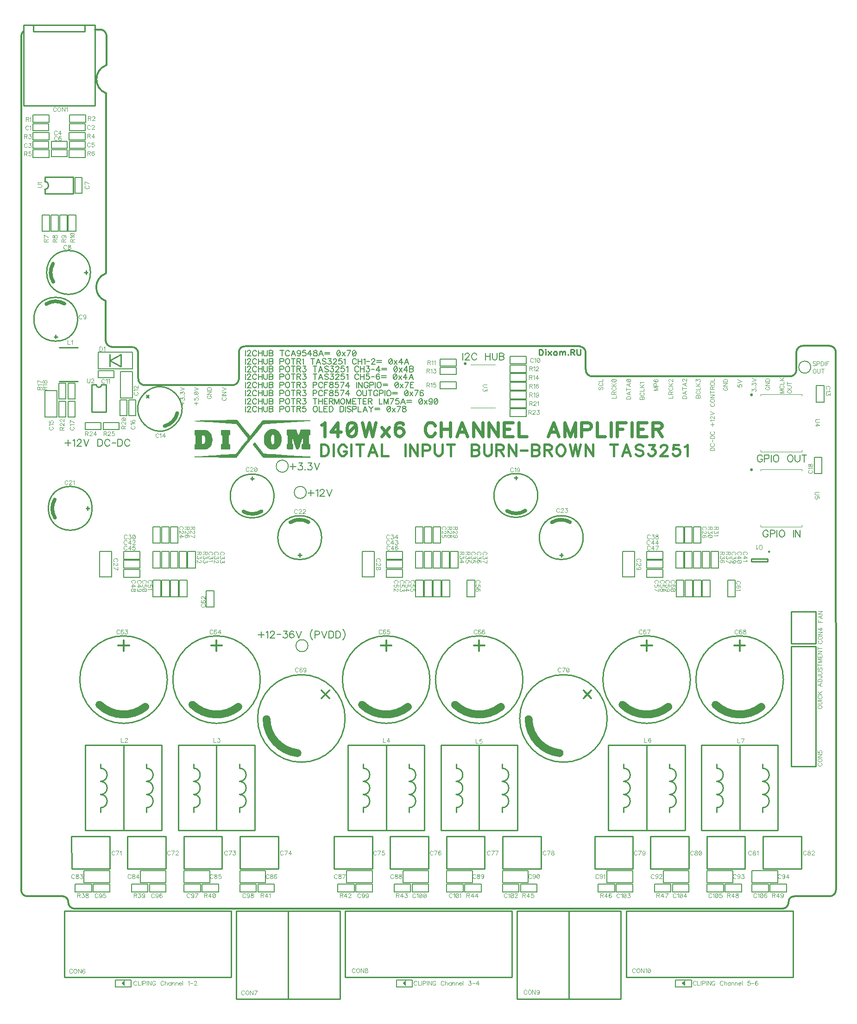
<source format=gbr>
G04 DipTrace 4.1.2.0*
G04 1_Layer_Top_Silk.gbr*
%MOIN*%
G04 #@! TF.FileFunction,Legend,Top*
G04 #@! TF.Part,Single*
%ADD10C,0.009843*%
%ADD13C,0.004724*%
%ADD21C,0.007874*%
%ADD24C,0.027559*%
%ADD26C,0.011811*%
%ADD29C,0.005906*%
%ADD34C,0.055118*%
%ADD35C,0.01378*%
%ADD95C,0.004632*%
%ADD97C,0.006176*%
%ADD98C,0.008749*%
%ADD99C,0.00772*%
%ADD100C,0.021872*%
%ADD101C,0.017498*%
%FSLAX26Y26*%
G04*
G70*
G90*
G75*
G01*
G04 TopSilk*
%LPD*%
X318583Y5534055D2*
D29*
X318582Y5584060D1*
X204409Y5584058D1*
X204410Y5534053D1*
X318583Y5534055D1*
X582363D2*
X582362Y5584060D1*
X468188Y5584058D1*
X468190Y5534053D1*
X582363Y5534055D1*
X318583Y5408071D2*
X318582Y5458076D1*
X204409Y5458074D1*
X204410Y5408068D1*
X318583Y5408071D1*
X452442Y5408072D2*
X452440Y5458077D1*
X338267Y5458073D1*
X338269Y5408067D1*
X452442Y5408072D1*
X582363Y5408071D2*
X582362Y5458076D1*
X468188Y5458074D1*
X468190Y5408068D1*
X582363Y5408071D1*
X452441Y5349014D2*
X452440Y5399020D1*
X338267Y5399017D1*
X338268Y5349012D1*
X452441Y5349014D1*
X560433Y5200473D2*
X510428Y5200472D1*
X510431Y5086299D1*
X560436Y5086300D1*
X560433Y5200473D1*
X305118Y4515740D2*
D10*
G02X305118Y4515740I157480J3D01*
G01*
X588582Y4527556D2*
X588583Y4503934D1*
X600394Y4515745D2*
X576772D1*
X351038Y4578355D2*
D24*
G03X353025Y4448434I104610J-63376D01*
G01*
X370073Y4336614D2*
D10*
G02X370073Y4336614I0J-157480D01*
G01*
X381885Y4053150D2*
X358262D1*
X370073Y4041339D2*
Y4064961D1*
X432688Y4290693D2*
D24*
G03X302766Y4288709I-63378J-104609D01*
G01*
X3637794Y3913383D2*
D29*
X3637796Y3858265D1*
X3755907Y3858270D1*
X3755904Y3913388D1*
X3637794Y3913383D1*
X789370Y3758265D2*
Y3808270D1*
X675197D1*
Y3758265D1*
X789370D1*
X921260Y3802953D2*
X834646D1*
Y3613976D1*
X921260D1*
Y3802953D1*
X5897635Y3700789D2*
X5842517Y3700786D1*
X5842522Y3582676D1*
X5897640Y3582678D1*
X5897635Y3700789D1*
X1230945Y3422609D2*
D10*
G02X1230945Y3422609I-111355J111355D01*
G01*
X1022153Y3614697D2*
X1038857Y3631401D1*
X1022153D2*
X1038857Y3614697D1*
X1154198Y3410805D2*
D24*
G03X1244664Y3504077I-29155J118785D01*
G01*
X377953Y3665354D2*
D29*
X291339D1*
Y3476378D1*
X377953D1*
Y3665354D1*
X946262Y3600197D2*
X896257D1*
Y3486024D1*
X946262D1*
Y3600197D1*
X509255Y3588386D2*
X459249D1*
Y3474213D1*
X509255D1*
Y3588386D1*
X5828744Y3068896D2*
X5883862Y3068899D1*
X5883855Y3187010D1*
X5828736Y3187006D1*
X5828744Y3068896D1*
X3681112Y2753937D2*
D10*
G02X3681112Y2753937I-3J157480D01*
G01*
X3669295Y3037401D2*
X3692917Y3037402D1*
X3681106Y3049213D2*
Y3025591D1*
X3618497Y2799857D2*
D24*
G03X3748418Y2801844I63376J104610D01*
G01*
X1783475Y2750000D2*
D10*
G02X1783475Y2750000I-3J157480D01*
G01*
X1771657Y3033464D2*
X1795279Y3033465D1*
X1783468Y3045276D2*
X1783469Y3021654D1*
X1720859Y2795920D2*
D24*
G03X1850781Y2797907I63376J104610D01*
G01*
X316929Y2818888D2*
D10*
G02X316929Y2818888I157480J3D01*
G01*
X600393Y2830704D2*
X600394Y2807082D1*
X612205Y2818894D2*
X588583Y2818893D1*
X362849Y2881503D2*
D24*
G03X364836Y2751582I104610J-63376D01*
G01*
X2125979Y2765748D2*
D10*
G02X2125979Y2765748I0J-157480D01*
G01*
X2137790Y2482283D2*
X2114168D1*
X2125979Y2470472D2*
Y2494094D1*
X2188593Y2719827D2*
D24*
G03X2058672Y2717843I-63378J-104609D01*
G01*
X4007869Y2765748D2*
D10*
G02X4007869Y2765748I0J-157480D01*
G01*
X4019680Y2482283D2*
X3996058D1*
X4007869Y2470472D2*
Y2494094D1*
X4070483Y2719827D2*
D24*
G03X3940562Y2717843I-63378J-104609D01*
G01*
X1124012Y2687009D2*
D29*
X1068894Y2687007D1*
X1068899Y2568897D1*
X1124017Y2568899D1*
X1124012Y2687009D1*
X3013776D2*
X2958658Y2687007D1*
X2958662Y2568897D1*
X3013781Y2568899D1*
X3013776Y2687009D1*
X4887792D2*
X4832673Y2687007D1*
X4832678Y2568897D1*
X4887796Y2568899D1*
X4887792Y2687009D1*
X771654Y2509843D2*
X685039D1*
Y2324803D1*
X771654D1*
Y2509843D1*
X2661417D2*
X2574803D1*
Y2324803D1*
X2661417D1*
Y2509843D1*
X4535433D2*
X4448819D1*
Y2324803D1*
X4535433D1*
Y2509843D1*
X858268Y2507874D2*
Y2452756D1*
X976378D1*
Y2507874D1*
X858268D1*
X1249998Y2507875D2*
X1194880Y2507873D1*
X1194883Y2389763D1*
X1250002Y2389764D1*
X1249998Y2507875D1*
X1312991D2*
X1257872Y2507873D1*
X1257876Y2389763D1*
X1312994Y2389764D1*
X1312991Y2507875D1*
X1375983D2*
X1320865Y2507873D1*
X1320868Y2389763D1*
X1375986Y2389764D1*
X1375983Y2507875D1*
X2748031Y2507874D2*
Y2452756D1*
X2866142D1*
Y2507874D1*
X2748031D1*
X3139762Y2507875D2*
X3084644Y2507873D1*
X3084647Y2389763D1*
X3139765Y2389764D1*
X3139762Y2507875D1*
X3202754D2*
X3147636Y2507873D1*
X3147639Y2389763D1*
X3202757Y2389764D1*
X3202754Y2507875D1*
X3265747D2*
X3210628Y2507873D1*
X3210631Y2389763D1*
X3265750Y2389764D1*
X3265747Y2507875D1*
X4622047Y2507874D2*
Y2452756D1*
X4740157D1*
Y2507874D1*
X4622047D1*
X5013778Y2507875D2*
X4958660Y2507873D1*
X4958663Y2389763D1*
X5013781Y2389764D1*
X5013778Y2507875D1*
X5076770D2*
X5021652Y2507873D1*
X5021655Y2389763D1*
X5076773Y2389764D1*
X5076770Y2507875D1*
X5139762D2*
X5084644Y2507873D1*
X5084647Y2389763D1*
X5139765Y2389764D1*
X5139762Y2507875D1*
X858267Y2444881D2*
X858269Y2389762D1*
X976379Y2389768D1*
X976377Y2444886D1*
X858267Y2444881D1*
X2748030D2*
X2748033Y2389762D1*
X2866143Y2389768D1*
X2866141Y2444886D1*
X2748030Y2444881D1*
X4622046D2*
X4622048Y2389762D1*
X4740159Y2389768D1*
X4740156Y2444886D1*
X4622046Y2444881D1*
X858267Y2377952D2*
X858269Y2322834D1*
X976379Y2322838D1*
X976377Y2377956D1*
X858267Y2377952D1*
X2748031D2*
X2748032Y2322834D1*
X2866143Y2322838D1*
X2866141Y2377956D1*
X2748031Y2377952D1*
X4622046D2*
X4622048Y2322834D1*
X4740158Y2322838D1*
X4740157Y2377956D1*
X4622046Y2377952D1*
X1125984Y2301181D2*
X1070866D1*
Y2183071D1*
X1125984D1*
Y2301181D1*
X1188976D2*
X1133858D1*
Y2183071D1*
X1188976D1*
Y2301181D1*
X1251969D2*
X1196850D1*
Y2183071D1*
X1251969D1*
Y2301181D1*
X1314961D2*
X1259843D1*
Y2183071D1*
X1314961D1*
Y2301181D1*
X3015748D2*
X2960630D1*
Y2183071D1*
X3015748D1*
Y2301181D1*
X3078740D2*
X3023622D1*
Y2183071D1*
X3078740D1*
Y2301181D1*
X3141732D2*
X3086614D1*
Y2183071D1*
X3141732D1*
Y2301181D1*
X3204724D2*
X3149606D1*
Y2183071D1*
X3204724D1*
Y2301181D1*
X3385824Y2301182D2*
X3330706Y2301180D1*
X3330711Y2183070D1*
X3385829Y2183072D1*
X3385824Y2301182D1*
X4889764Y2301181D2*
X4834646D1*
Y2183071D1*
X4889764D1*
Y2301181D1*
X4952756D2*
X4897638D1*
Y2183071D1*
X4952756D1*
Y2301181D1*
X5015748D2*
X4960630D1*
Y2183071D1*
X5015748D1*
Y2301181D1*
X5078740D2*
X5023622D1*
Y2183071D1*
X5078740D1*
Y2301181D1*
X5259840Y2301182D2*
X5204722Y2301180D1*
X5204727Y2183070D1*
X5259845Y2183072D1*
X5259840Y2301182D1*
X1452759Y2108266D2*
X1507877Y2108269D1*
X1507871Y2226379D1*
X1452753Y2226377D1*
X1452759Y2108266D1*
X543307Y1586614D2*
D10*
G02X543307Y1586614I314961J0D01*
G01*
X684715Y1405824D2*
D34*
G03X1014826Y1390923I173553J180786D01*
G01*
X818893Y1830708D2*
D35*
X897633Y1830709D1*
X858264Y1791339D2*
X858263Y1870079D1*
X1212598Y1586614D2*
D10*
G02X1212598Y1586614I314961J0D01*
G01*
X1354009Y1405821D2*
D34*
G03X1684121Y1390925I173550J180788D01*
G01*
X1488181Y1830707D2*
D35*
X1566921Y1830710D1*
X1527552Y1791339D2*
X1527550Y1870079D1*
X2433071Y1586614D2*
D10*
G02X2433071Y1586614I314961J0D01*
G01*
X2574478Y1405824D2*
D34*
G03X2904590Y1390923I173553J180786D01*
G01*
X2708657Y1830708D2*
D35*
X2787397Y1830709D1*
X2748028Y1791339D2*
X2748026Y1870079D1*
X3102362Y1586614D2*
D10*
G02X3102362Y1586614I314961J0D01*
G01*
X3243772Y1405821D2*
D34*
G03X3573884Y1390925I173550J180788D01*
G01*
X3377945Y1830707D2*
D35*
X3456685Y1830710D1*
X3417316Y1791339D2*
X3417313Y1870079D1*
X4307087Y1586614D2*
D10*
G02X4307087Y1586614I314961J0D01*
G01*
X4448494Y1405824D2*
D34*
G03X4778606Y1390923I173553J180786D01*
G01*
X4582673Y1830708D2*
D35*
X4661413Y1830709D1*
X4622043Y1791339D2*
X4622042Y1870079D1*
X4976378Y1586614D2*
D10*
G02X4976378Y1586614I314961J0D01*
G01*
X5117788Y1405821D2*
D34*
G03X5447900Y1390925I173550J180788D01*
G01*
X5251960Y1830707D2*
D35*
X5330701Y1830710D1*
X5291332Y1791339D2*
X5291329Y1870079D1*
X1822835Y1307087D2*
D10*
G02X1822835Y1307087I314961J0D01*
G01*
X1887236Y1301974D2*
D34*
G03X2110120Y1058009I250555J5110D01*
G01*
X2282557Y1507526D2*
D35*
X2338235Y1451849D1*
X2282557D2*
X2338235Y1507526D1*
X3708661Y1307087D2*
D10*
G02X3708661Y1307087I314961J0D01*
G01*
X3773063Y1301974D2*
D34*
G03X3995947Y1058009I250555J5110D01*
G01*
X4168384Y1507526D2*
D35*
X4224062Y1451849D1*
X4168384D2*
X4224062Y1507526D1*
X759848Y224412D2*
D10*
X759843Y460633D1*
X484252Y460627D1*
X484257Y224406D1*
X759848Y224412D1*
X885829Y460630D2*
Y224409D1*
X1161420D1*
Y460630D1*
X885829D1*
X1291341D2*
Y224409D1*
X1566932D1*
Y460630D1*
X1291341D1*
X1972446Y224412D2*
X1972441Y460633D1*
X1696850Y460627D1*
X1696856Y224406D1*
X1972446Y224412D1*
X2649612D2*
X2649606Y460633D1*
X2374016Y460627D1*
X2374021Y224406D1*
X2649612Y224412D1*
X2775593Y460630D2*
Y224409D1*
X3051184D1*
Y460630D1*
X2775593D1*
X3181105D2*
Y224409D1*
X3456696D1*
Y460630D1*
X3181105D1*
X3862210Y224412D2*
X3862205Y460633D1*
X3586614Y460627D1*
X3586619Y224406D1*
X3862210Y224412D1*
X4523627D2*
X4523622Y460633D1*
X4248032Y460627D1*
X4248037Y224406D1*
X4523627Y224412D1*
X4649609Y460630D2*
Y224409D1*
X4925199D1*
Y460630D1*
X4649609D1*
X5055121D2*
Y224409D1*
X5330711D1*
Y460630D1*
X5055121D1*
X5736226Y224412D2*
X5736220Y460633D1*
X5460630Y460627D1*
X5460635Y224406D1*
X5736226Y224412D1*
X572837Y212598D2*
D29*
Y125984D1*
X757877D1*
Y212598D1*
X572837D1*
X978349D2*
Y125984D1*
X1163388D1*
Y212598D1*
X978349D1*
X1293310D2*
Y125984D1*
X1478349D1*
Y212598D1*
X1293310D1*
X1694885D2*
Y125984D1*
X1879924D1*
Y212598D1*
X1694885D1*
X2462601D2*
Y125984D1*
X2647640D1*
Y212598D1*
X2462601D1*
X2868113D2*
Y125984D1*
X3053152D1*
Y212598D1*
X2868113D1*
X3183073D2*
Y125984D1*
X3368113D1*
Y212598D1*
X3183073D1*
X3584648D2*
Y125984D1*
X3769688D1*
Y212598D1*
X3584648D1*
X4336617D2*
Y125984D1*
X4521656D1*
Y212598D1*
X4336617D1*
X4742129D2*
Y125984D1*
X4927168D1*
Y212598D1*
X4742129D1*
X5057089D2*
Y125984D1*
X5242129D1*
Y212598D1*
X5057089D1*
X5379921D2*
Y125984D1*
X5564961D1*
Y212598D1*
X5379921D1*
X639766Y114173D2*
Y59055D1*
X757877D1*
Y114173D1*
X639766D1*
X1045278D2*
Y59055D1*
X1163388D1*
Y114173D1*
X1045278D1*
X1293310D2*
Y59055D1*
X1411420D1*
Y114173D1*
X1293310D1*
X1694885D2*
Y59055D1*
X1812995D1*
Y114173D1*
X1694885D1*
X2529530D2*
Y59055D1*
X2647640D1*
Y114173D1*
X2529530D1*
X2935042D2*
Y59055D1*
X3053152D1*
Y114173D1*
X2935042D1*
X3183073D2*
Y59055D1*
X3301184D1*
Y114173D1*
X3183073D1*
X3584648D2*
Y59055D1*
X3702759D1*
Y114173D1*
X3584648D1*
X4403546D2*
Y59055D1*
X4521656D1*
Y114173D1*
X4403546D1*
X4809058D2*
Y59055D1*
X4927168D1*
Y114173D1*
X4809058D1*
X5057089D2*
Y59055D1*
X5175199D1*
Y114173D1*
X5057089D1*
X5379921D2*
Y59055D1*
X5498031D1*
Y114173D1*
X5379921D1*
G36*
X866335Y-578735D2*
Y-618113D1*
X842518Y-598424D1*
D1*
X866335Y-578735D1*
G37*
X913386Y-624014D2*
D29*
Y-572833D1*
X799213D1*
Y-624014D1*
X913386D1*
G36*
X2889957Y-578736D2*
Y-618114D1*
X2866140Y-598425D1*
D1*
X2889957Y-578736D1*
G37*
X2937008Y-624016D2*
D29*
Y-572835D1*
X2822835D1*
Y-624016D1*
X2937008D1*
G36*
X4897831Y-578736D2*
Y-618114D1*
X4874014Y-598425D1*
D1*
X4897831Y-578736D1*
G37*
X4944882Y-624016D2*
D29*
Y-572835D1*
X4830709D1*
Y-624016D1*
X4944882D1*
X139764Y6297244D2*
D10*
X651575D1*
X139764Y5714567D2*
Y6297244D1*
X651575Y5714567D2*
Y6297244D1*
X139764Y5714567D2*
X651575D1*
X208661Y6297244D2*
Y6250000D1*
X578740D1*
Y6297244D1*
X208661D1*
X5838583Y2076772D2*
X5661417D1*
Y1844488D1*
X5838583D1*
Y2076772D1*
X432677Y-76772D2*
Y-553150D1*
X1632677Y-76772D2*
Y-553150D1*
X432677Y-76772D2*
X1632677D1*
X432677Y-553150D2*
X1632677D1*
X2417323Y-76772D2*
X2043307D1*
X2417323D2*
Y-710630D1*
X2043307Y-76772D2*
Y-710630D1*
X2417323D2*
X2043307D1*
Y-76772D2*
X1669291D1*
X2043307D2*
Y-710630D1*
X1669291Y-76772D2*
Y-710630D1*
X2043307D2*
X1669291D1*
X2452362Y-76772D2*
Y-553150D1*
X3652362Y-76772D2*
Y-553150D1*
X2452362Y-76772D2*
X3652362D1*
X2452362Y-553150D2*
X3652362D1*
X4437008Y-76772D2*
X4062992D1*
X4437008D2*
Y-710630D1*
X4062992Y-76772D2*
Y-710630D1*
X4437008D2*
X4062992D1*
Y-76772D2*
X3688976D1*
X4062992D2*
Y-710630D1*
X3688976Y-76772D2*
Y-710630D1*
X4062992D2*
X3688976D1*
X4475984Y-76772D2*
Y-553150D1*
X5675984Y-76772D2*
Y-553150D1*
X4475984Y-76772D2*
X5675984D1*
X4475984Y-553150D2*
X5675984D1*
X840562Y3838382D2*
Y3925004D1*
X757864Y3838382D2*
Y3925004D1*
X838585D2*
X759840Y3881693D1*
X838585Y3838382D1*
X677165Y3940748D2*
D29*
Y3822638D1*
X921260D1*
Y3940748D1*
X677165D1*
X395667Y3976188D2*
D10*
X529537D1*
X395667Y3732080D2*
X529537D1*
X1133858Y1114173D2*
X582677D1*
Y503937D1*
X1133858D1*
Y1114173D1*
X1023622Y980315D2*
Y948819D1*
Y854331D2*
G03X1023622Y948819I0J47244D01*
G01*
Y759843D2*
G03X1023622Y854331I0J47244D01*
G01*
Y665354D2*
G03X1023622Y759843I0J47244D01*
G01*
Y665354D2*
Y633858D1*
X692913Y980315D2*
Y948819D1*
Y854331D2*
G03X692913Y948819I0J47244D01*
G01*
Y759843D2*
G03X692913Y854331I0J47244D01*
G01*
Y665354D2*
G03X692913Y759843I0J47244D01*
G01*
Y665354D2*
Y633858D1*
X858268Y1114173D2*
Y507874D1*
X1803150Y1114173D2*
X1251969D1*
Y503937D1*
X1803150D1*
Y1114173D1*
X1692913Y980315D2*
Y948819D1*
Y854331D2*
G03X1692913Y948819I0J47244D01*
G01*
Y759843D2*
G03X1692913Y854331I0J47244D01*
G01*
Y665354D2*
G03X1692913Y759843I0J47244D01*
G01*
Y665354D2*
Y633858D1*
X1362205Y980315D2*
Y948819D1*
Y854331D2*
G03X1362205Y948819I0J47244D01*
G01*
Y759843D2*
G03X1362205Y854331I0J47244D01*
G01*
Y665354D2*
G03X1362205Y759843I0J47244D01*
G01*
Y665354D2*
Y633858D1*
X1527559Y1114173D2*
Y507874D1*
X3023622Y1114173D2*
X2472441D1*
Y503937D1*
X3023622D1*
Y1114173D1*
X2913386Y980315D2*
Y948819D1*
Y854331D2*
G03X2913386Y948819I0J47244D01*
G01*
Y759843D2*
G03X2913386Y854331I0J47244D01*
G01*
Y665354D2*
G03X2913386Y759843I0J47244D01*
G01*
Y665354D2*
Y633858D1*
X2582677Y980315D2*
Y948819D1*
Y854331D2*
G03X2582677Y948819I0J47244D01*
G01*
Y759843D2*
G03X2582677Y854331I0J47244D01*
G01*
Y665354D2*
G03X2582677Y759843I0J47244D01*
G01*
Y665354D2*
Y633858D1*
X2748031Y1114173D2*
Y507874D1*
X3692913Y1114173D2*
X3141732D1*
Y503937D1*
X3692913D1*
Y1114173D1*
X3582677Y980315D2*
Y948819D1*
Y854331D2*
G03X3582677Y948819I0J47244D01*
G01*
Y759843D2*
G03X3582677Y854331I0J47244D01*
G01*
Y665354D2*
G03X3582677Y759843I0J47244D01*
G01*
Y665354D2*
Y633858D1*
X3251969Y980315D2*
Y948819D1*
Y854331D2*
G03X3251969Y948819I0J47244D01*
G01*
Y759843D2*
G03X3251969Y854331I0J47244D01*
G01*
Y665354D2*
G03X3251969Y759843I0J47244D01*
G01*
Y665354D2*
Y633858D1*
X3417323Y1114173D2*
Y507874D1*
X4897638Y1114173D2*
X4346457D1*
Y503937D1*
X4897638D1*
Y1114173D1*
X4787402Y980315D2*
Y948819D1*
Y854331D2*
G03X4787402Y948819I0J47244D01*
G01*
Y759843D2*
G03X4787402Y854331I0J47244D01*
G01*
Y665354D2*
G03X4787402Y759843I0J47244D01*
G01*
Y665354D2*
Y633858D1*
X4456693Y980315D2*
Y948819D1*
Y854331D2*
G03X4456693Y948819I0J47244D01*
G01*
Y759843D2*
G03X4456693Y854331I0J47244D01*
G01*
Y665354D2*
G03X4456693Y759843I0J47244D01*
G01*
Y665354D2*
Y633858D1*
X4622047Y1114173D2*
Y507874D1*
X5566929Y1114173D2*
X5015748D1*
Y503937D1*
X5566929D1*
Y1114173D1*
X5456693Y980315D2*
Y948819D1*
Y854331D2*
G03X5456693Y948819I0J47244D01*
G01*
Y759843D2*
G03X5456693Y854331I0J47244D01*
G01*
Y665354D2*
G03X5456693Y759843I0J47244D01*
G01*
Y665354D2*
Y633858D1*
X5125984Y980315D2*
Y948819D1*
Y854331D2*
G03X5125984Y948819I0J47244D01*
G01*
Y759843D2*
G03X5125984Y854331I0J47244D01*
G01*
Y665354D2*
G03X5125984Y759843I0J47244D01*
G01*
Y665354D2*
Y633858D1*
X5291339Y1114173D2*
Y507874D1*
G36*
X5495588Y2506844D2*
X5495654Y2507849D1*
X5495850Y2508837D1*
X5496174Y2509791D1*
X5496620Y2510695D1*
X5497180Y2511533D1*
X5497844Y2512290D1*
X5498601Y2512954D1*
X5499439Y2513514D1*
X5500343Y2513960D1*
X5501297Y2514283D1*
X5502285Y2514480D1*
X5503290Y2514546D1*
X5504295Y2514480D1*
X5505283Y2514283D1*
X5506237Y2513960D1*
X5507141Y2513514D1*
X5507979Y2512954D1*
X5508736Y2512290D1*
X5509401Y2511533D1*
X5509960Y2510695D1*
X5510406Y2509791D1*
X5510730Y2508837D1*
X5510926Y2507849D1*
X5510992Y2506844D1*
Y2506825D1*
X5510926Y2505820D1*
X5510730Y2504832D1*
X5510406Y2503878D1*
X5509960Y2502974D1*
X5509401Y2502137D1*
X5508736Y2501379D1*
X5507979Y2500715D1*
X5507141Y2500155D1*
X5506237Y2499710D1*
X5505283Y2499386D1*
X5504295Y2499189D1*
X5503290Y2499123D1*
X5502285Y2499189D1*
X5501297Y2499386D1*
X5500343Y2499710D1*
X5499439Y2500155D1*
X5498601Y2500715D1*
X5497844Y2501379D1*
X5497180Y2502137D1*
X5496620Y2502974D1*
X5496174Y2503878D1*
X5495850Y2504832D1*
X5495654Y2505820D1*
X5495588Y2506825D1*
Y2506844D1*
G37*
X5494089Y2456693D2*
D10*
X5375984D1*
Y2437008D1*
X5494089D1*
Y2456693D1*
X204723Y5649603D2*
D29*
X204726Y5594485D1*
X322836Y5594492D1*
X322833Y5649610D1*
X204723Y5649603D1*
X468502D2*
X468506Y5594485D1*
X586616Y5594492D1*
X586613Y5649610D1*
X468502Y5649603D1*
X204723Y5523619D2*
X204726Y5468500D1*
X322836Y5468507D1*
X322833Y5523626D1*
X204723Y5523619D1*
X464565D2*
X464569Y5468500D1*
X582679Y5468507D1*
X582676Y5523626D1*
X464565Y5523619D1*
X204723Y5397634D2*
X204726Y5342516D1*
X322836Y5342523D1*
X322833Y5397641D1*
X204723Y5397634D1*
X464565D2*
X464569Y5342516D1*
X582679Y5342523D1*
X582676Y5397641D1*
X464565Y5397634D1*
X271656Y4811022D2*
X326774Y4811025D1*
X326769Y4929135D1*
X271651Y4929133D1*
X271656Y4811022D1*
X334648D2*
X389767Y4811025D1*
X389761Y4929135D1*
X334643Y4929133D1*
X334648Y4811022D1*
X397641D2*
X452759Y4811025D1*
X452753Y4929135D1*
X397635Y4929133D1*
X397641Y4811022D1*
X460633D2*
X515751Y4811025D1*
X515745Y4929135D1*
X460627Y4929133D1*
X460633Y4811022D1*
X3251654Y3841143D2*
X3251653Y3891148D1*
X3137479Y3891144D1*
X3137481Y3841138D1*
X3251654Y3841143D1*
X3637794Y3850391D2*
X3637796Y3795273D1*
X3755907Y3795278D1*
X3755904Y3850396D1*
X3637794Y3850391D1*
X3251654Y3782087D2*
X3251653Y3832093D1*
X3137479Y3832088D1*
X3137481Y3782083D1*
X3251654Y3782087D1*
X3637794Y3787399D2*
X3637796Y3732281D1*
X3755907Y3732286D1*
X3755904Y3787404D1*
X3637794Y3787399D1*
X3251654Y3679725D2*
X3251653Y3729730D1*
X3137479Y3729726D1*
X3137481Y3679721D1*
X3251654Y3679725D1*
X3637794Y3724407D2*
X3637796Y3669289D1*
X3755907Y3669294D1*
X3755904Y3724412D1*
X3637794Y3724407D1*
X442325Y3718307D2*
X392320D1*
Y3604134D1*
X442325D1*
Y3718307D1*
X509255D2*
X459249D1*
Y3604134D1*
X509255D1*
Y3718307D1*
X3637794Y3661415D2*
X3637796Y3606297D1*
X3755907Y3606302D1*
X3755904Y3661420D1*
X3637794Y3661415D1*
X833265Y3486024D2*
X883270D1*
Y3600197D1*
X833265D1*
Y3486024D1*
X3637794Y3598423D2*
X3637796Y3543304D1*
X3755907Y3543310D1*
X3755904Y3598428D1*
X3637794Y3598423D1*
X442325Y3588386D2*
X392320D1*
Y3474213D1*
X442325D1*
Y3588386D1*
X3637794Y3535430D2*
X3637796Y3480312D1*
X3755907Y3480318D1*
X3755904Y3535436D1*
X3637794Y3535430D1*
X696536Y3384449D2*
X696535Y3434454D1*
X582362Y3434451D1*
X582363Y3384446D1*
X696536Y3384449D1*
X826457D2*
X826456Y3434454D1*
X712283Y3434451D1*
X712284Y3384446D1*
X826457Y3384449D1*
X1187006Y2687009D2*
X1131888Y2687007D1*
X1131891Y2568897D1*
X1187009Y2568898D1*
X1187006Y2687009D1*
X1249998D2*
X1194880Y2687007D1*
X1194884Y2568897D1*
X1250002Y2568899D1*
X1249998Y2687009D1*
X3076770D2*
X3021652Y2687007D1*
X3021655Y2568897D1*
X3076773Y2568898D1*
X3076770Y2687009D1*
X3139761D2*
X3084643Y2687007D1*
X3084648Y2568897D1*
X3139766Y2568899D1*
X3139761Y2687009D1*
X4950786D2*
X4895668Y2687007D1*
X4895671Y2568897D1*
X4950789Y2568898D1*
X4950786Y2687009D1*
X5013777D2*
X4958659Y2687007D1*
X4958664Y2568897D1*
X5013782Y2568899D1*
X5013777Y2687009D1*
X1124014Y2507875D2*
X1068896Y2507873D1*
X1068899Y2389763D1*
X1124017Y2389764D1*
X1124014Y2507875D1*
X1187006D2*
X1131888Y2507873D1*
X1131891Y2389763D1*
X1187009Y2389764D1*
X1187006Y2507875D1*
X3013778D2*
X2958660Y2507873D1*
X2958663Y2389763D1*
X3013781Y2389764D1*
X3013778Y2507875D1*
X3076770D2*
X3021652Y2507873D1*
X3021655Y2389763D1*
X3076773Y2389764D1*
X3076770Y2507875D1*
X4887794D2*
X4832676Y2507873D1*
X4832679Y2389763D1*
X4887797Y2389764D1*
X4887794Y2507875D1*
X4950786D2*
X4895668Y2507873D1*
X4895671Y2389763D1*
X4950789Y2389764D1*
X4950786Y2507875D1*
X509845Y114173D2*
Y59055D1*
X627955D1*
Y114173D1*
X509845D1*
X915357D2*
Y59055D1*
X1033467D1*
Y114173D1*
X915357D1*
X1423231D2*
Y59055D1*
X1541341D1*
Y114173D1*
X1423231D1*
X1824806D2*
Y59055D1*
X1942916D1*
Y114173D1*
X1824806D1*
X2399609D2*
Y59055D1*
X2517719D1*
Y114173D1*
X2399609D1*
X2805121D2*
Y59055D1*
X2923231D1*
Y114173D1*
X2805121D1*
X3312995D2*
Y59055D1*
X3431105D1*
Y114173D1*
X3312995D1*
X3714570D2*
Y59055D1*
X3832680D1*
Y114173D1*
X3714570D1*
X4273625D2*
Y59055D1*
X4391735D1*
Y114173D1*
X4273625D1*
X4679136D2*
Y59055D1*
X4797247D1*
Y114173D1*
X4679136D1*
X5187010D2*
Y59055D1*
X5305121D1*
Y114173D1*
X5187010D1*
X5509843D2*
Y59055D1*
X5627953D1*
Y114173D1*
X5509843D1*
X291339Y5200797D2*
D10*
X496063D1*
Y5082668D2*
Y5200797D1*
X291339Y5082668D2*
Y5114161D1*
Y5169303D2*
Y5200797D1*
X291543Y5114161D2*
G03X291543Y5169303I-14J27571D01*
G01*
X496063Y5082668D2*
X291339D1*
X629915Y3708466D2*
Y3511613D1*
X732290Y3708466D2*
Y3511613D1*
X629915D2*
X732290D1*
X661408Y3708466D2*
X629915D1*
X700797D2*
X732290D1*
X661408D2*
G03X700797Y3708466I19694J9D01*
G01*
X3533465Y3852362D2*
D13*
X3356299D1*
X3533465Y3541339D2*
X3356299D1*
G36*
X3316535Y3869685D2*
X3317820Y3869601D1*
X3319083Y3869350D1*
X3320302Y3868936D1*
X3321457Y3868366D1*
X3322527Y3867651D1*
X3323495Y3866802D1*
X3324344Y3865834D1*
X3325059Y3864764D1*
X3325629Y3863609D1*
X3326043Y3862390D1*
X3326294Y3861127D1*
X3326378Y3859843D1*
X3326294Y3858558D1*
X3326043Y3857295D1*
X3325629Y3856076D1*
X3325059Y3854921D1*
X3324344Y3853851D1*
X3323495Y3852883D1*
X3322527Y3852034D1*
X3321457Y3851319D1*
X3320302Y3850749D1*
X3319083Y3850335D1*
X3317820Y3850084D1*
X3316535Y3850000D1*
D1*
X3315251Y3850084D1*
X3313988Y3850335D1*
X3312769Y3850749D1*
X3311614Y3851319D1*
X3310544Y3852034D1*
X3309576Y3852883D1*
X3308727Y3853851D1*
X3308012Y3854921D1*
X3307442Y3856076D1*
X3307028Y3857295D1*
X3306777Y3858558D1*
X3306693Y3859843D1*
X3306777Y3861127D1*
X3307028Y3862390D1*
X3307442Y3863609D1*
X3308012Y3864764D1*
X3308727Y3865834D1*
X3309576Y3866802D1*
X3310544Y3867651D1*
X3311614Y3868366D1*
X3312769Y3868936D1*
X3313988Y3869350D1*
X3315251Y3869601D1*
X3316535Y3869685D1*
D1*
G37*
X5740152Y3628350D2*
D13*
Y3639768D1*
X5440940Y3639760D1*
Y3628343D1*
X5740163Y3237799D2*
Y3226382D1*
X5440950Y3226374D1*
Y3237791D1*
G36*
X5376766Y3645664D2*
X5378051Y3645580D1*
X5379314Y3645328D1*
X5380533Y3644915D1*
X5381687Y3644345D1*
X5382758Y3643630D1*
X5383726Y3642781D1*
X5384575Y3641813D1*
X5385290Y3640743D1*
X5385860Y3639588D1*
X5386274Y3638369D1*
X5386525Y3637106D1*
X5386609Y3635822D1*
X5386525Y3634537D1*
X5386274Y3633274D1*
X5385860Y3632055D1*
X5385290Y3630900D1*
X5384575Y3629830D1*
X5383726Y3628862D1*
X5382758Y3628013D1*
X5381688Y3627298D1*
X5380533Y3626728D1*
X5379314Y3626314D1*
X5378051Y3626063D1*
X5376767Y3625979D1*
D1*
X5375482Y3626063D1*
X5374219Y3626314D1*
X5373000Y3626728D1*
X5371845Y3627297D1*
X5370775Y3628013D1*
X5369807Y3628861D1*
X5368958Y3629829D1*
X5368243Y3630900D1*
X5367673Y3632054D1*
X5367259Y3633274D1*
X5367008Y3634536D1*
X5366924Y3635821D1*
X5367008Y3637106D1*
X5367259Y3638368D1*
X5367673Y3639588D1*
X5368242Y3640742D1*
X5368958Y3641813D1*
X5369807Y3642781D1*
X5370774Y3643630D1*
X5371845Y3644345D1*
X5373000Y3644914D1*
X5374219Y3645328D1*
X5375481Y3645580D1*
X5376766Y3645664D1*
D1*
G37*
X5740157Y3088976D2*
D13*
Y3100394D1*
X5440945D1*
Y3088976D1*
X5740157Y2698425D2*
Y2687008D1*
X5440945D1*
Y2698425D1*
G36*
X5376772Y3106299D2*
X5378056Y3106215D1*
X5379319Y3105964D1*
X5380538Y3105550D1*
X5381693Y3104981D1*
X5382763Y3104265D1*
X5383731Y3103416D1*
X5384580Y3102448D1*
X5385296Y3101378D1*
X5385865Y3100223D1*
X5386279Y3099004D1*
X5386530Y3097741D1*
X5386614Y3096457D1*
X5386530Y3095172D1*
X5386279Y3093909D1*
X5385865Y3092690D1*
X5385296Y3091535D1*
X5384580Y3090465D1*
X5383731Y3089497D1*
X5382763Y3088648D1*
X5381693Y3087933D1*
X5380538Y3087363D1*
X5379319Y3086950D1*
X5378056Y3086698D1*
X5376772Y3086614D1*
D1*
X5375487Y3086698D1*
X5374224Y3086950D1*
X5373005Y3087363D1*
X5371850Y3087933D1*
X5370780Y3088648D1*
X5369812Y3089497D1*
X5368963Y3090465D1*
X5368248Y3091535D1*
X5367678Y3092690D1*
X5367265Y3093909D1*
X5367013Y3095172D1*
X5366929Y3096457D1*
X5367013Y3097741D1*
X5367265Y3099004D1*
X5367678Y3100223D1*
X5368248Y3101378D1*
X5368963Y3102448D1*
X5369812Y3103416D1*
X5370780Y3104265D1*
X5371850Y3104981D1*
X5373005Y3105550D1*
X5374224Y3105964D1*
X5375487Y3106215D1*
X5376772Y3106299D1*
D1*
G37*
X5661417Y1824311D2*
D10*
Y963091D1*
X5838583D1*
Y1824311D1*
X5661417D1*
X136458Y6249223D2*
D26*
G03X122047Y6212598I31898J-33698D01*
G01*
X735433Y6220472D2*
G03X688189Y6263780I-46941J-3786D01*
G01*
X735433Y6220472D2*
X736220Y6007874D1*
X4232283Y3767717D2*
X5644882D1*
X4184252Y3937008D2*
Y3818898D1*
X5700000Y3944882D2*
Y3807087D1*
X5747244Y3988189D2*
X5940157D1*
X1688189Y3937008D2*
Y3748031D1*
X1014961Y3704724D2*
X1640945D1*
X4141732Y3984252D2*
X1740157D1*
X963780Y3940945D2*
Y3755906D1*
X771654Y3980315D2*
X920472D1*
X963780Y3937008D2*
G03X916535Y3980315I-46941J-3786D01*
G01*
X1014961Y3704724D2*
G02X963780Y3755906I-3937J47244D01*
G01*
X1633071Y3704724D2*
G03X1688189Y3748031I7179J47591D01*
G01*
X1735433Y3984252D2*
G03X1688189Y3940945I-6093J-40776D01*
G01*
X4235433Y3767717D2*
G02X4184252Y3818898I-3937J47244D01*
G01*
X5747244Y3988189D2*
G03X5700000Y3944882I-303J-47093D01*
G01*
X5644882Y3767717D2*
G03X5700000Y3811024I7179J47591D01*
G01*
X4184252Y3940945D2*
G03X4137008Y3984252I-46941J-3786D01*
G01*
X5983465Y3944882D2*
G03X5936220Y3988189I-46941J-3786D01*
G01*
X5984252Y3944882D2*
X5984722Y76794D1*
X122047Y6212598D2*
Y70866D1*
X736220Y6007874D2*
G03X732769Y5804411I35433J-102362D01*
G01*
X731496Y5807087D2*
X732283Y4511811D1*
X731810Y4509190D2*
G03X728346Y4311024I35908J-99741D01*
G01*
Y4023622D1*
X730054Y4027507D2*
G03X775591Y3980315I45759J-1411D01*
G01*
X688189Y6263780D2*
X653543D1*
X507874Y-61024D2*
X5596457D1*
X1956693Y3122047D2*
D21*
G02X1956693Y3122047I43307J0D01*
G01*
X2086614Y2933071D2*
G02X2086614Y2933071I43307J0D01*
G01*
X2098425Y1830709D2*
G02X2098425Y1830709I43307J0D01*
G01*
X460247Y-15458D2*
D26*
G03X422424Y27114I-39048J3396D01*
G01*
X122215Y74618D2*
G03X164001Y27585I43138J-3753D01*
G01*
X163386Y27559D2*
X421260D1*
X460247Y-15458D2*
G03X506423Y-61125I45882J214D01*
G01*
X5941470Y27559D2*
G03X5984722Y76794I-3787J46943D01*
G01*
X5942913Y27559D2*
X5685039D1*
X5716535Y3834646D2*
D21*
G02X5716535Y3834646I43307J0D01*
G01*
X5687535Y27215D2*
D26*
G03X5643790Y-11887I-4465J-39026D01*
G01*
X5597854Y-61415D2*
G03X5643491Y-13860I-215J45881D01*
G01*
G36*
X1650815Y3454724D2*
X1545962Y3452867D1*
X1454036Y3451010D1*
X1452513Y3448993D1*
X1451769Y3449295D1*
X1451163Y3451010D1*
X1446854D1*
X1370728Y3449153D1*
Y3445439D1*
X1395146Y3443582D1*
X1425309Y3441725D1*
X1454036Y3439868D1*
X1481326Y3438011D1*
X1570380Y3432440D1*
X1660870Y3426869D1*
X1670924Y3425012D1*
X1673797Y3423155D1*
X1748487Y3326588D1*
Y3322874D1*
X1749573Y3320377D1*
X1749430Y3318704D1*
X1748487Y3317303D1*
Y3313589D1*
X1729814Y3289447D1*
X1726942Y3287590D1*
X1724069Y3283876D1*
Y3282019D1*
X1719760Y3276448D1*
X1716887Y3274591D1*
X1680978Y3230022D1*
X1678106Y3226308D1*
Y3224451D1*
X1668051Y3211452D1*
X1657997Y3209595D1*
X1629270Y3207737D1*
X1599107Y3205880D1*
X1596234Y3204023D1*
X1593361D1*
X1590489Y3205880D1*
X1570380D1*
X1540217Y3202166D1*
X1512926Y3200309D1*
X1484199Y3198452D1*
X1454036Y3196595D1*
X1395146Y3192881D1*
X1369291Y3191024D1*
Y3187310D1*
X1469836Y3185453D1*
X1614907Y3183596D1*
X1669488D1*
X1675233Y3189167D1*
X1709705Y3231879D1*
X1747050Y3278305D1*
X1824613Y3373014D1*
X1849031Y3402727D1*
X1863394Y3421298D1*
X1874885Y3423155D1*
X1876321Y3425012D1*
X1878715Y3426869D1*
X1881109D1*
X1883503Y3425012D1*
X1902176D1*
X1903612Y3426869D1*
X1930903Y3428726D1*
X1988356Y3432440D1*
X2182263Y3445439D1*
X2203808Y3447296D1*
Y3451010D1*
X1959630Y3452867D1*
X1860522D1*
X1846158Y3436154D1*
X1823177Y3408298D1*
X1820304Y3404584D1*
X1795886Y3371157D1*
X1794363Y3369140D1*
X1793619Y3369442D1*
X1793013Y3371157D1*
X1790141Y3367443D1*
Y3365586D1*
X1772905Y3343302D1*
X1770032Y3341445D1*
X1768509Y3339428D1*
X1767765Y3339729D1*
X1767159Y3341445D1*
X1761414Y3348873D1*
X1738432Y3376729D1*
X1688160Y3439868D1*
X1675233Y3454724D1*
X1656561D1*
X1654809Y3452786D1*
X1653149Y3453027D1*
X1652252Y3454724D1*
X1650815D1*
G37*
G36*
X1873449Y3348873D2*
X1872977Y3346620D1*
X1872012Y3345159D1*
X1869140Y3334017D1*
X1867703Y3326588D1*
Y3302447D1*
X1869140Y3293162D1*
X1870576Y3289447D1*
X1872012Y3283876D1*
X1873449Y3280162D1*
X1876321Y3274591D1*
X1889249Y3257878D1*
X1893558Y3254164D1*
X1905048Y3246735D1*
X1909357Y3244878D1*
X1916539Y3243021D1*
X1948139D1*
X1953884Y3244878D1*
X1958193Y3246735D1*
X1969684Y3254164D1*
X1973993Y3257878D1*
X1985484Y3272734D1*
X1988356Y3278305D1*
X1994102Y3293162D1*
X1995538Y3300590D1*
Y3330302D1*
X1992666Y3341445D1*
X1989793Y3348873D1*
X1984047Y3360015D1*
X1975429Y3371157D1*
X1969684Y3376729D1*
X1961066Y3382300D1*
X1952448Y3386014D1*
X1945266Y3387871D1*
X1917976D1*
X1910794Y3386014D1*
X1906485Y3384157D1*
X1899303Y3380443D1*
X1896430Y3378586D1*
X1892121Y3374871D1*
X1886376Y3369300D1*
X1879194Y3360015D1*
X1873449Y3348873D1*
X1929466D1*
X1931004Y3349982D1*
X1932251Y3349862D1*
X1933775Y3348873D1*
X1938084Y3347016D1*
X1940957Y3343302D1*
Y3341445D1*
X1942393Y3334017D1*
X1943830Y3332159D1*
Y3298733D1*
X1942393Y3296876D1*
Y3289447D1*
X1936648Y3282019D1*
X1933775Y3280162D1*
X1930903D1*
X1925157Y3283876D1*
X1922285Y3287590D1*
Y3291304D1*
X1920848Y3304304D1*
X1919412Y3306161D1*
Y3324731D1*
X1920848Y3326588D1*
X1922285Y3339588D1*
Y3343302D1*
X1925157Y3347016D1*
X1929466Y3348873D1*
X1873449D1*
G37*
G36*
X2034320Y3384157D2*
X2033847Y3381904D1*
X2032883Y3380443D1*
Y3348873D1*
X2035756Y3345159D1*
X2040065Y3343302D1*
Y3283876D1*
X2035756Y3282019D1*
X2032883Y3278305D1*
Y3246735D1*
X2034320Y3244878D1*
X2041501Y3243021D1*
X2071665D1*
X2077410Y3244878D1*
X2078846Y3246735D1*
X2080283Y3250449D1*
Y3274591D1*
X2078846Y3280162D1*
X2077410Y3282019D1*
X2071665Y3283876D1*
Y3326588D1*
X2072737Y3327781D1*
X2073464Y3327625D1*
X2074281Y3326090D1*
X2074537Y3324731D1*
X2075974Y3321017D1*
X2078846Y3309875D1*
X2080283Y3306161D1*
X2081719Y3300590D1*
X2084592Y3293162D1*
X2086028Y3287590D1*
X2087464Y3283876D1*
X2088901Y3278305D1*
X2090337Y3274591D1*
X2091773Y3269020D1*
X2093210Y3265306D1*
X2094646Y3259735D1*
X2100391Y3244878D1*
X2104701Y3243021D1*
X2109010D1*
X2110547Y3244130D1*
X2111794Y3244011D1*
X2113319Y3243021D1*
X2119064Y3244878D1*
X2120500Y3246735D1*
X2123373Y3254164D1*
X2124809Y3259735D1*
X2127682Y3267163D1*
X2130555Y3278305D1*
X2131991Y3282019D1*
X2133427Y3287590D1*
X2136300Y3295019D1*
X2137736Y3300590D1*
X2139173Y3304304D1*
X2140609Y3309875D1*
X2142046Y3313589D1*
X2144918Y3324731D1*
X2145642Y3326576D1*
X2146420Y3328291D1*
X2147440Y3329608D1*
X2148173Y3329521D1*
X2149227Y3328445D1*
Y3285733D1*
X2147791Y3283876D1*
X2143482Y3282019D1*
X2140609Y3278305D1*
Y3248592D1*
X2142046Y3244878D1*
X2147791Y3243021D1*
X2190881D1*
X2192419Y3244130D1*
X2193666Y3244011D1*
X2195190Y3243021D1*
X2199499Y3244878D1*
X2202372Y3248592D1*
Y3276448D1*
X2200936Y3280162D1*
X2199499Y3282019D1*
X2193754Y3283876D1*
Y3343302D1*
X2199499Y3345159D1*
X2200936Y3347016D1*
X2202372Y3350730D1*
Y3378586D1*
X2200936Y3382300D1*
X2199499Y3384157D1*
X2133427D1*
X2130555Y3380443D1*
X2129118Y3376729D1*
X2127682Y3371157D1*
X2126246Y3367443D1*
X2124809Y3361872D1*
X2121937Y3354444D1*
X2120500Y3348873D1*
X2119064Y3345159D1*
X2118699Y3342968D1*
X2117544Y3341273D1*
X2116800Y3341586D1*
X2116191Y3343302D1*
X2114755Y3347016D1*
X2113319Y3352587D1*
X2111882Y3356301D1*
X2110446Y3361872D1*
X2107573Y3369300D1*
X2106137Y3374871D1*
X2103264Y3382300D1*
X2101828Y3384157D1*
X2034320D1*
G37*
G36*
X1375037Y3343302D2*
X1376473Y3341445D1*
Y3283876D1*
X1375037Y3282019D1*
X1372164Y3280162D1*
X1370728Y3278305D1*
Y3244878D1*
X1372164Y3243021D1*
X1452599D1*
X1459781Y3244878D1*
X1464090Y3246735D1*
X1475581Y3254164D1*
X1482763Y3261592D1*
X1485635Y3265306D1*
X1491381Y3276448D1*
X1494253Y3283876D1*
X1497126Y3295019D1*
X1498562Y3306161D1*
Y3317303D1*
X1497126Y3328445D1*
X1494253Y3339588D1*
X1491381Y3347016D1*
X1485635Y3358158D1*
X1484199Y3360015D1*
X1475581Y3369300D1*
X1461217Y3378586D1*
X1455472Y3380443D1*
X1448290Y3382300D1*
X1372164D1*
X1370728Y3380443D1*
Y3347016D1*
X1372164Y3345159D1*
X1375037Y3343302D1*
X1423872D1*
X1426745Y3345159D1*
X1429618D1*
X1432491Y3343302D1*
X1438236Y3341445D1*
X1443981Y3334017D1*
Y3332159D1*
X1445418Y3326588D1*
X1446854Y3324731D1*
Y3302447D1*
X1445418Y3300590D1*
X1443981Y3295019D1*
Y3291304D1*
X1441109Y3287590D1*
X1438236Y3285733D1*
X1433927Y3283876D1*
X1430575Y3282019D1*
X1427224D1*
X1423872Y3283876D1*
Y3343302D1*
X1375037D1*
G37*
G36*
X1560325Y3382300D2*
X1558889Y3380443D1*
Y3347016D1*
X1560325Y3345159D1*
X1567507Y3343302D1*
X1568943Y3341445D1*
Y3283876D1*
X1567507Y3282019D1*
X1560325Y3280162D1*
X1558889Y3278305D1*
Y3244878D1*
X1561762Y3243021D1*
X1623525D1*
X1624961Y3244878D1*
X1626397Y3252307D1*
X1624961Y3278305D1*
X1623525Y3280162D1*
X1616343Y3283876D1*
X1614907Y3285733D1*
Y3339588D1*
X1616343Y3341445D1*
X1623525Y3345159D1*
X1624961Y3347016D1*
Y3380443D1*
X1623525Y3382300D1*
X1560325D1*
G37*
G36*
X1801632Y3295019D2*
X1798759Y3291304D1*
X1795886Y3289447D1*
X1790141Y3282019D1*
Y3276448D1*
X1798759Y3263449D1*
X1861958Y3181739D1*
X1981175D1*
X2200936Y3183596D1*
X2202372Y3185453D1*
Y3189167D1*
X2200936Y3191024D1*
X2175081Y3192881D1*
X2055865Y3200309D1*
X1935212Y3207737D1*
X1903612Y3209595D1*
X1874885Y3211452D1*
X1864831Y3213309D1*
X1801632Y3295019D1*
G37*
X4280631Y3692115D2*
D95*
X4277746Y3689263D1*
X4276320Y3684952D1*
Y3679215D1*
X4277746Y3674904D1*
X4280631Y3672019D1*
X4283483D1*
X4286368Y3673478D1*
X4287794Y3674904D1*
X4289219Y3677756D1*
X4292105Y3686378D1*
X4293531Y3689263D1*
X4294990Y3690689D1*
X4297842Y3692115D1*
X4302153D1*
X4305004Y3689263D1*
X4306464Y3684952D1*
Y3679215D1*
X4305004Y3674904D1*
X4302153Y3672019D1*
X4283483Y3722901D2*
X4280631Y3721475D1*
X4277746Y3718590D1*
X4276320Y3715738D1*
Y3710001D1*
X4277746Y3707116D1*
X4280631Y3704264D1*
X4283483Y3702805D1*
X4287794Y3701379D1*
X4294990D1*
X4299267Y3702805D1*
X4302153Y3704264D1*
X4305004Y3707116D1*
X4306464Y3710001D1*
Y3715738D1*
X4305004Y3718590D1*
X4302153Y3721475D1*
X4299267Y3722901D1*
X4276320Y3732164D2*
X4306464D1*
Y3749375D1*
X4704101Y3691030D2*
X4673957D1*
X4704101Y3679556D1*
X4673957Y3668082D1*
X4704101D1*
X4689742Y3700294D2*
Y3713227D1*
X4688316Y3717505D1*
X4686857Y3718964D1*
X4684005Y3720390D1*
X4679694D1*
X4676842Y3718964D1*
X4675383Y3717505D1*
X4673957Y3713227D1*
Y3700294D1*
X4704101D1*
X4678268Y3746864D2*
X4675416Y3745438D1*
X4673991Y3741127D1*
Y3738275D1*
X4675416Y3733964D1*
X4679728Y3731079D1*
X4686890Y3729653D1*
X4694053D1*
X4699790Y3731079D1*
X4702675Y3733964D1*
X4704101Y3738275D1*
Y3739701D1*
X4702675Y3743979D1*
X4699790Y3746864D1*
X4695479Y3748290D1*
X4694053D1*
X4689742Y3746864D1*
X4686890Y3743979D1*
X4685464Y3739701D1*
Y3738275D1*
X4686890Y3733964D1*
X4689742Y3731079D1*
X4694053Y3729653D1*
X5181120Y3689604D2*
X5178268Y3688178D1*
X5175383Y3685293D1*
X5173957Y3682441D1*
Y3676704D1*
X5175383Y3673819D1*
X5178268Y3670967D1*
X5181120Y3669508D1*
X5185431Y3668082D1*
X5192627D1*
X5196905Y3669508D1*
X5199790Y3670967D1*
X5202642Y3673819D1*
X5204101Y3676704D1*
Y3682441D1*
X5202642Y3685293D1*
X5199790Y3688178D1*
X5196905Y3689604D1*
X5192627D1*
Y3682441D1*
X5173957Y3718964D2*
X5204101D1*
X5173957Y3698868D1*
X5204101D1*
X5173957Y3728227D2*
X5204101D1*
Y3738275D1*
X5202642Y3742586D1*
X5199790Y3745471D1*
X5196905Y3746897D1*
X5192627Y3748323D1*
X5185431D1*
X5181120Y3746897D1*
X5178268Y3745471D1*
X5175383Y3742586D1*
X5173957Y3738275D1*
Y3728227D1*
X5276353Y3708915D2*
Y3694589D1*
X5289253Y3693163D1*
X5287827Y3694589D1*
X5286368Y3698900D1*
Y3703178D1*
X5287827Y3707489D1*
X5290679Y3710374D1*
X5294990Y3711800D1*
X5297842D1*
X5302153Y3710374D1*
X5305038Y3707489D1*
X5306464Y3703178D1*
Y3698900D1*
X5305038Y3694589D1*
X5303579Y3693163D1*
X5300727Y3691704D1*
X5276320Y3721064D2*
X5306464Y3732538D1*
X5276320Y3744012D1*
X5378715Y3663093D2*
Y3678845D1*
X5390189Y3670256D1*
Y3674567D1*
X5391615Y3677419D1*
X5393041Y3678845D1*
X5397352Y3680304D1*
X5400204D1*
X5404515Y3678845D1*
X5407400Y3675993D1*
X5408826Y3671682D1*
Y3667371D1*
X5407400Y3663093D1*
X5405941Y3661667D1*
X5403089Y3660208D1*
X5405941Y3690994D2*
X5407400Y3689568D1*
X5408826Y3690994D1*
X5407400Y3692453D1*
X5405941Y3690994D1*
X5378715Y3704602D2*
Y3720353D1*
X5390189Y3711764D1*
Y3716075D1*
X5391615Y3718927D1*
X5393041Y3720353D1*
X5397352Y3721812D1*
X5400204D1*
X5404515Y3720353D1*
X5407400Y3717501D1*
X5408826Y3713190D1*
Y3708879D1*
X5407400Y3704602D1*
X5405941Y3703176D1*
X5403089Y3701716D1*
X5378682Y3731076D2*
X5408826Y3742550D1*
X5378682Y3754024D1*
X5484270Y3693541D2*
X5481418Y3692115D1*
X5478533Y3689230D1*
X5477107Y3686378D1*
Y3680641D1*
X5478533Y3677756D1*
X5481418Y3674904D1*
X5484270Y3673445D1*
X5488581Y3672019D1*
X5495777D1*
X5500055Y3673445D1*
X5502940Y3674904D1*
X5505792Y3677756D1*
X5507251Y3680641D1*
Y3686378D1*
X5505792Y3689230D1*
X5502940Y3692115D1*
X5500055Y3693541D1*
X5495777D1*
Y3686378D1*
X5477107Y3722901D2*
X5507251D1*
X5477107Y3702805D1*
X5507251D1*
X5477107Y3732164D2*
X5507251D1*
Y3742212D1*
X5505792Y3746523D1*
X5502940Y3749408D1*
X5500055Y3750834D1*
X5495777Y3752260D1*
X5488581D1*
X5484270Y3750834D1*
X5481418Y3749408D1*
X5478533Y3746523D1*
X5477107Y3742212D1*
Y3732164D1*
X3848153Y3961447D2*
D98*
Y3921255D1*
X3861550D1*
X3867298Y3923200D1*
X3871145Y3927003D1*
X3873046Y3930850D1*
X3874947Y3936554D1*
Y3946148D1*
X3873046Y3951896D1*
X3871145Y3955699D1*
X3867298Y3959546D1*
X3861550Y3961447D1*
X3848153D1*
X3892445D2*
X3894346Y3959546D1*
X3896292Y3961447D1*
X3894346Y3963392D1*
X3892445Y3961447D1*
X3894346Y3948050D2*
Y3921255D1*
X3913790Y3948050D2*
X3934836Y3921255D1*
Y3948050D2*
X3913790Y3921255D1*
X3961885Y3948050D2*
X3958082Y3946148D1*
X3954235Y3942302D1*
X3952334Y3936554D1*
Y3932751D1*
X3954235Y3927003D1*
X3958082Y3923200D1*
X3961885Y3921255D1*
X3967633D1*
X3971480Y3923200D1*
X3975282Y3927003D1*
X3977228Y3932751D1*
Y3936554D1*
X3975282Y3942302D1*
X3971480Y3946148D1*
X3967633Y3948050D1*
X3961885D1*
X3994725D2*
Y3921255D1*
Y3940400D2*
X4000473Y3946148D1*
X4004320Y3948050D1*
X4010024D1*
X4013871Y3946148D1*
X4015772Y3940400D1*
Y3921255D1*
Y3940400D2*
X4021520Y3946148D1*
X4025367Y3948050D1*
X4031071D1*
X4034917Y3946148D1*
X4036863Y3940400D1*
Y3921255D1*
X4056262Y3925102D2*
X4054361Y3923156D1*
X4056262Y3921255D1*
X4058207Y3923156D1*
X4056262Y3925102D1*
X4075705Y3942302D2*
X4092905D1*
X4098653Y3944247D1*
X4100599Y3946148D1*
X4102500Y3949951D1*
Y3953798D1*
X4100599Y3957600D1*
X4098653Y3959546D1*
X4092905Y3961447D1*
X4075705D1*
Y3921255D1*
X4089103Y3942302D2*
X4102500Y3921255D1*
X4119998Y3961447D2*
Y3932751D1*
X4121899Y3927003D1*
X4125746Y3923200D1*
X4131494Y3921255D1*
X4135296D1*
X4141044Y3923200D1*
X4144891Y3927003D1*
X4146792Y3932751D1*
Y3961447D1*
X3299135Y3935797D2*
D99*
Y3885557D1*
X3317007Y3923804D2*
Y3926180D1*
X3319383Y3930989D1*
X3321760Y3933365D1*
X3326568Y3935742D1*
X3336130D1*
X3340883Y3933365D1*
X3343260Y3930989D1*
X3345691Y3926180D1*
Y3921427D1*
X3343260Y3916619D1*
X3338506Y3909489D1*
X3314575Y3885557D1*
X3348068D1*
X3399377Y3923859D2*
X3397001Y3928612D1*
X3392192Y3933421D1*
X3387439Y3935797D1*
X3377877D1*
X3373069Y3933421D1*
X3368316Y3928612D1*
X3365884Y3923859D1*
X3363507Y3916674D1*
Y3904680D1*
X3365884Y3897551D1*
X3368316Y3892742D1*
X3373069Y3887989D1*
X3377877Y3885557D1*
X3387439D1*
X3392192Y3887989D1*
X3397001Y3892742D1*
X3399377Y3897551D1*
X3463417Y3935797D2*
Y3885557D1*
X3496911Y3935797D2*
Y3885557D1*
X3463417Y3911866D2*
X3496911D1*
X3512350Y3935797D2*
Y3899927D1*
X3514727Y3892742D1*
X3519535Y3887989D1*
X3526720Y3885557D1*
X3531473D1*
X3538658Y3887989D1*
X3543467Y3892742D1*
X3545843Y3899927D1*
Y3935797D1*
X3561283D2*
Y3885557D1*
X3582838D1*
X3590023Y3887989D1*
X3592399Y3890366D1*
X3594776Y3895119D1*
Y3902304D1*
X3592399Y3907112D1*
X3590023Y3909489D1*
X3582838Y3911866D1*
X3590023Y3914297D1*
X3592399Y3916674D1*
X3594776Y3921427D1*
Y3926236D1*
X3592399Y3930989D1*
X3590023Y3933421D1*
X3582838Y3935797D1*
X3561283D1*
Y3911866D2*
X3582838D1*
X2076541Y3140838D2*
Y3097784D1*
X2055041Y3119283D2*
X2098096D1*
X2118344Y3144403D2*
X2144597D1*
X2130282Y3125280D1*
X2137467D1*
X2142220Y3122904D1*
X2144597Y3120527D1*
X2147028Y3113342D1*
Y3108589D1*
X2144597Y3101404D1*
X2139843Y3096595D1*
X2132658Y3094219D1*
X2125473D1*
X2118344Y3096595D1*
X2115967Y3099027D1*
X2113535Y3103780D1*
X2164844Y3099027D2*
X2162468Y3096595D1*
X2164844Y3094219D1*
X2167276Y3096595D1*
X2164844Y3099027D1*
X2187524Y3144403D2*
X2213777D1*
X2199462Y3125280D1*
X2206647D1*
X2211400Y3122904D1*
X2213777Y3120527D1*
X2216209Y3113342D1*
Y3108589D1*
X2213777Y3101404D1*
X2209024Y3096595D1*
X2201839Y3094219D1*
X2194654D1*
X2187524Y3096595D1*
X2185147Y3099027D1*
X2182715Y3103780D1*
X2231648Y3144459D2*
X2250771Y3094219D1*
X2269895Y3144459D1*
X458431Y3312098D2*
Y3269043D1*
X436931Y3290543D2*
X479986D1*
X495425Y3306102D2*
X500233Y3308533D1*
X507418Y3315663D1*
Y3265478D1*
X525289Y3303725D2*
Y3306102D1*
X527666Y3310910D1*
X530043Y3313287D1*
X534851Y3315663D1*
X544413D1*
X549166Y3313287D1*
X551543Y3310910D1*
X553974Y3306102D1*
Y3301348D1*
X551543Y3296540D1*
X546789Y3289410D1*
X522858Y3265478D1*
X556351D1*
X571790Y3315718D2*
X590913Y3265478D1*
X610037Y3315718D1*
X674077D2*
Y3265478D1*
X690824D1*
X698009Y3267910D1*
X702817Y3272664D1*
X705194Y3277472D1*
X707570Y3284602D1*
Y3296595D1*
X705194Y3303780D1*
X702817Y3308533D1*
X698009Y3313342D1*
X690824Y3315718D1*
X674077D1*
X758879Y3303780D2*
X756503Y3308533D1*
X751694Y3313342D1*
X746941Y3315718D1*
X737380D1*
X732571Y3313342D1*
X727818Y3308533D1*
X725386Y3303780D1*
X723010Y3296595D1*
Y3284602D1*
X725386Y3277472D1*
X727818Y3272664D1*
X732571Y3267910D1*
X737380Y3265478D1*
X746941D1*
X751694Y3267910D1*
X756503Y3272664D1*
X758879Y3277472D1*
X774319Y3290571D2*
X801953D1*
X817393Y3315718D2*
Y3265478D1*
X834139D1*
X841324Y3267910D1*
X846133Y3272664D1*
X848509Y3277472D1*
X850886Y3284602D1*
Y3296595D1*
X848509Y3303780D1*
X846133Y3308533D1*
X841324Y3313342D1*
X834139Y3315718D1*
X817393D1*
X902195Y3303780D2*
X899819Y3308533D1*
X895010Y3313342D1*
X890257Y3315718D1*
X880695D1*
X875887Y3313342D1*
X871134Y3308533D1*
X868702Y3303780D1*
X866325Y3296595D1*
Y3284602D1*
X868702Y3277472D1*
X871134Y3272664D1*
X875887Y3267910D1*
X880695Y3265478D1*
X890257D1*
X895010Y3267910D1*
X899819Y3272664D1*
X902195Y3277472D1*
X2206462Y2951862D2*
Y2908807D1*
X2184962Y2930307D2*
X2228017D1*
X2243456Y2945865D2*
X2248265Y2948297D1*
X2255450Y2955427D1*
Y2905242D1*
X2273321Y2943489D2*
Y2945865D1*
X2275698Y2950674D1*
X2278074Y2953050D1*
X2282883Y2955427D1*
X2292444D1*
X2297197Y2953050D1*
X2299574Y2950674D1*
X2302006Y2945865D1*
Y2941112D1*
X2299574Y2936304D1*
X2294821Y2929174D1*
X2270889Y2905242D1*
X2304382D1*
X2319822Y2955482D2*
X2338945Y2905242D1*
X2358068Y2955482D1*
X1848194Y1932177D2*
Y1889122D1*
X1826694Y1910622D2*
X1869749D1*
X1885189Y1926180D2*
X1889997Y1928612D1*
X1897182Y1935742D1*
Y1885557D1*
X1915053Y1923804D2*
Y1926180D1*
X1917430Y1930989D1*
X1919806Y1933365D1*
X1924615Y1935742D1*
X1934177D1*
X1938930Y1933365D1*
X1941306Y1930989D1*
X1943738Y1926180D1*
Y1921427D1*
X1941306Y1916619D1*
X1936553Y1909489D1*
X1912621Y1885557D1*
X1946115D1*
X1961554Y1910650D2*
X1989189D1*
X2009436Y1935742D2*
X2035689D1*
X2021375Y1916619D1*
X2028560D1*
X2033313Y1914242D1*
X2035689Y1911866D1*
X2038121Y1904680D1*
Y1899927D1*
X2035689Y1892742D1*
X2030936Y1887934D1*
X2023751Y1885557D1*
X2016566D1*
X2009436Y1887934D1*
X2007060Y1890366D1*
X2004628Y1895119D1*
X2082245Y1928612D2*
X2079869Y1933365D1*
X2072684Y1935742D1*
X2067931D1*
X2060746Y1933365D1*
X2055937Y1926180D1*
X2053561Y1914242D1*
Y1902304D1*
X2055937Y1892742D1*
X2060746Y1887934D1*
X2067931Y1885557D1*
X2070307D1*
X2077437Y1887934D1*
X2082245Y1892742D1*
X2084622Y1899927D1*
Y1902304D1*
X2082245Y1909489D1*
X2077437Y1914242D1*
X2070307Y1916619D1*
X2067931D1*
X2060746Y1914242D1*
X2055937Y1909489D1*
X2053561Y1902304D1*
X2100061Y1935797D2*
X2119185Y1885557D1*
X2138308Y1935797D1*
X2219095Y1948896D2*
X2214286Y1944143D1*
X2209533Y1936958D1*
X2204725Y1927396D1*
X2202348Y1915403D1*
Y1905841D1*
X2204725Y1893903D1*
X2209533Y1884341D1*
X2214286Y1877156D1*
X2219095Y1872403D1*
X2234534Y1909489D2*
X2256089D1*
X2263219Y1911866D1*
X2265651Y1914297D1*
X2268027Y1919051D1*
Y1926236D1*
X2265651Y1930989D1*
X2263219Y1933421D1*
X2256089Y1935797D1*
X2234534D1*
Y1885557D1*
X2283467Y1935797D2*
X2302590Y1885557D1*
X2321713Y1935797D1*
X2337152D2*
Y1885557D1*
X2353899D1*
X2361084Y1887989D1*
X2365892Y1892742D1*
X2368269Y1897551D1*
X2370646Y1904680D1*
Y1916674D1*
X2368269Y1923859D1*
X2365892Y1928612D1*
X2361084Y1933421D1*
X2353899Y1935797D1*
X2337152D1*
X2386085D2*
Y1885557D1*
X2402832D1*
X2410017Y1887989D1*
X2414825Y1892742D1*
X2417202Y1897551D1*
X2419578Y1904680D1*
Y1916674D1*
X2417202Y1923859D1*
X2414825Y1928612D1*
X2410017Y1933421D1*
X2402832Y1935797D1*
X2386085D1*
X2435017Y1948896D2*
X2439826Y1944143D1*
X2444579Y1936958D1*
X2449388Y1927396D1*
X2451764Y1915403D1*
Y1905841D1*
X2449388Y1893903D1*
X2444579Y1884341D1*
X2439826Y1877156D1*
X2435017Y1872403D1*
X5455084Y3191576D2*
X5452707Y3196329D1*
X5447899Y3201137D1*
X5443146Y3203514D1*
X5433584D1*
X5428776Y3201137D1*
X5424023Y3196329D1*
X5421591Y3191576D1*
X5419214Y3184390D1*
Y3172397D1*
X5421591Y3165267D1*
X5424023Y3160459D1*
X5428776Y3155706D1*
X5433584Y3153274D1*
X5443146D1*
X5447899Y3155706D1*
X5452707Y3160459D1*
X5455084Y3165267D1*
Y3172397D1*
X5443146D1*
X5470523Y3177205D2*
X5492078D1*
X5499208Y3179582D1*
X5501640Y3182014D1*
X5504017Y3186767D1*
Y3193952D1*
X5501640Y3198705D1*
X5499208Y3201137D1*
X5492078Y3203514D1*
X5470523D1*
Y3153274D1*
X5519456Y3203514D2*
Y3153274D1*
X5549265Y3203514D2*
X5544457Y3201137D1*
X5539704Y3196329D1*
X5537272Y3191576D1*
X5534895Y3184390D1*
Y3172397D1*
X5537272Y3165267D1*
X5539704Y3160459D1*
X5544457Y3155706D1*
X5549265Y3153274D1*
X5558827D1*
X5563580Y3155706D1*
X5568388Y3160459D1*
X5570765Y3165267D1*
X5573142Y3172397D1*
Y3184390D1*
X5570765Y3191576D1*
X5568388Y3196329D1*
X5563580Y3201137D1*
X5558827Y3203514D1*
X5549265D1*
X5651552D2*
X5646744Y3201137D1*
X5641990Y3196329D1*
X5639558Y3191576D1*
X5637182Y3184390D1*
Y3172397D1*
X5639558Y3165267D1*
X5641990Y3160459D1*
X5646744Y3155706D1*
X5651552Y3153274D1*
X5661114D1*
X5665867Y3155706D1*
X5670675Y3160459D1*
X5673052Y3165267D1*
X5675428Y3172397D1*
Y3184390D1*
X5673052Y3191576D1*
X5670675Y3196329D1*
X5665867Y3201137D1*
X5661114Y3203514D1*
X5651552D1*
X5690868D2*
Y3167644D1*
X5693244Y3160459D1*
X5698053Y3155706D1*
X5705238Y3153274D1*
X5709991D1*
X5717176Y3155706D1*
X5721984Y3160459D1*
X5724361Y3167644D1*
Y3203514D1*
X5756547D2*
Y3153274D1*
X5739800Y3203514D2*
X5773294D1*
X5496423Y2650237D2*
X5494046Y2654990D1*
X5489238Y2659799D1*
X5484484Y2662175D1*
X5474923D1*
X5470114Y2659799D1*
X5465361Y2654990D1*
X5462929Y2650237D1*
X5460553Y2643052D1*
Y2631058D1*
X5462929Y2623929D1*
X5465361Y2619120D1*
X5470114Y2614367D1*
X5474923Y2611935D1*
X5484484D1*
X5489238Y2614367D1*
X5494046Y2619120D1*
X5496423Y2623929D1*
Y2631058D1*
X5484484D1*
X5511862Y2635867D2*
X5533417D1*
X5540547Y2638243D1*
X5542979Y2640675D1*
X5545355Y2645428D1*
Y2652614D1*
X5542979Y2657367D1*
X5540547Y2659799D1*
X5533417Y2662175D1*
X5511862D1*
Y2611935D1*
X5560794Y2662175D2*
Y2611935D1*
X5590604Y2662175D2*
X5585795Y2659799D1*
X5581042Y2654990D1*
X5578610Y2650237D1*
X5576234Y2643052D1*
Y2631058D1*
X5578610Y2623929D1*
X5581042Y2619120D1*
X5585795Y2614367D1*
X5590604Y2611935D1*
X5600165D1*
X5604919Y2614367D1*
X5609727Y2619120D1*
X5612104Y2623929D1*
X5614480Y2631058D1*
Y2643052D1*
X5612104Y2650237D1*
X5609727Y2654990D1*
X5604919Y2659799D1*
X5600165Y2662175D1*
X5590604D1*
X5678520D2*
Y2611935D1*
X5727453Y2662175D2*
Y2611935D1*
X5693960Y2662175D1*
Y2611935D1*
X1268253Y3574271D2*
D95*
X1294086D1*
X1281186Y3561371D2*
Y3587204D1*
X1266114Y3599353D2*
Y3615104D1*
X1277588Y3606516D1*
Y3610827D1*
X1279014Y3613678D1*
X1280440Y3615104D1*
X1284751Y3616564D1*
X1287603D1*
X1291914Y3615104D1*
X1294799Y3612253D1*
X1296225Y3607941D1*
Y3603630D1*
X1294799Y3599353D1*
X1293340Y3597927D1*
X1290488Y3596468D1*
X1293340Y3627253D2*
X1294799Y3625827D1*
X1296225Y3627253D1*
X1294799Y3628712D1*
X1293340Y3627253D1*
X1266114Y3640861D2*
Y3656613D1*
X1277588Y3648024D1*
Y3652335D1*
X1279014Y3655187D1*
X1280440Y3656613D1*
X1284751Y3658072D1*
X1287603D1*
X1291914Y3656613D1*
X1294799Y3653761D1*
X1296225Y3649450D1*
Y3645139D1*
X1294799Y3640861D1*
X1293340Y3639435D1*
X1290488Y3637976D1*
X1266081Y3667335D2*
X1296225Y3678809D1*
X1266081Y3690283D1*
X1366678Y3574271D2*
X1392511D1*
X1379611Y3561371D2*
Y3587204D1*
X1364539Y3613678D2*
Y3599353D1*
X1377439Y3597927D1*
X1376013Y3599353D1*
X1374554Y3603664D1*
Y3607941D1*
X1376013Y3612253D1*
X1378865Y3615138D1*
X1383176Y3616564D1*
X1386028D1*
X1390339Y3615138D1*
X1393224Y3612253D1*
X1394650Y3607941D1*
Y3603664D1*
X1393224Y3599353D1*
X1391765Y3597927D1*
X1388913Y3596468D1*
X1391765Y3627253D2*
X1393224Y3625827D1*
X1394650Y3627253D1*
X1393224Y3628712D1*
X1391765Y3627253D1*
X1364539Y3646598D2*
X1365965Y3642287D1*
X1370276Y3639402D1*
X1377439Y3637976D1*
X1381750D1*
X1388913Y3639402D1*
X1393224Y3642287D1*
X1394650Y3646598D1*
Y3649450D1*
X1393224Y3653761D1*
X1388913Y3656613D1*
X1381750Y3658072D1*
X1377439D1*
X1370276Y3656613D1*
X1365965Y3653761D1*
X1364539Y3649450D1*
Y3646598D1*
X1370276Y3656613D2*
X1388913Y3639402D1*
X1364506Y3667335D2*
X1394650Y3678809D1*
X1364506Y3690283D1*
X1466157Y3630137D2*
X1463305Y3628711D1*
X1460420Y3625826D1*
X1458994Y3622974D1*
Y3617237D1*
X1460420Y3614352D1*
X1463305Y3611500D1*
X1466157Y3610041D1*
X1470468Y3608615D1*
X1477664D1*
X1481942Y3610041D1*
X1484827Y3611500D1*
X1487679Y3614352D1*
X1489138Y3617237D1*
Y3622974D1*
X1487679Y3625826D1*
X1484827Y3628711D1*
X1481942Y3630137D1*
X1477664D1*
Y3622974D1*
X1458994Y3659497D2*
X1489138D1*
X1458994Y3639401D1*
X1489138D1*
X1458994Y3668760D2*
X1489138D1*
Y3678808D1*
X1487679Y3683119D1*
X1484827Y3686004D1*
X1481942Y3687430D1*
X1477664Y3688856D1*
X1470468D1*
X1466157Y3687430D1*
X1463305Y3686004D1*
X1460420Y3683119D1*
X1458994Y3678808D1*
Y3668760D1*
X1572456Y3618326D2*
X1569604Y3616900D1*
X1566719Y3614015D1*
X1565293Y3611163D1*
Y3605426D1*
X1566719Y3602541D1*
X1569604Y3599689D1*
X1572456Y3598230D1*
X1576767Y3596804D1*
X1583963D1*
X1588241Y3598230D1*
X1591126Y3599689D1*
X1593978Y3602541D1*
X1595437Y3605426D1*
Y3611163D1*
X1593978Y3614015D1*
X1591126Y3616900D1*
X1588241Y3618326D1*
X1565293Y3627590D2*
X1595437D1*
X1565293Y3656949D2*
X1595437D1*
X1565293Y3636853D1*
X1595437D1*
X1565293Y3666213D2*
X1595437Y3677687D1*
X1565293Y3689161D1*
X4370808Y3612964D2*
X4400952D1*
Y3630175D1*
X4385167Y3639439D2*
Y3652339D1*
X4383708Y3656650D1*
X4382282Y3658109D1*
X4379430Y3659535D1*
X4376545D1*
X4373693Y3658109D1*
X4372234Y3656650D1*
X4370808Y3652339D1*
Y3639439D1*
X4400952D1*
X4385167Y3649487D2*
X4400952Y3659535D1*
X4377971Y3690320D2*
X4375119Y3688894D1*
X4372234Y3686009D1*
X4370808Y3683157D1*
Y3677420D1*
X4372234Y3674535D1*
X4375119Y3671683D1*
X4377971Y3670224D1*
X4382282Y3668798D1*
X4389478D1*
X4393756Y3670224D1*
X4396641Y3671683D1*
X4399493Y3674535D1*
X4400952Y3677420D1*
Y3683157D1*
X4399493Y3686009D1*
X4396641Y3688894D1*
X4393756Y3690320D1*
X4370808Y3699584D2*
X4400952D1*
X4370808Y3719680D2*
X4390904Y3699584D1*
X4383708Y3706747D2*
X4400952Y3719680D1*
X4370841Y3737565D2*
X4372267Y3733254D1*
X4376578Y3730369D1*
X4383741Y3728943D1*
X4388052D1*
X4395215Y3730369D1*
X4399526Y3733254D1*
X4400952Y3737565D1*
Y3740417D1*
X4399526Y3744728D1*
X4395215Y3747580D1*
X4388052Y3749039D1*
X4383741D1*
X4376578Y3747580D1*
X4372267Y3744728D1*
X4370841Y3740417D1*
Y3737565D1*
X4376578Y3747580D2*
X4395215Y3730369D1*
X4477107Y3605090D2*
X4507251D1*
Y3615138D1*
X4505792Y3619449D1*
X4502940Y3622334D1*
X4500055Y3623760D1*
X4495777Y3625186D1*
X4488581D1*
X4484270Y3623760D1*
X4481418Y3622334D1*
X4478533Y3619449D1*
X4477107Y3615138D1*
Y3605090D1*
X4507251Y3657431D2*
X4477107Y3645924D1*
X4507251Y3634450D1*
X4497203Y3638761D2*
Y3653120D1*
X4477107Y3676742D2*
X4507251D1*
X4477107Y3666694D2*
Y3686790D1*
X4507251Y3719035D2*
X4477107Y3707528D1*
X4507251Y3696054D1*
X4497203Y3700365D2*
Y3714724D1*
X4477140Y3736921D2*
X4478566Y3732610D1*
X4482877Y3729724D1*
X4490040Y3728299D1*
X4494351D1*
X4501514Y3729724D1*
X4505825Y3732610D1*
X4507251Y3736921D1*
Y3739772D1*
X4505825Y3744083D1*
X4501514Y3746935D1*
X4494351Y3748395D1*
X4490040D1*
X4482877Y3746935D1*
X4478566Y3744083D1*
X4477140Y3739772D1*
Y3736921D1*
X4482877Y3746935D2*
X4501514Y3729724D1*
X4573564Y3601153D2*
X4603708D1*
Y3614086D1*
X4602249Y3618397D1*
X4600823Y3619823D1*
X4597971Y3621249D1*
X4593660D1*
X4590775Y3619823D1*
X4589349Y3618397D1*
X4587923Y3614086D1*
X4586464Y3618397D1*
X4585038Y3619823D1*
X4582186Y3621249D1*
X4579301D1*
X4576449Y3619823D1*
X4574990Y3618397D1*
X4573564Y3614086D1*
Y3601153D1*
X4587923D2*
Y3614086D1*
X4580727Y3652035D2*
X4577875Y3650609D1*
X4574990Y3647724D1*
X4573564Y3644872D1*
Y3639135D1*
X4574990Y3636250D1*
X4577875Y3633398D1*
X4580727Y3631939D1*
X4585038Y3630513D1*
X4592234D1*
X4596512Y3631939D1*
X4599397Y3633398D1*
X4602249Y3636250D1*
X4603708Y3639135D1*
Y3644872D1*
X4602249Y3647724D1*
X4599397Y3650609D1*
X4596512Y3652035D1*
X4573564Y3661298D2*
X4603708D1*
Y3678509D1*
X4573564Y3687773D2*
X4603708D1*
X4573564Y3707869D2*
X4593660Y3687773D1*
X4586464Y3694936D2*
X4603708Y3707869D1*
X4579334Y3717132D2*
X4577875Y3720017D1*
X4573597Y3724328D1*
X4603708D1*
X4780257Y3612964D2*
X4810401D1*
Y3630175D1*
X4794616Y3639439D2*
Y3652339D1*
X4793156Y3656650D1*
X4791731Y3658109D1*
X4788879Y3659535D1*
X4785994D1*
X4783142Y3658109D1*
X4781683Y3656650D1*
X4780257Y3652339D1*
Y3639439D1*
X4810401D1*
X4794616Y3649487D2*
X4810401Y3659535D1*
X4787420Y3690320D2*
X4784568Y3688894D1*
X4781683Y3686009D1*
X4780257Y3683157D1*
Y3677420D1*
X4781683Y3674535D1*
X4784568Y3671683D1*
X4787420Y3670224D1*
X4791731Y3668798D1*
X4798927D1*
X4803204Y3670224D1*
X4806090Y3671683D1*
X4808941Y3674535D1*
X4810401Y3677420D1*
Y3683157D1*
X4808941Y3686009D1*
X4806090Y3688894D1*
X4803204Y3690320D1*
X4780257Y3699584D2*
X4810401D1*
X4780257Y3719680D2*
X4800353Y3699584D1*
X4793156Y3706747D2*
X4810401Y3719680D1*
X4787453Y3730402D2*
X4786027D1*
X4783142Y3731828D1*
X4781716Y3733254D1*
X4780290Y3736139D1*
Y3741876D1*
X4781716Y3744728D1*
X4783142Y3746154D1*
X4786027Y3747613D1*
X4788879D1*
X4791764Y3746154D1*
X4796042Y3743302D1*
X4810401Y3728943D1*
Y3749039D1*
X4878682Y3609027D2*
X4908826D1*
Y3619075D1*
X4907367Y3623386D1*
X4904515Y3626271D1*
X4901630Y3627697D1*
X4897352Y3629123D1*
X4890156D1*
X4885845Y3627697D1*
X4882993Y3626271D1*
X4880108Y3623386D1*
X4878682Y3619075D1*
Y3609027D1*
X4908826Y3661368D2*
X4878682Y3649861D1*
X4908826Y3638387D1*
X4898778Y3642698D2*
Y3657057D1*
X4878682Y3680679D2*
X4908826D1*
X4878682Y3670631D2*
Y3690727D1*
X4908826Y3722972D2*
X4878682Y3711465D1*
X4908826Y3699991D1*
X4898778Y3704302D2*
Y3718661D1*
X4885878Y3733695D2*
X4884452D1*
X4881567Y3735121D1*
X4880141Y3736547D1*
X4878715Y3739432D1*
Y3745169D1*
X4880141Y3748020D1*
X4881567Y3749446D1*
X4884452Y3750906D1*
X4887304D1*
X4890189Y3749446D1*
X4894467Y3746595D1*
X4908826Y3732236D1*
Y3752332D1*
X4977107Y3612964D2*
X5007251D1*
Y3625897D1*
X5005792Y3630208D1*
X5004366Y3631634D1*
X5001514Y3633060D1*
X4997203D1*
X4994318Y3631634D1*
X4992892Y3630208D1*
X4991466Y3625897D1*
X4990007Y3630208D1*
X4988581Y3631634D1*
X4985729Y3633060D1*
X4982844D1*
X4979992Y3631634D1*
X4978533Y3630208D1*
X4977107Y3625897D1*
Y3612964D1*
X4991466D2*
Y3625897D1*
X4984270Y3663846D2*
X4981418Y3662420D1*
X4978533Y3659535D1*
X4977107Y3656683D1*
Y3650946D1*
X4978533Y3648061D1*
X4981418Y3645209D1*
X4984270Y3643750D1*
X4988581Y3642324D1*
X4995777D1*
X5000055Y3643750D1*
X5002940Y3645209D1*
X5005792Y3648061D1*
X5007251Y3650946D1*
Y3656683D1*
X5005792Y3659535D1*
X5002940Y3662420D1*
X5000055Y3663846D1*
X4977107Y3673109D2*
X5007251D1*
Y3690320D1*
X4977107Y3699584D2*
X5007251D1*
X4977107Y3719680D2*
X4997203Y3699584D1*
X4990007Y3706747D2*
X5007251Y3719680D1*
X4977140Y3731828D2*
Y3747580D1*
X4988614Y3738991D1*
Y3743302D1*
X4990040Y3746154D1*
X4991466Y3747580D1*
X4995777Y3749039D1*
X4998629D1*
X5002940Y3747580D1*
X5005825Y3744728D1*
X5007251Y3740417D1*
Y3736106D1*
X5005825Y3731828D1*
X5004366Y3730402D1*
X5001514Y3728943D1*
X5079469Y3235011D2*
X5109613D1*
Y3245059D1*
X5108154Y3249370D1*
X5105302Y3252256D1*
X5102417Y3253681D1*
X5098139Y3255107D1*
X5090943D1*
X5086632Y3253681D1*
X5083780Y3252256D1*
X5080895Y3249370D1*
X5079469Y3245059D1*
Y3235011D1*
X5086632Y3285893D2*
X5083780Y3284467D1*
X5080895Y3281582D1*
X5079469Y3278730D1*
Y3272993D1*
X5080895Y3270108D1*
X5083780Y3267256D1*
X5086632Y3265797D1*
X5090943Y3264371D1*
X5098139D1*
X5102417Y3265797D1*
X5105302Y3267256D1*
X5108154Y3270108D1*
X5109613Y3272993D1*
Y3278730D1*
X5108154Y3281582D1*
X5105302Y3284467D1*
X5102417Y3285893D1*
X5094558Y3295156D2*
Y3311737D1*
X5079469Y3321001D2*
X5109613D1*
Y3331049D1*
X5108154Y3335360D1*
X5105302Y3338245D1*
X5102417Y3339671D1*
X5098139Y3341097D1*
X5090943D1*
X5086632Y3339671D1*
X5083780Y3338245D1*
X5080895Y3335360D1*
X5079469Y3331049D1*
Y3321001D1*
X5086632Y3371882D2*
X5083780Y3370456D1*
X5080895Y3367571D1*
X5079469Y3364719D1*
Y3358982D1*
X5080895Y3356097D1*
X5083780Y3353246D1*
X5086632Y3351786D1*
X5090943Y3350360D1*
X5098139D1*
X5102417Y3351786D1*
X5105302Y3353246D1*
X5108154Y3356097D1*
X5109613Y3358982D1*
Y3364719D1*
X5108154Y3367571D1*
X5105302Y3370456D1*
X5102417Y3371882D1*
X5081641Y3423206D2*
X5107474D1*
X5094574Y3410307D2*
Y3436140D1*
X5085239Y3445403D2*
X5083780Y3448288D1*
X5079502Y3452599D1*
X5109613D1*
X5086665Y3463322D2*
X5085239D1*
X5082354Y3464748D1*
X5080928Y3466174D1*
X5079502Y3469059D1*
Y3474796D1*
X5080928Y3477648D1*
X5082354Y3479074D1*
X5085239Y3480533D1*
X5088091D1*
X5090976Y3479074D1*
X5095254Y3476222D1*
X5109613Y3461863D1*
Y3481959D1*
X5079469Y3491222D2*
X5109613Y3502696D1*
X5079469Y3514170D1*
X5086632Y3574116D2*
X5083780Y3572690D1*
X5080895Y3569805D1*
X5079469Y3566953D1*
Y3561216D1*
X5080895Y3558331D1*
X5083780Y3555479D1*
X5086632Y3554020D1*
X5090943Y3552594D1*
X5098139D1*
X5102417Y3554020D1*
X5105302Y3555479D1*
X5108154Y3558331D1*
X5109613Y3561216D1*
Y3566953D1*
X5108154Y3569805D1*
X5105302Y3572690D1*
X5102417Y3574116D1*
X5079469Y3592002D2*
X5080895Y3589117D1*
X5083780Y3586265D1*
X5086632Y3584806D1*
X5090943Y3583380D1*
X5098139D1*
X5102417Y3584806D1*
X5105302Y3586265D1*
X5108154Y3589117D1*
X5109613Y3592002D1*
Y3597739D1*
X5108154Y3600591D1*
X5105302Y3603476D1*
X5102417Y3604902D1*
X5098139Y3606328D1*
X5090943D1*
X5086632Y3604902D1*
X5083780Y3603476D1*
X5080895Y3600591D1*
X5079469Y3597739D1*
Y3592002D1*
Y3635687D2*
X5109613D1*
X5079469Y3615591D1*
X5109613D1*
X5079469Y3654999D2*
X5109613D1*
X5079469Y3644951D2*
Y3665047D1*
X5093828Y3674310D2*
Y3687210D1*
X5092369Y3691521D1*
X5090943Y3692980D1*
X5088091Y3694406D1*
X5085206D1*
X5082354Y3692980D1*
X5080895Y3691521D1*
X5079469Y3687210D1*
Y3674310D1*
X5109613D1*
X5093828Y3684358D2*
X5109613Y3694406D1*
X5079469Y3712292D2*
X5080895Y3709407D1*
X5083780Y3706555D1*
X5086632Y3705096D1*
X5090943Y3703670D1*
X5098139D1*
X5102417Y3705096D1*
X5105302Y3706555D1*
X5108154Y3709407D1*
X5109613Y3712292D1*
Y3718029D1*
X5108154Y3720881D1*
X5105302Y3723766D1*
X5102417Y3725192D1*
X5098139Y3726618D1*
X5090943D1*
X5086632Y3725192D1*
X5083780Y3723766D1*
X5080895Y3720881D1*
X5079469Y3718029D1*
Y3712292D1*
Y3735881D2*
X5109613D1*
Y3753092D1*
X5609613Y3671345D2*
X5579469D1*
X5609613Y3659871D1*
X5579469Y3648397D1*
X5609613D1*
X5586632Y3702131D2*
X5583780Y3700705D1*
X5580895Y3697820D1*
X5579469Y3694968D1*
Y3689231D1*
X5580895Y3686346D1*
X5583780Y3683494D1*
X5586632Y3682035D1*
X5590943Y3680609D1*
X5598139D1*
X5602417Y3682035D1*
X5605302Y3683494D1*
X5608154Y3686346D1*
X5609613Y3689231D1*
Y3694968D1*
X5608154Y3697820D1*
X5605302Y3700705D1*
X5602417Y3702131D1*
X5579469Y3711394D2*
X5609613D1*
Y3728605D1*
X5579469Y3737869D2*
X5609613D1*
X5579469Y3757965D2*
X5599565Y3737869D1*
X5592369Y3745032D2*
X5609613Y3757965D1*
X5634088Y3657019D2*
X5635514Y3654134D1*
X5638399Y3651282D1*
X5641251Y3649823D1*
X5645562Y3648397D1*
X5652758D1*
X5657036Y3649823D1*
X5659921Y3651282D1*
X5662773Y3654134D1*
X5664232Y3657019D1*
Y3662756D1*
X5662773Y3665608D1*
X5659921Y3668493D1*
X5657036Y3669919D1*
X5652758Y3671345D1*
X5645562D1*
X5641251Y3669919D1*
X5638399Y3668493D1*
X5635514Y3665608D1*
X5634088Y3662756D1*
Y3657019D1*
Y3680609D2*
X5655610D1*
X5659921Y3682035D1*
X5662773Y3684920D1*
X5664232Y3689231D1*
Y3692083D1*
X5662773Y3696394D1*
X5659921Y3699279D1*
X5655610Y3700705D1*
X5634088D1*
Y3720016D2*
X5664232D1*
X5634088Y3709968D2*
Y3730064D1*
X1735371Y3895882D2*
D97*
Y3855690D1*
X1749668Y3886287D2*
Y3888188D1*
X1751569Y3892035D1*
X1753471Y3893936D1*
X1757318Y3895838D1*
X1764967D1*
X1768769Y3893936D1*
X1770671Y3892035D1*
X1772616Y3888188D1*
Y3884386D1*
X1770671Y3880539D1*
X1766868Y3874835D1*
X1747723Y3855690D1*
X1774517D1*
X1815565Y3886331D2*
X1813663Y3890134D1*
X1809817Y3893981D1*
X1806014Y3895882D1*
X1798365D1*
X1794518Y3893981D1*
X1790716Y3890134D1*
X1788770Y3886331D1*
X1786869Y3880583D1*
Y3870988D1*
X1788770Y3865285D1*
X1790716Y3861438D1*
X1794518Y3857635D1*
X1798365Y3855690D1*
X1806014D1*
X1809817Y3857635D1*
X1813663Y3861438D1*
X1815565Y3865285D1*
X1827916Y3895882D2*
Y3855690D1*
X1854711Y3895882D2*
Y3855690D1*
X1827916Y3876736D2*
X1854711D1*
X1867062Y3895882D2*
Y3867186D1*
X1868963Y3861438D1*
X1872810Y3857635D1*
X1878558Y3855690D1*
X1882361D1*
X1888109Y3857635D1*
X1891956Y3861438D1*
X1893857Y3867186D1*
Y3895882D1*
X1906208D2*
Y3855690D1*
X1923452D1*
X1929200Y3857635D1*
X1931102Y3859537D1*
X1933003Y3863339D1*
Y3869087D1*
X1931102Y3872934D1*
X1929200Y3874835D1*
X1923452Y3876736D1*
X1929200Y3878682D1*
X1931102Y3880583D1*
X1933003Y3884386D1*
Y3888233D1*
X1931102Y3892035D1*
X1929200Y3893981D1*
X1923452Y3895882D1*
X1906208D1*
Y3876736D2*
X1923452D1*
X1984235Y3874835D2*
X2001479D1*
X2007183Y3876736D1*
X2009128Y3878682D1*
X2011030Y3882485D1*
Y3888233D1*
X2009128Y3892035D1*
X2007183Y3893981D1*
X2001479Y3895882D1*
X1984235D1*
Y3855690D1*
X2034877Y3895882D2*
X2031030Y3893981D1*
X2027228Y3890134D1*
X2025282Y3886331D1*
X2023381Y3880583D1*
Y3870988D1*
X2025282Y3865285D1*
X2027228Y3861438D1*
X2031030Y3857635D1*
X2034877Y3855690D1*
X2042527D1*
X2046329Y3857635D1*
X2050176Y3861438D1*
X2052077Y3865285D1*
X2053978Y3870988D1*
Y3880583D1*
X2052077Y3886331D1*
X2050176Y3890134D1*
X2046329Y3893981D1*
X2042527Y3895882D1*
X2034877D1*
X2079727D2*
Y3855690D1*
X2066330Y3895882D2*
X2093124D1*
X2105476Y3876736D2*
X2122676D1*
X2128424Y3878682D1*
X2130369Y3880583D1*
X2132271Y3884386D1*
Y3888233D1*
X2130369Y3892035D1*
X2128424Y3893981D1*
X2122676Y3895882D1*
X2105476D1*
Y3855690D1*
X2118873Y3876736D2*
X2132271Y3855690D1*
X2144622Y3888188D2*
X2148469Y3890134D1*
X2154217Y3895838D1*
Y3855690D1*
X2218846Y3895882D2*
Y3855690D1*
X2205449Y3895882D2*
X2232244D1*
X2275236Y3855690D2*
X2259894Y3895882D1*
X2244595Y3855690D1*
X2250343Y3869087D2*
X2269488D1*
X2314382Y3890134D2*
X2310580Y3893981D1*
X2304832Y3895882D1*
X2297183D1*
X2291435Y3893981D1*
X2287588Y3890134D1*
Y3886331D1*
X2289533Y3882485D1*
X2291435Y3880583D1*
X2295237Y3878682D1*
X2306733Y3874835D1*
X2310580Y3872934D1*
X2312481Y3870988D1*
X2314382Y3867186D1*
Y3861438D1*
X2310580Y3857635D1*
X2304832Y3855690D1*
X2297183D1*
X2291435Y3857635D1*
X2287588Y3861438D1*
X2330581Y3895838D2*
X2351583D1*
X2340131Y3880539D1*
X2345879D1*
X2349682Y3878638D1*
X2351583Y3876736D1*
X2353528Y3870988D1*
Y3867186D1*
X2351583Y3861438D1*
X2347780Y3857591D1*
X2342032Y3855690D1*
X2336284D1*
X2330581Y3857591D1*
X2328679Y3859537D1*
X2326734Y3863339D1*
X2367825Y3886287D2*
Y3888188D1*
X2369727Y3892035D1*
X2371628Y3893936D1*
X2375475Y3895838D1*
X2383124D1*
X2386927Y3893936D1*
X2388828Y3892035D1*
X2390773Y3888188D1*
Y3884386D1*
X2388828Y3880539D1*
X2385025Y3874835D1*
X2365880Y3855690D1*
X2392675D1*
X2427974Y3895838D2*
X2408873D1*
X2406971Y3878638D1*
X2408873Y3880539D1*
X2414621Y3882485D1*
X2420325D1*
X2426073Y3880539D1*
X2429919Y3876736D1*
X2431821Y3870988D1*
Y3867186D1*
X2429919Y3861438D1*
X2426073Y3857591D1*
X2420325Y3855690D1*
X2414621D1*
X2408873Y3857591D1*
X2406971Y3859537D1*
X2405026Y3863339D1*
X2444172Y3888188D2*
X2448019Y3890134D1*
X2453767Y3895838D1*
Y3855690D1*
X2533695Y3886331D2*
X2531794Y3890134D1*
X2527947Y3893981D1*
X2524144Y3895882D1*
X2516495D1*
X2512648Y3893981D1*
X2508846Y3890134D1*
X2506900Y3886331D1*
X2504999Y3880583D1*
Y3870988D1*
X2506900Y3865285D1*
X2508846Y3861438D1*
X2512648Y3857635D1*
X2516495Y3855690D1*
X2524144D1*
X2527947Y3857635D1*
X2531794Y3861438D1*
X2533695Y3865285D1*
X2546046Y3895882D2*
Y3855690D1*
X2572841Y3895882D2*
Y3855690D1*
X2546046Y3876736D2*
X2572841D1*
X2585192Y3888188D2*
X2589039Y3890134D1*
X2594787Y3895838D1*
Y3855690D1*
X2607139Y3875764D2*
X2629246D1*
X2643543Y3886287D2*
Y3888188D1*
X2645445Y3892035D1*
X2647346Y3893936D1*
X2651193Y3895838D1*
X2658842D1*
X2662644Y3893936D1*
X2664546Y3892035D1*
X2666491Y3888188D1*
Y3884386D1*
X2664546Y3880539D1*
X2660743Y3874835D1*
X2641598Y3855690D1*
X2668392D1*
X2680744Y3881512D2*
X2715188D1*
X2680744Y3870016D2*
X2715188D1*
X2777916Y3895838D2*
X2772168Y3893936D1*
X2768321Y3888188D1*
X2766420Y3878638D1*
Y3872890D1*
X2768321Y3863339D1*
X2772168Y3857591D1*
X2777916Y3855690D1*
X2781719D1*
X2787467Y3857591D1*
X2791269Y3863339D1*
X2793215Y3872890D1*
Y3878638D1*
X2791269Y3888188D1*
X2787467Y3893936D1*
X2781719Y3895838D1*
X2777916D1*
X2791269Y3888188D2*
X2768321Y3863339D1*
X2805566Y3882485D2*
X2826613Y3855690D1*
Y3882485D2*
X2805566Y3855690D1*
X2858109D2*
Y3895838D1*
X2838964Y3869087D1*
X2867660D1*
X2910653Y3855690D2*
X2895310Y3895882D1*
X2880011Y3855690D1*
X2885759Y3869087D2*
X2904905D1*
X1735371Y3840764D2*
Y3800572D1*
X1749668Y3831169D2*
Y3833070D1*
X1751569Y3836917D1*
X1753471Y3838818D1*
X1757318Y3840720D1*
X1764967D1*
X1768769Y3838818D1*
X1770671Y3836917D1*
X1772616Y3833070D1*
Y3829268D1*
X1770671Y3825421D1*
X1766868Y3819717D1*
X1747723Y3800572D1*
X1774517D1*
X1815565Y3831213D2*
X1813663Y3835016D1*
X1809817Y3838862D1*
X1806014Y3840764D1*
X1798365D1*
X1794518Y3838862D1*
X1790716Y3835016D1*
X1788770Y3831213D1*
X1786869Y3825465D1*
Y3815870D1*
X1788770Y3810167D1*
X1790716Y3806320D1*
X1794518Y3802517D1*
X1798365Y3800572D1*
X1806014D1*
X1809817Y3802517D1*
X1813663Y3806320D1*
X1815565Y3810167D1*
X1827916Y3840764D2*
Y3800572D1*
X1854711Y3840764D2*
Y3800572D1*
X1827916Y3821618D2*
X1854711D1*
X1867062Y3840764D2*
Y3812068D1*
X1868963Y3806320D1*
X1872810Y3802517D1*
X1878558Y3800572D1*
X1882361D1*
X1888109Y3802517D1*
X1891956Y3806320D1*
X1893857Y3812068D1*
Y3840764D1*
X1906208D2*
Y3800572D1*
X1923452D1*
X1929200Y3802517D1*
X1931102Y3804419D1*
X1933003Y3808221D1*
Y3813969D1*
X1931102Y3817816D1*
X1929200Y3819717D1*
X1923452Y3821618D1*
X1929200Y3823564D1*
X1931102Y3825465D1*
X1933003Y3829268D1*
Y3833114D1*
X1931102Y3836917D1*
X1929200Y3838862D1*
X1923452Y3840764D1*
X1906208D1*
Y3821618D2*
X1923452D1*
X1984235Y3819717D2*
X2001479D1*
X2007183Y3821618D1*
X2009128Y3823564D1*
X2011030Y3827366D1*
Y3833114D1*
X2009128Y3836917D1*
X2007183Y3838862D1*
X2001479Y3840764D1*
X1984235D1*
Y3800572D1*
X2034877Y3840764D2*
X2031030Y3838862D1*
X2027228Y3835016D1*
X2025282Y3831213D1*
X2023381Y3825465D1*
Y3815870D1*
X2025282Y3810167D1*
X2027228Y3806320D1*
X2031030Y3802517D1*
X2034877Y3800572D1*
X2042527D1*
X2046329Y3802517D1*
X2050176Y3806320D1*
X2052077Y3810167D1*
X2053978Y3815870D1*
Y3825465D1*
X2052077Y3831213D1*
X2050176Y3835016D1*
X2046329Y3838862D1*
X2042527Y3840764D1*
X2034877D1*
X2079727D2*
Y3800572D1*
X2066330Y3840764D2*
X2093124D1*
X2105476Y3821618D2*
X2122676D1*
X2128424Y3823564D1*
X2130369Y3825465D1*
X2132271Y3829268D1*
Y3833114D1*
X2130369Y3836917D1*
X2128424Y3838862D1*
X2122676Y3840764D1*
X2105476D1*
Y3800572D1*
X2118873Y3821618D2*
X2132271Y3800572D1*
X2148469Y3840720D2*
X2169471D1*
X2158019Y3825421D1*
X2163767D1*
X2167570Y3823520D1*
X2169471Y3821618D1*
X2171417Y3815870D1*
Y3812068D1*
X2169471Y3806320D1*
X2165669Y3802473D1*
X2159921Y3800572D1*
X2154172D1*
X2148469Y3802473D1*
X2146567Y3804419D1*
X2144622Y3808221D1*
X2236046Y3840764D2*
Y3800572D1*
X2222649Y3840764D2*
X2249443D1*
X2292436Y3800572D2*
X2277093Y3840764D1*
X2261795Y3800572D1*
X2267543Y3813969D2*
X2286688D1*
X2331582Y3835016D2*
X2327780Y3838862D1*
X2322032Y3840764D1*
X2314382D1*
X2308634Y3838862D1*
X2304788Y3835016D1*
Y3831213D1*
X2306733Y3827366D1*
X2308634Y3825465D1*
X2312437Y3823564D1*
X2323933Y3819717D1*
X2327780Y3817816D1*
X2329681Y3815870D1*
X2331582Y3812068D1*
Y3806320D1*
X2327780Y3802517D1*
X2322032Y3800572D1*
X2314382D1*
X2308634Y3802517D1*
X2304788Y3806320D1*
X2347780Y3840720D2*
X2368783D1*
X2357331Y3825421D1*
X2363079D1*
X2366882Y3823520D1*
X2368783Y3821618D1*
X2370728Y3815870D1*
Y3812068D1*
X2368783Y3806320D1*
X2364980Y3802473D1*
X2359232Y3800572D1*
X2353484D1*
X2347780Y3802473D1*
X2345879Y3804419D1*
X2343934Y3808221D1*
X2385025Y3831169D2*
Y3833070D1*
X2386927Y3836917D1*
X2388828Y3838818D1*
X2392675Y3840720D1*
X2400324D1*
X2404126Y3838818D1*
X2406028Y3836917D1*
X2407973Y3833070D1*
Y3829268D1*
X2406028Y3825421D1*
X2402225Y3819717D1*
X2383080Y3800572D1*
X2409874D1*
X2445174Y3840720D2*
X2426073D1*
X2424171Y3823520D1*
X2426073Y3825421D1*
X2431821Y3827366D1*
X2437524D1*
X2443272Y3825421D1*
X2447119Y3821618D1*
X2449021Y3815870D1*
Y3812068D1*
X2447119Y3806320D1*
X2443272Y3802473D1*
X2437524Y3800572D1*
X2431821D1*
X2426073Y3802473D1*
X2424171Y3804419D1*
X2422226Y3808221D1*
X2461372Y3833070D2*
X2465219Y3835016D1*
X2470967Y3840720D1*
Y3800572D1*
X2550895Y3831213D2*
X2548994Y3835016D1*
X2545147Y3838862D1*
X2541344Y3840764D1*
X2533695D1*
X2529848Y3838862D1*
X2526046Y3835016D1*
X2524100Y3831213D1*
X2522199Y3825465D1*
Y3815870D1*
X2524100Y3810167D1*
X2526046Y3806320D1*
X2529848Y3802517D1*
X2533695Y3800572D1*
X2541344D1*
X2545147Y3802517D1*
X2548994Y3806320D1*
X2550895Y3810167D1*
X2563246Y3840764D2*
Y3800572D1*
X2590041Y3840764D2*
Y3800572D1*
X2563246Y3821618D2*
X2590041D1*
X2606239Y3840720D2*
X2627241D1*
X2615790Y3825421D1*
X2621538D1*
X2625340Y3823520D1*
X2627241Y3821618D1*
X2629187Y3815870D1*
Y3812068D1*
X2627241Y3806320D1*
X2623439Y3802473D1*
X2617691Y3800572D1*
X2611943D1*
X2606239Y3802473D1*
X2604338Y3804419D1*
X2602392Y3808221D1*
X2641538Y3820646D2*
X2663646D1*
X2695143Y3800572D2*
Y3840720D1*
X2675998Y3813969D1*
X2704693D1*
X2717045Y3826394D2*
X2751489D1*
X2717045Y3814898D2*
X2751489D1*
X2814217Y3840720D2*
X2808469Y3838818D1*
X2804622Y3833070D1*
X2802721Y3823520D1*
Y3817772D1*
X2804622Y3808221D1*
X2808469Y3802473D1*
X2814217Y3800572D1*
X2818020D1*
X2823768Y3802473D1*
X2827570Y3808221D1*
X2829516Y3817772D1*
Y3823520D1*
X2827570Y3833070D1*
X2823768Y3838818D1*
X2818020Y3840720D1*
X2814217D1*
X2827570Y3833070D2*
X2804622Y3808221D1*
X2841867Y3827366D2*
X2862914Y3800572D1*
Y3827366D2*
X2841867Y3800572D1*
X2894411D2*
Y3840720D1*
X2875265Y3813969D1*
X2903961D1*
X2916312Y3840764D2*
Y3800572D1*
X2933557D1*
X2939305Y3802517D1*
X2941206Y3804419D1*
X2943107Y3808221D1*
Y3813969D1*
X2941206Y3817816D1*
X2939305Y3819717D1*
X2933557Y3821618D1*
X2939305Y3823564D1*
X2941206Y3825465D1*
X2943107Y3829268D1*
Y3833114D1*
X2941206Y3836917D1*
X2939305Y3838862D1*
X2933557Y3840764D1*
X2916312D1*
Y3821618D2*
X2933557D1*
X1735371Y3785646D2*
Y3745454D1*
X1749668Y3776051D2*
Y3777952D1*
X1751569Y3781799D1*
X1753471Y3783700D1*
X1757318Y3785601D1*
X1764967D1*
X1768769Y3783700D1*
X1770671Y3781799D1*
X1772616Y3777952D1*
Y3774150D1*
X1770671Y3770303D1*
X1766868Y3764599D1*
X1747723Y3745454D1*
X1774517D1*
X1815565Y3776095D2*
X1813663Y3779898D1*
X1809817Y3783744D1*
X1806014Y3785646D1*
X1798365D1*
X1794518Y3783744D1*
X1790716Y3779898D1*
X1788770Y3776095D1*
X1786869Y3770347D1*
Y3760752D1*
X1788770Y3755048D1*
X1790716Y3751202D1*
X1794518Y3747399D1*
X1798365Y3745454D1*
X1806014D1*
X1809817Y3747399D1*
X1813663Y3751202D1*
X1815565Y3755048D1*
X1827916Y3785646D2*
Y3745454D1*
X1854711Y3785646D2*
Y3745454D1*
X1827916Y3766500D2*
X1854711D1*
X1867062Y3785646D2*
Y3756950D1*
X1868963Y3751202D1*
X1872810Y3747399D1*
X1878558Y3745454D1*
X1882361D1*
X1888109Y3747399D1*
X1891956Y3751202D1*
X1893857Y3756950D1*
Y3785646D1*
X1906208D2*
Y3745454D1*
X1923452D1*
X1929200Y3747399D1*
X1931102Y3749300D1*
X1933003Y3753103D1*
Y3758851D1*
X1931102Y3762698D1*
X1929200Y3764599D1*
X1923452Y3766500D1*
X1929200Y3768446D1*
X1931102Y3770347D1*
X1933003Y3774150D1*
Y3777996D1*
X1931102Y3781799D1*
X1929200Y3783744D1*
X1923452Y3785646D1*
X1906208D1*
Y3766500D2*
X1923452D1*
X1984235Y3764599D2*
X2001479D1*
X2007183Y3766500D1*
X2009128Y3768446D1*
X2011030Y3772248D1*
Y3777996D1*
X2009128Y3781799D1*
X2007183Y3783744D1*
X2001479Y3785646D1*
X1984235D1*
Y3745454D1*
X2034877Y3785646D2*
X2031030Y3783744D1*
X2027228Y3779898D1*
X2025282Y3776095D1*
X2023381Y3770347D1*
Y3760752D1*
X2025282Y3755048D1*
X2027228Y3751202D1*
X2031030Y3747399D1*
X2034877Y3745454D1*
X2042527D1*
X2046329Y3747399D1*
X2050176Y3751202D1*
X2052077Y3755048D1*
X2053978Y3760752D1*
Y3770347D1*
X2052077Y3776095D1*
X2050176Y3779898D1*
X2046329Y3783744D1*
X2042527Y3785646D1*
X2034877D1*
X2079727D2*
Y3745454D1*
X2066330Y3785646D2*
X2093124D1*
X2105476Y3766500D2*
X2122676D1*
X2128424Y3768446D1*
X2130369Y3770347D1*
X2132271Y3774150D1*
Y3777996D1*
X2130369Y3781799D1*
X2128424Y3783744D1*
X2122676Y3785646D1*
X2105476D1*
Y3745454D1*
X2118873Y3766500D2*
X2132271Y3745454D1*
X2148469Y3785601D2*
X2169471D1*
X2158019Y3770303D1*
X2163767D1*
X2167570Y3768402D1*
X2169471Y3766500D1*
X2171417Y3760752D1*
Y3756950D1*
X2169471Y3751202D1*
X2165669Y3747355D1*
X2159921Y3745454D1*
X2154172D1*
X2148469Y3747355D1*
X2146567Y3749300D1*
X2144622Y3753103D1*
X2236046Y3785646D2*
Y3745454D1*
X2222649Y3785646D2*
X2249443D1*
X2292436Y3745454D2*
X2277093Y3785646D1*
X2261795Y3745454D1*
X2267543Y3758851D2*
X2286688D1*
X2331582Y3779898D2*
X2327780Y3783744D1*
X2322032Y3785646D1*
X2314382D1*
X2308634Y3783744D1*
X2304788Y3779898D1*
Y3776095D1*
X2306733Y3772248D1*
X2308634Y3770347D1*
X2312437Y3768446D1*
X2323933Y3764599D1*
X2327780Y3762698D1*
X2329681Y3760752D1*
X2331582Y3756950D1*
Y3751202D1*
X2327780Y3747399D1*
X2322032Y3745454D1*
X2314382D1*
X2308634Y3747399D1*
X2304788Y3751202D1*
X2347780Y3785601D2*
X2368783D1*
X2357331Y3770303D1*
X2363079D1*
X2366882Y3768402D1*
X2368783Y3766500D1*
X2370728Y3760752D1*
Y3756950D1*
X2368783Y3751202D1*
X2364980Y3747355D1*
X2359232Y3745454D1*
X2353484D1*
X2347780Y3747355D1*
X2345879Y3749300D1*
X2343934Y3753103D1*
X2385025Y3776051D2*
Y3777952D1*
X2386927Y3781799D1*
X2388828Y3783700D1*
X2392675Y3785601D1*
X2400324D1*
X2404126Y3783700D1*
X2406028Y3781799D1*
X2407973Y3777952D1*
Y3774150D1*
X2406028Y3770303D1*
X2402225Y3764599D1*
X2383080Y3745454D1*
X2409874D1*
X2445174Y3785601D2*
X2426073D1*
X2424171Y3768402D1*
X2426073Y3770303D1*
X2431821Y3772248D1*
X2437524D1*
X2443272Y3770303D1*
X2447119Y3766500D1*
X2449021Y3760752D1*
Y3756950D1*
X2447119Y3751202D1*
X2443272Y3747355D1*
X2437524Y3745454D1*
X2431821D1*
X2426073Y3747355D1*
X2424171Y3749300D1*
X2422226Y3753103D1*
X2461372Y3777952D2*
X2465219Y3779898D1*
X2470967Y3785601D1*
Y3745454D1*
X2550895Y3776095D2*
X2548994Y3779898D1*
X2545147Y3783744D1*
X2541344Y3785646D1*
X2533695D1*
X2529848Y3783744D1*
X2526046Y3779898D1*
X2524100Y3776095D1*
X2522199Y3770347D1*
Y3760752D1*
X2524100Y3755048D1*
X2526046Y3751202D1*
X2529848Y3747399D1*
X2533695Y3745454D1*
X2541344D1*
X2545147Y3747399D1*
X2548994Y3751202D1*
X2550895Y3755048D1*
X2563246Y3785646D2*
Y3745454D1*
X2590041Y3785646D2*
Y3745454D1*
X2563246Y3766500D2*
X2590041D1*
X2625340Y3785601D2*
X2606239D1*
X2604338Y3768402D1*
X2606239Y3770303D1*
X2611987Y3772248D1*
X2617691D1*
X2623439Y3770303D1*
X2627286Y3766500D1*
X2629187Y3760752D1*
Y3756950D1*
X2627286Y3751202D1*
X2623439Y3747355D1*
X2617691Y3745454D1*
X2611987D1*
X2606239Y3747355D1*
X2604338Y3749300D1*
X2602392Y3753103D1*
X2641538Y3765528D2*
X2663646D1*
X2698945Y3779898D2*
X2697044Y3783700D1*
X2691296Y3785601D1*
X2687494D1*
X2681746Y3783700D1*
X2677899Y3777952D1*
X2675998Y3768402D1*
Y3758851D1*
X2677899Y3751202D1*
X2681746Y3747355D1*
X2687494Y3745454D1*
X2689395D1*
X2695099Y3747355D1*
X2698945Y3751202D1*
X2700847Y3756950D1*
Y3758851D1*
X2698945Y3764599D1*
X2695099Y3768402D1*
X2689395Y3770303D1*
X2687494D1*
X2681746Y3768402D1*
X2677899Y3764599D1*
X2675998Y3758851D1*
X2713198Y3771276D2*
X2747642D1*
X2713198Y3759780D2*
X2747642D1*
X2810370Y3785601D2*
X2804622Y3783700D1*
X2800776Y3777952D1*
X2798874Y3768402D1*
Y3762654D1*
X2800776Y3753103D1*
X2804622Y3747355D1*
X2810370Y3745454D1*
X2814173D1*
X2819921Y3747355D1*
X2823723Y3753103D1*
X2825669Y3762654D1*
Y3768402D1*
X2823723Y3777952D1*
X2819921Y3783700D1*
X2814173Y3785601D1*
X2810370D1*
X2823723Y3777952D2*
X2800776Y3753103D1*
X2838020Y3772248D2*
X2859067Y3745454D1*
Y3772248D2*
X2838020Y3745454D1*
X2890564D2*
Y3785601D1*
X2871418Y3758851D1*
X2900114D1*
X2943107Y3745454D2*
X2927764Y3785646D1*
X2912466Y3745454D1*
X2918214Y3758851D2*
X2937359D1*
X1735371Y3726591D2*
Y3686399D1*
X1749668Y3716996D2*
Y3718897D1*
X1751569Y3722744D1*
X1753471Y3724645D1*
X1757318Y3726546D1*
X1764967D1*
X1768769Y3724645D1*
X1770671Y3722744D1*
X1772616Y3718897D1*
Y3715094D1*
X1770671Y3711248D1*
X1766868Y3705544D1*
X1747723Y3686399D1*
X1774517D1*
X1815565Y3717040D2*
X1813663Y3720842D1*
X1809817Y3724689D1*
X1806014Y3726591D1*
X1798365D1*
X1794518Y3724689D1*
X1790716Y3720842D1*
X1788770Y3717040D1*
X1786869Y3711292D1*
Y3701697D1*
X1788770Y3695993D1*
X1790716Y3692147D1*
X1794518Y3688344D1*
X1798365Y3686399D1*
X1806014D1*
X1809817Y3688344D1*
X1813663Y3692147D1*
X1815565Y3695993D1*
X1827916Y3726591D2*
Y3686399D1*
X1854711Y3726591D2*
Y3686399D1*
X1827916Y3707445D2*
X1854711D1*
X1867062Y3726591D2*
Y3697895D1*
X1868963Y3692147D1*
X1872810Y3688344D1*
X1878558Y3686399D1*
X1882361D1*
X1888109Y3688344D1*
X1891956Y3692147D1*
X1893857Y3697895D1*
Y3726591D1*
X1906208D2*
Y3686399D1*
X1923452D1*
X1929200Y3688344D1*
X1931102Y3690245D1*
X1933003Y3694048D1*
Y3699796D1*
X1931102Y3703643D1*
X1929200Y3705544D1*
X1923452Y3707445D1*
X1929200Y3709391D1*
X1931102Y3711292D1*
X1933003Y3715094D1*
Y3718941D1*
X1931102Y3722744D1*
X1929200Y3724689D1*
X1923452Y3726591D1*
X1906208D1*
Y3707445D2*
X1923452D1*
X1984235Y3705544D2*
X2001479D1*
X2007183Y3707445D1*
X2009128Y3709391D1*
X2011030Y3713193D1*
Y3718941D1*
X2009128Y3722744D1*
X2007183Y3724689D1*
X2001479Y3726591D1*
X1984235D1*
Y3686399D1*
X2034877Y3726591D2*
X2031030Y3724689D1*
X2027228Y3720842D1*
X2025282Y3717040D1*
X2023381Y3711292D1*
Y3701697D1*
X2025282Y3695993D1*
X2027228Y3692147D1*
X2031030Y3688344D1*
X2034877Y3686399D1*
X2042527D1*
X2046329Y3688344D1*
X2050176Y3692147D1*
X2052077Y3695993D1*
X2053978Y3701697D1*
Y3711292D1*
X2052077Y3717040D1*
X2050176Y3720842D1*
X2046329Y3724689D1*
X2042527Y3726591D1*
X2034877D1*
X2079727D2*
Y3686399D1*
X2066330Y3726591D2*
X2093124D1*
X2105476Y3707445D2*
X2122676D1*
X2128424Y3709391D1*
X2130369Y3711292D1*
X2132271Y3715094D1*
Y3718941D1*
X2130369Y3722744D1*
X2128424Y3724689D1*
X2122676Y3726591D1*
X2105476D1*
Y3686399D1*
X2118873Y3707445D2*
X2132271Y3686399D1*
X2148469Y3726546D2*
X2169471D1*
X2158019Y3711248D1*
X2163767D1*
X2167570Y3709346D1*
X2169471Y3707445D1*
X2171417Y3701697D1*
Y3697895D1*
X2169471Y3692147D1*
X2165669Y3688300D1*
X2159921Y3686399D1*
X2154172D1*
X2148469Y3688300D1*
X2146567Y3690245D1*
X2144622Y3694048D1*
X2222649Y3705544D2*
X2239893D1*
X2245597Y3707445D1*
X2247542Y3709391D1*
X2249443Y3713193D1*
Y3718941D1*
X2247542Y3722744D1*
X2245597Y3724689D1*
X2239893Y3726591D1*
X2222649D1*
Y3686399D1*
X2290491Y3717040D2*
X2288589Y3720842D1*
X2284743Y3724689D1*
X2280940Y3726591D1*
X2273291D1*
X2269444Y3724689D1*
X2265642Y3720842D1*
X2263696Y3717040D1*
X2261795Y3711292D1*
Y3701697D1*
X2263696Y3695993D1*
X2265642Y3692147D1*
X2269444Y3688344D1*
X2273291Y3686399D1*
X2280940D1*
X2284743Y3688344D1*
X2288589Y3692147D1*
X2290491Y3695993D1*
X2327736Y3726591D2*
X2302842D1*
Y3686399D1*
Y3707445D2*
X2318141D1*
X2349638Y3726546D2*
X2343934Y3724645D1*
X2341988Y3720842D1*
Y3716996D1*
X2343934Y3713193D1*
X2347736Y3711248D1*
X2355386Y3709346D1*
X2361134Y3707445D1*
X2364936Y3703598D1*
X2366837Y3699796D1*
Y3694048D1*
X2364936Y3690245D1*
X2363035Y3688300D1*
X2357287Y3686399D1*
X2349638D1*
X2343934Y3688300D1*
X2341988Y3690245D1*
X2340087Y3694048D1*
Y3699796D1*
X2341988Y3703598D1*
X2345835Y3707445D1*
X2351539Y3709346D1*
X2359188Y3711248D1*
X2363035Y3713193D1*
X2364936Y3716996D1*
Y3720842D1*
X2363035Y3724645D1*
X2357287Y3726546D1*
X2349638D1*
X2402137D2*
X2383036D1*
X2381134Y3709346D1*
X2383036Y3711248D1*
X2388784Y3713193D1*
X2394487D1*
X2400235Y3711248D1*
X2404082Y3707445D1*
X2405983Y3701697D1*
Y3697895D1*
X2404082Y3692147D1*
X2400235Y3688300D1*
X2394487Y3686399D1*
X2388784D1*
X2383036Y3688300D1*
X2381134Y3690245D1*
X2379189Y3694048D1*
X2425984Y3686399D2*
X2445130Y3726546D1*
X2418335D1*
X2476626Y3686399D2*
Y3726546D1*
X2457481Y3699796D1*
X2486177D1*
X2537409Y3726591D2*
Y3686399D1*
X2576555Y3726591D2*
Y3686399D1*
X2549760Y3726591D1*
Y3686399D1*
X2617602Y3717040D2*
X2615701Y3720842D1*
X2611854Y3724689D1*
X2608052Y3726591D1*
X2600403D1*
X2596556Y3724689D1*
X2592753Y3720842D1*
X2590808Y3717040D1*
X2588907Y3711292D1*
Y3701697D1*
X2590808Y3695993D1*
X2592753Y3692147D1*
X2596556Y3688344D1*
X2600403Y3686399D1*
X2608052D1*
X2611854Y3688344D1*
X2615701Y3692147D1*
X2617602Y3695993D1*
Y3701697D1*
X2608052D1*
X2629954Y3705544D2*
X2647198D1*
X2652902Y3707445D1*
X2654847Y3709391D1*
X2656749Y3713193D1*
Y3718941D1*
X2654847Y3722744D1*
X2652902Y3724689D1*
X2647198Y3726591D1*
X2629954D1*
Y3686399D1*
X2669100Y3726591D2*
Y3686399D1*
X2692947Y3726591D2*
X2689101Y3724689D1*
X2685298Y3720842D1*
X2683353Y3717040D1*
X2681451Y3711292D1*
Y3701697D1*
X2683353Y3695993D1*
X2685298Y3692147D1*
X2689101Y3688344D1*
X2692947Y3686399D1*
X2700597D1*
X2704399Y3688344D1*
X2708246Y3692147D1*
X2710147Y3695993D1*
X2712049Y3701697D1*
Y3711292D1*
X2710147Y3717040D1*
X2708246Y3720842D1*
X2704399Y3724689D1*
X2700597Y3726591D1*
X2692947D1*
X2724400Y3712220D2*
X2758844D1*
X2724400Y3700724D2*
X2758844D1*
X2821572Y3726546D2*
X2815824Y3724645D1*
X2811977Y3718897D1*
X2810076Y3709346D1*
Y3703598D1*
X2811977Y3694048D1*
X2815824Y3688300D1*
X2821572Y3686399D1*
X2825375D1*
X2831123Y3688300D1*
X2834925Y3694048D1*
X2836871Y3703598D1*
Y3709346D1*
X2834925Y3718897D1*
X2831123Y3724645D1*
X2825375Y3726546D1*
X2821572D1*
X2834925Y3718897D2*
X2811977Y3694048D1*
X2849222Y3713193D2*
X2870269Y3686399D1*
Y3713193D2*
X2849222Y3686399D1*
X2890269D2*
X2909415Y3726546D1*
X2882620D1*
X2946615Y3726591D2*
X2921766D1*
Y3686399D1*
X2946615D1*
X2921766Y3707445D2*
X2937065D1*
X1735371Y3608480D2*
Y3568288D1*
X1749668Y3598886D2*
Y3600787D1*
X1751569Y3604634D1*
X1753471Y3606535D1*
X1757318Y3608436D1*
X1764967D1*
X1768769Y3606535D1*
X1770671Y3604634D1*
X1772616Y3600787D1*
Y3596984D1*
X1770671Y3593137D1*
X1766868Y3587434D1*
X1747723Y3568288D1*
X1774517D1*
X1815565Y3598930D2*
X1813663Y3602732D1*
X1809817Y3606579D1*
X1806014Y3608480D1*
X1798365D1*
X1794518Y3606579D1*
X1790716Y3602732D1*
X1788770Y3598930D1*
X1786869Y3593182D1*
Y3583587D1*
X1788770Y3577883D1*
X1790716Y3574036D1*
X1794518Y3570234D1*
X1798365Y3568288D1*
X1806014D1*
X1809817Y3570234D1*
X1813663Y3574036D1*
X1815565Y3577883D1*
X1827916Y3608480D2*
Y3568288D1*
X1854711Y3608480D2*
Y3568288D1*
X1827916Y3589335D2*
X1854711D1*
X1867062Y3608480D2*
Y3579784D1*
X1868963Y3574036D1*
X1872810Y3570234D1*
X1878558Y3568288D1*
X1882361D1*
X1888109Y3570234D1*
X1891956Y3574036D1*
X1893857Y3579784D1*
Y3608480D1*
X1906208D2*
Y3568288D1*
X1923452D1*
X1929200Y3570234D1*
X1931102Y3572135D1*
X1933003Y3575938D1*
Y3581686D1*
X1931102Y3585532D1*
X1929200Y3587434D1*
X1923452Y3589335D1*
X1929200Y3591280D1*
X1931102Y3593182D1*
X1933003Y3596984D1*
Y3600831D1*
X1931102Y3604634D1*
X1929200Y3606579D1*
X1923452Y3608480D1*
X1906208D1*
Y3589335D2*
X1923452D1*
X1984235Y3587434D2*
X2001479D1*
X2007183Y3589335D1*
X2009128Y3591280D1*
X2011030Y3595083D1*
Y3600831D1*
X2009128Y3604634D1*
X2007183Y3606579D1*
X2001479Y3608480D1*
X1984235D1*
Y3568288D1*
X2034877Y3608480D2*
X2031030Y3606579D1*
X2027228Y3602732D1*
X2025282Y3598930D1*
X2023381Y3593182D1*
Y3583587D1*
X2025282Y3577883D1*
X2027228Y3574036D1*
X2031030Y3570234D1*
X2034877Y3568288D1*
X2042527D1*
X2046329Y3570234D1*
X2050176Y3574036D1*
X2052077Y3577883D1*
X2053978Y3583587D1*
Y3593182D1*
X2052077Y3598930D1*
X2050176Y3602732D1*
X2046329Y3606579D1*
X2042527Y3608480D1*
X2034877D1*
X2079727D2*
Y3568288D1*
X2066330Y3608480D2*
X2093124D1*
X2105476Y3589335D2*
X2122676D1*
X2128424Y3591280D1*
X2130369Y3593182D1*
X2132271Y3596984D1*
Y3600831D1*
X2130369Y3604634D1*
X2128424Y3606579D1*
X2122676Y3608480D1*
X2105476D1*
Y3568288D1*
X2118873Y3589335D2*
X2132271Y3568288D1*
X2148469Y3608436D2*
X2169471D1*
X2158019Y3593137D1*
X2163767D1*
X2167570Y3591236D1*
X2169471Y3589335D1*
X2171417Y3583587D1*
Y3579784D1*
X2169471Y3574036D1*
X2165669Y3570190D1*
X2159921Y3568288D1*
X2154172D1*
X2148469Y3570190D1*
X2146567Y3572135D1*
X2144622Y3575938D1*
X2236046Y3608480D2*
Y3568288D1*
X2222649Y3608480D2*
X2249443D1*
X2261795D2*
Y3568288D1*
X2288589Y3608480D2*
Y3568288D1*
X2261795Y3589335D2*
X2288589D1*
X2325790Y3608480D2*
X2300941D1*
Y3568288D1*
X2325790D1*
X2300941Y3589335D2*
X2316239D1*
X2338141D2*
X2355341D1*
X2361089Y3591280D1*
X2363035Y3593182D1*
X2364936Y3596984D1*
Y3600831D1*
X2363035Y3604634D1*
X2361089Y3606579D1*
X2355341Y3608480D1*
X2338141D1*
Y3568288D1*
X2351539Y3589335D2*
X2364936Y3568288D1*
X2407885D2*
Y3608480D1*
X2392586Y3568288D1*
X2377288Y3608480D1*
Y3568288D1*
X2431732Y3608480D2*
X2427885Y3606579D1*
X2424083Y3602732D1*
X2422137Y3598930D1*
X2420236Y3593182D1*
Y3583587D1*
X2422137Y3577883D1*
X2424083Y3574036D1*
X2427885Y3570234D1*
X2431732Y3568288D1*
X2439382D1*
X2443184Y3570234D1*
X2447031Y3574036D1*
X2448932Y3577883D1*
X2450833Y3583587D1*
Y3593182D1*
X2448932Y3598930D1*
X2447031Y3602732D1*
X2443184Y3606579D1*
X2439382Y3608480D1*
X2431732D1*
X2493782Y3568288D2*
Y3608480D1*
X2478483Y3568288D1*
X2463185Y3608480D1*
Y3568288D1*
X2530983Y3608480D2*
X2506133D1*
Y3568288D1*
X2530983D1*
X2506133Y3589335D2*
X2521432D1*
X2556731Y3608480D2*
Y3568288D1*
X2543334Y3608480D2*
X2570129D1*
X2607329D2*
X2582480D1*
Y3568288D1*
X2607329D1*
X2582480Y3589335D2*
X2597779D1*
X2619681D2*
X2636880D1*
X2642628Y3591280D1*
X2644574Y3593182D1*
X2646475Y3596984D1*
Y3600831D1*
X2644574Y3604634D1*
X2642628Y3606579D1*
X2636880Y3608480D1*
X2619681D1*
Y3568288D1*
X2633078Y3589335D2*
X2646475Y3568288D1*
X2697707Y3608480D2*
Y3568288D1*
X2720655D1*
X2763604D2*
Y3608480D1*
X2748305Y3568288D1*
X2733007Y3608480D1*
Y3568288D1*
X2783605D2*
X2802750Y3608436D1*
X2775955D1*
X2838049D2*
X2818948D1*
X2817047Y3591236D1*
X2818948Y3593137D1*
X2824696Y3595083D1*
X2830400D1*
X2836148Y3593137D1*
X2839995Y3589335D1*
X2841896Y3583587D1*
Y3579784D1*
X2839995Y3574036D1*
X2836148Y3570190D1*
X2830400Y3568288D1*
X2824696D1*
X2818948Y3570190D1*
X2817047Y3572135D1*
X2815101Y3575938D1*
X2884889Y3568288D2*
X2869546Y3608480D1*
X2854247Y3568288D1*
X2859996Y3581686D2*
X2879141D1*
X2897240Y3594110D2*
X2931684D1*
X2897240Y3582614D2*
X2931684D1*
X2994413Y3608436D2*
X2988664Y3606535D1*
X2984818Y3600787D1*
X2982916Y3591236D1*
Y3585488D1*
X2984818Y3575938D1*
X2988664Y3570190D1*
X2994413Y3568288D1*
X2998215D1*
X3003963Y3570190D1*
X3007766Y3575938D1*
X3009711Y3585488D1*
Y3591236D1*
X3007766Y3600787D1*
X3003963Y3606535D1*
X2998215Y3608436D1*
X2994413D1*
X3007766Y3600787D2*
X2984818Y3575938D1*
X3022063Y3595083D2*
X3043109Y3568288D1*
Y3595083D2*
X3022063Y3568288D1*
X3080354Y3595083D2*
X3078408Y3589335D1*
X3074606Y3585488D1*
X3068858Y3583587D1*
X3066957D1*
X3061209Y3585488D1*
X3057406Y3589335D1*
X3055461Y3595083D1*
Y3596984D1*
X3057406Y3602732D1*
X3061209Y3606535D1*
X3066957Y3608436D1*
X3068858D1*
X3074606Y3606535D1*
X3078408Y3602732D1*
X3080354Y3595083D1*
Y3585488D1*
X3078408Y3575938D1*
X3074606Y3570190D1*
X3068858Y3568288D1*
X3065055D1*
X3059307Y3570190D1*
X3057406Y3574036D1*
X3104201Y3608436D2*
X3098453Y3606535D1*
X3094607Y3600787D1*
X3092705Y3591236D1*
Y3585488D1*
X3094607Y3575938D1*
X3098453Y3570190D1*
X3104201Y3568288D1*
X3108004D1*
X3113752Y3570190D1*
X3117555Y3575938D1*
X3119500Y3585488D1*
Y3591236D1*
X3117555Y3600787D1*
X3113752Y3606535D1*
X3108004Y3608436D1*
X3104201D1*
X3117555Y3600787D2*
X3094607Y3575938D1*
X1735371Y3954937D2*
Y3914745D1*
X1749668Y3945342D2*
Y3947243D1*
X1751569Y3951090D1*
X1753471Y3952991D1*
X1757318Y3954893D1*
X1764967D1*
X1768769Y3952991D1*
X1770671Y3951090D1*
X1772616Y3947243D1*
Y3943441D1*
X1770671Y3939594D1*
X1766868Y3933890D1*
X1747723Y3914745D1*
X1774517D1*
X1815565Y3945386D2*
X1813663Y3949189D1*
X1809817Y3953036D1*
X1806014Y3954937D1*
X1798365D1*
X1794518Y3953036D1*
X1790716Y3949189D1*
X1788770Y3945386D1*
X1786869Y3939638D1*
Y3930044D1*
X1788770Y3924340D1*
X1790716Y3920493D1*
X1794518Y3916690D1*
X1798365Y3914745D1*
X1806014D1*
X1809817Y3916690D1*
X1813663Y3920493D1*
X1815565Y3924340D1*
X1827916Y3954937D2*
Y3914745D1*
X1854711Y3954937D2*
Y3914745D1*
X1827916Y3935792D2*
X1854711D1*
X1867062Y3954937D2*
Y3926241D1*
X1868963Y3920493D1*
X1872810Y3916690D1*
X1878558Y3914745D1*
X1882361D1*
X1888109Y3916690D1*
X1891956Y3920493D1*
X1893857Y3926241D1*
Y3954937D1*
X1906208D2*
Y3914745D1*
X1923452D1*
X1929200Y3916690D1*
X1931102Y3918592D1*
X1933003Y3922394D1*
Y3928142D1*
X1931102Y3931989D1*
X1929200Y3933890D1*
X1923452Y3935792D1*
X1929200Y3937737D1*
X1931102Y3939638D1*
X1933003Y3943441D1*
Y3947288D1*
X1931102Y3951090D1*
X1929200Y3953036D1*
X1923452Y3954937D1*
X1906208D1*
Y3935792D2*
X1923452D1*
X1997632Y3954937D2*
Y3914745D1*
X1984235Y3954937D2*
X2011030D1*
X2052077Y3945386D2*
X2050176Y3949189D1*
X2046329Y3953036D1*
X2042527Y3954937D1*
X2034877D1*
X2031030Y3953036D1*
X2027228Y3949189D1*
X2025282Y3945386D1*
X2023381Y3939638D1*
Y3930044D1*
X2025282Y3924340D1*
X2027228Y3920493D1*
X2031030Y3916690D1*
X2034877Y3914745D1*
X2042527D1*
X2046329Y3916690D1*
X2050176Y3920493D1*
X2052077Y3924340D1*
X2095070Y3914745D2*
X2079727Y3954937D1*
X2064428Y3914745D1*
X2070177Y3928142D2*
X2089322D1*
X2132315Y3941540D2*
X2130369Y3935792D1*
X2126567Y3931945D1*
X2120819Y3930044D1*
X2118917D1*
X2113169Y3931945D1*
X2109367Y3935792D1*
X2107421Y3941540D1*
Y3943441D1*
X2109367Y3949189D1*
X2113169Y3952991D1*
X2118917Y3954893D1*
X2120819D1*
X2126567Y3952991D1*
X2130369Y3949189D1*
X2132315Y3941540D1*
Y3931945D1*
X2130369Y3922394D1*
X2126567Y3916646D1*
X2120819Y3914745D1*
X2117016D1*
X2111268Y3916646D1*
X2109367Y3920493D1*
X2167614Y3954893D2*
X2148513D1*
X2146612Y3937693D1*
X2148513Y3939594D1*
X2154261Y3941540D1*
X2159965D1*
X2165713Y3939594D1*
X2169560Y3935792D1*
X2171461Y3930044D1*
Y3926241D1*
X2169560Y3920493D1*
X2165713Y3916646D1*
X2159965Y3914745D1*
X2154261D1*
X2148513Y3916646D1*
X2146612Y3918592D1*
X2144666Y3922394D1*
X2202958Y3914745D2*
Y3954893D1*
X2183812Y3928142D1*
X2212508D1*
X2234410Y3954893D2*
X2228706Y3952991D1*
X2226761Y3949189D1*
Y3945342D1*
X2228706Y3941540D1*
X2232509Y3939594D1*
X2240158Y3937693D1*
X2245906Y3935792D1*
X2249709Y3931945D1*
X2251610Y3928142D1*
Y3922394D1*
X2249709Y3918592D1*
X2247807Y3916646D1*
X2242059Y3914745D1*
X2234410D1*
X2228706Y3916646D1*
X2226761Y3918592D1*
X2224860Y3922394D1*
Y3928142D1*
X2226761Y3931945D1*
X2230608Y3935792D1*
X2236311Y3937693D1*
X2243961Y3939594D1*
X2247807Y3941540D1*
X2249709Y3945342D1*
Y3949189D1*
X2247807Y3952991D1*
X2242059Y3954893D1*
X2234410D1*
X2294603Y3914745D2*
X2279260Y3954937D1*
X2263961Y3914745D1*
X2269709Y3928142D2*
X2288855D1*
X2306954Y3940567D2*
X2341398D1*
X2306954Y3929071D2*
X2341398D1*
X2404126Y3954893D2*
X2398378Y3952991D1*
X2394532Y3947243D1*
X2392630Y3937693D1*
Y3931945D1*
X2394532Y3922394D1*
X2398378Y3916646D1*
X2404126Y3914745D1*
X2407929D1*
X2413677Y3916646D1*
X2417480Y3922394D1*
X2419425Y3931945D1*
Y3937693D1*
X2417480Y3947243D1*
X2413677Y3952991D1*
X2407929Y3954893D1*
X2404126D1*
X2417480Y3947243D2*
X2394532Y3922394D1*
X2431776Y3941540D2*
X2452823Y3914745D1*
Y3941540D2*
X2431776Y3914745D1*
X2472824D2*
X2491969Y3954893D1*
X2465174D1*
X2515817D2*
X2510069Y3952991D1*
X2506222Y3947243D1*
X2504321Y3937693D1*
Y3931945D1*
X2506222Y3922394D1*
X2510069Y3916646D1*
X2515817Y3914745D1*
X2519619D1*
X2525367Y3916646D1*
X2529170Y3922394D1*
X2531115Y3931945D1*
Y3937693D1*
X2529170Y3947243D1*
X2525367Y3952991D1*
X2519619Y3954893D1*
X2515817D1*
X2529170Y3947243D2*
X2506222Y3922394D1*
X1735371Y3667535D2*
Y3627343D1*
X1749668Y3657941D2*
Y3659842D1*
X1751569Y3663689D1*
X1753471Y3665590D1*
X1757318Y3667491D1*
X1764967D1*
X1768769Y3665590D1*
X1770671Y3663689D1*
X1772616Y3659842D1*
Y3656039D1*
X1770671Y3652193D1*
X1766868Y3646489D1*
X1747723Y3627343D1*
X1774517D1*
X1815565Y3657985D2*
X1813663Y3661787D1*
X1809817Y3665634D1*
X1806014Y3667535D1*
X1798365D1*
X1794518Y3665634D1*
X1790716Y3661787D1*
X1788770Y3657985D1*
X1786869Y3652237D1*
Y3642642D1*
X1788770Y3636938D1*
X1790716Y3633091D1*
X1794518Y3629289D1*
X1798365Y3627343D1*
X1806014D1*
X1809817Y3629289D1*
X1813663Y3633091D1*
X1815565Y3636938D1*
X1827916Y3667535D2*
Y3627343D1*
X1854711Y3667535D2*
Y3627343D1*
X1827916Y3648390D2*
X1854711D1*
X1867062Y3667535D2*
Y3638839D1*
X1868963Y3633091D1*
X1872810Y3629289D1*
X1878558Y3627343D1*
X1882361D1*
X1888109Y3629289D1*
X1891956Y3633091D1*
X1893857Y3638839D1*
Y3667535D1*
X1906208D2*
Y3627343D1*
X1923452D1*
X1929200Y3629289D1*
X1931102Y3631190D1*
X1933003Y3634993D1*
Y3640741D1*
X1931102Y3644587D1*
X1929200Y3646489D1*
X1923452Y3648390D1*
X1929200Y3650336D1*
X1931102Y3652237D1*
X1933003Y3656039D1*
Y3659886D1*
X1931102Y3663689D1*
X1929200Y3665634D1*
X1923452Y3667535D1*
X1906208D1*
Y3648390D2*
X1923452D1*
X1984235Y3646489D2*
X2001479D1*
X2007183Y3648390D1*
X2009128Y3650336D1*
X2011030Y3654138D1*
Y3659886D1*
X2009128Y3663689D1*
X2007183Y3665634D1*
X2001479Y3667535D1*
X1984235D1*
Y3627343D1*
X2034877Y3667535D2*
X2031030Y3665634D1*
X2027228Y3661787D1*
X2025282Y3657985D1*
X2023381Y3652237D1*
Y3642642D1*
X2025282Y3636938D1*
X2027228Y3633091D1*
X2031030Y3629289D1*
X2034877Y3627343D1*
X2042527D1*
X2046329Y3629289D1*
X2050176Y3633091D1*
X2052077Y3636938D1*
X2053978Y3642642D1*
Y3652237D1*
X2052077Y3657985D1*
X2050176Y3661787D1*
X2046329Y3665634D1*
X2042527Y3667535D1*
X2034877D1*
X2079727D2*
Y3627343D1*
X2066330Y3667535D2*
X2093124D1*
X2105476Y3648390D2*
X2122676D1*
X2128424Y3650336D1*
X2130369Y3652237D1*
X2132271Y3656039D1*
Y3659886D1*
X2130369Y3663689D1*
X2128424Y3665634D1*
X2122676Y3667535D1*
X2105476D1*
Y3627343D1*
X2118873Y3648390D2*
X2132271Y3627343D1*
X2148469Y3667491D2*
X2169471D1*
X2158019Y3652193D1*
X2163767D1*
X2167570Y3650291D1*
X2169471Y3648390D1*
X2171417Y3642642D1*
Y3638839D1*
X2169471Y3633091D1*
X2165669Y3629245D1*
X2159921Y3627343D1*
X2154172D1*
X2148469Y3629245D1*
X2146567Y3631190D1*
X2144622Y3634993D1*
X2222649Y3646489D2*
X2239893D1*
X2245597Y3648390D1*
X2247542Y3650336D1*
X2249443Y3654138D1*
Y3659886D1*
X2247542Y3663689D1*
X2245597Y3665634D1*
X2239893Y3667535D1*
X2222649D1*
Y3627343D1*
X2290491Y3657985D2*
X2288589Y3661787D1*
X2284743Y3665634D1*
X2280940Y3667535D1*
X2273291D1*
X2269444Y3665634D1*
X2265642Y3661787D1*
X2263696Y3657985D1*
X2261795Y3652237D1*
Y3642642D1*
X2263696Y3636938D1*
X2265642Y3633091D1*
X2269444Y3629289D1*
X2273291Y3627343D1*
X2280940D1*
X2284743Y3629289D1*
X2288589Y3633091D1*
X2290491Y3636938D1*
X2327736Y3667535D2*
X2302842D1*
Y3627343D1*
Y3648390D2*
X2318141D1*
X2349638Y3667491D2*
X2343934Y3665590D1*
X2341988Y3661787D1*
Y3657941D1*
X2343934Y3654138D1*
X2347736Y3652193D1*
X2355386Y3650291D1*
X2361134Y3648390D1*
X2364936Y3644543D1*
X2366837Y3640741D1*
Y3634993D1*
X2364936Y3631190D1*
X2363035Y3629245D1*
X2357287Y3627343D1*
X2349638D1*
X2343934Y3629245D1*
X2341988Y3631190D1*
X2340087Y3634993D1*
Y3640741D1*
X2341988Y3644543D1*
X2345835Y3648390D1*
X2351539Y3650291D1*
X2359188Y3652193D1*
X2363035Y3654138D1*
X2364936Y3657941D1*
Y3661787D1*
X2363035Y3665590D1*
X2357287Y3667491D1*
X2349638D1*
X2402137D2*
X2383036D1*
X2381134Y3650291D1*
X2383036Y3652193D1*
X2388784Y3654138D1*
X2394487D1*
X2400235Y3652193D1*
X2404082Y3648390D1*
X2405983Y3642642D1*
Y3638839D1*
X2404082Y3633091D1*
X2400235Y3629245D1*
X2394487Y3627343D1*
X2388784D1*
X2383036Y3629245D1*
X2381134Y3631190D1*
X2379189Y3634993D1*
X2425984Y3627343D2*
X2445130Y3667491D1*
X2418335D1*
X2476626Y3627343D2*
Y3667491D1*
X2457481Y3640741D1*
X2486177D1*
X2548905Y3667535D2*
X2545058Y3665634D1*
X2541256Y3661787D1*
X2539310Y3657985D1*
X2537409Y3652237D1*
Y3642642D1*
X2539310Y3636938D1*
X2541256Y3633091D1*
X2545058Y3629289D1*
X2548905Y3627343D1*
X2556554D1*
X2560357Y3629289D1*
X2564204Y3633091D1*
X2566105Y3636938D1*
X2568006Y3642642D1*
Y3652237D1*
X2566105Y3657985D1*
X2564204Y3661787D1*
X2560357Y3665634D1*
X2556554Y3667535D1*
X2548905D1*
X2580358D2*
Y3638839D1*
X2582259Y3633091D1*
X2586106Y3629289D1*
X2591854Y3627343D1*
X2595656D1*
X2601404Y3629289D1*
X2605251Y3633091D1*
X2607152Y3638839D1*
Y3667535D1*
X2632901D2*
Y3627343D1*
X2619504Y3667535D2*
X2646298D1*
X2687346Y3657985D2*
X2685444Y3661787D1*
X2681598Y3665634D1*
X2677795Y3667535D1*
X2670146D1*
X2666299Y3665634D1*
X2662497Y3661787D1*
X2660551Y3657985D1*
X2658650Y3652237D1*
Y3642642D1*
X2660551Y3636938D1*
X2662497Y3633091D1*
X2666299Y3629289D1*
X2670146Y3627343D1*
X2677795D1*
X2681598Y3629289D1*
X2685444Y3633091D1*
X2687346Y3636938D1*
Y3642642D1*
X2677795D1*
X2699697Y3646489D2*
X2716941D1*
X2722645Y3648390D1*
X2724591Y3650336D1*
X2726492Y3654138D1*
Y3659886D1*
X2724591Y3663689D1*
X2722645Y3665634D1*
X2716941Y3667535D1*
X2699697D1*
Y3627343D1*
X2738843Y3667535D2*
Y3627343D1*
X2762691Y3667535D2*
X2758844Y3665634D1*
X2755041Y3661787D1*
X2753096Y3657985D1*
X2751195Y3652237D1*
Y3642642D1*
X2753096Y3636938D1*
X2755041Y3633091D1*
X2758844Y3629289D1*
X2762691Y3627343D1*
X2770340D1*
X2774143Y3629289D1*
X2777989Y3633091D1*
X2779891Y3636938D1*
X2781792Y3642642D1*
Y3652237D1*
X2779891Y3657985D1*
X2777989Y3661787D1*
X2774143Y3665634D1*
X2770340Y3667535D1*
X2762691D1*
X2794143Y3653165D2*
X2828587D1*
X2794143Y3641669D2*
X2828587D1*
X2891315Y3667491D2*
X2885567Y3665590D1*
X2881721Y3659842D1*
X2879819Y3650291D1*
Y3644543D1*
X2881721Y3634993D1*
X2885567Y3629245D1*
X2891315Y3627343D1*
X2895118D1*
X2900866Y3629245D1*
X2904669Y3634993D1*
X2906614Y3644543D1*
Y3650291D1*
X2904669Y3659842D1*
X2900866Y3665590D1*
X2895118Y3667491D1*
X2891315D1*
X2904669Y3659842D2*
X2881721Y3634993D1*
X2918965Y3654138D2*
X2940012Y3627343D1*
Y3654138D2*
X2918965Y3627343D1*
X2960013D2*
X2979158Y3667491D1*
X2952363D1*
X3014457Y3661787D2*
X3012556Y3665590D1*
X3006808Y3667491D1*
X3003006D1*
X2997258Y3665590D1*
X2993411Y3659842D1*
X2991510Y3650291D1*
Y3640741D1*
X2993411Y3633091D1*
X2997258Y3629245D1*
X3003006Y3627343D1*
X3004907D1*
X3010611Y3629245D1*
X3014457Y3633091D1*
X3016359Y3638839D1*
Y3640741D1*
X3014457Y3646489D1*
X3010611Y3650291D1*
X3004907Y3652193D1*
X3003006D1*
X2997258Y3650291D1*
X2993411Y3646489D1*
X2991510Y3640741D1*
X2282590Y3418042D2*
D100*
X2292207Y3422905D1*
X2306577Y3437165D1*
Y3336796D1*
X2398185D2*
Y3437165D1*
X2350321Y3370289D1*
X2422061D1*
X2494546Y3437165D2*
X2480176Y3432412D1*
X2470559Y3418042D1*
X2465806Y3394165D1*
Y3379795D1*
X2470559Y3355919D1*
X2480176Y3341549D1*
X2494546Y3336796D1*
X2504052D1*
X2518422Y3341549D1*
X2527929Y3355919D1*
X2532792Y3379795D1*
Y3394165D1*
X2527929Y3418042D1*
X2518422Y3432412D1*
X2504052Y3437165D1*
X2494546D1*
X2527929Y3418042D2*
X2470559Y3355919D1*
X2576537Y3437276D2*
X2600524Y3336796D1*
X2624400Y3437276D1*
X2648277Y3336796D1*
X2672264Y3437276D1*
X2716008Y3403782D2*
X2768625Y3336796D1*
Y3403782D2*
X2716008Y3336796D1*
X2869739Y3422905D2*
X2864986Y3432412D1*
X2850616Y3437165D1*
X2841109D1*
X2826739Y3432412D1*
X2817122Y3418042D1*
X2812369Y3394165D1*
Y3370289D1*
X2817122Y3351166D1*
X2826739Y3341549D1*
X2841109Y3336796D1*
X2845863D1*
X2860122Y3341549D1*
X2869739Y3351166D1*
X2874492Y3365536D1*
Y3370289D1*
X2869739Y3384659D1*
X2860122Y3394165D1*
X2845863Y3398919D1*
X2841109D1*
X2826739Y3394165D1*
X2817122Y3384659D1*
X2812369Y3370289D1*
X3100045Y3413399D2*
X3095291Y3422905D1*
X3085675Y3432522D1*
X3076168Y3437276D1*
X3057045D1*
X3047428Y3432522D1*
X3037922Y3422905D1*
X3033058Y3413399D1*
X3028305Y3399029D1*
Y3375042D1*
X3033058Y3360783D1*
X3037922Y3351166D1*
X3047428Y3341659D1*
X3057045Y3336796D1*
X3076168D1*
X3085675Y3341659D1*
X3095291Y3351166D1*
X3100045Y3360783D1*
X3143789Y3437276D2*
Y3336796D1*
X3210776Y3437276D2*
Y3336796D1*
X3143789Y3389412D2*
X3210776D1*
X3331124Y3336796D2*
X3292767Y3437276D1*
X3254520Y3336796D1*
X3268890Y3370289D2*
X3316754D1*
X3441855Y3437276D2*
Y3336796D1*
X3374868Y3437276D1*
Y3336796D1*
X3552586Y3437276D2*
Y3336796D1*
X3485600Y3437276D1*
Y3336796D1*
X3658454Y3437276D2*
X3596331D1*
Y3336796D1*
X3658454D1*
X3596331Y3389412D2*
X3634577D1*
X3702198Y3437276D2*
Y3336796D1*
X3759568D1*
X3989984D2*
X3951627Y3437276D1*
X3913381Y3336796D1*
X3927751Y3370289D2*
X3975614D1*
X4110222Y3336796D2*
Y3437276D1*
X4071975Y3336796D1*
X4033729Y3437276D1*
Y3336796D1*
X4153966Y3384659D2*
X4197077D1*
X4211336Y3389412D1*
X4216200Y3394276D1*
X4220953Y3403782D1*
Y3418152D1*
X4216200Y3427659D1*
X4211336Y3432522D1*
X4197077Y3437276D1*
X4153966D1*
Y3336796D1*
X4264697Y3437276D2*
Y3336796D1*
X4322067D1*
X4365812Y3437276D2*
Y3336796D1*
X4471790Y3437276D2*
X4409556D1*
Y3336796D1*
Y3389412D2*
X4447803D1*
X4515534Y3437276D2*
Y3336796D1*
X4621402Y3437276D2*
X4559279D1*
Y3336796D1*
X4621402D1*
X4559279Y3389412D2*
X4597525D1*
X4665146D2*
X4708146D1*
X4722516Y3394276D1*
X4727380Y3399029D1*
X4732133Y3408535D1*
Y3418152D1*
X4727380Y3427659D1*
X4722516Y3432522D1*
X4708146Y3437276D1*
X4665146D1*
Y3336796D1*
X4698640Y3389412D2*
X4732133Y3336796D1*
X2280402Y3277380D2*
D101*
Y3196995D1*
X2307197D1*
X2318693Y3200886D1*
X2326387Y3208492D1*
X2330189Y3216185D1*
X2333992Y3227593D1*
Y3246782D1*
X2330189Y3258278D1*
X2326387Y3265883D1*
X2318693Y3273577D1*
X2307197Y3277380D1*
X2280402D1*
X2368987D2*
Y3196995D1*
X2461375Y3258278D2*
X2457572Y3265883D1*
X2449879Y3273577D1*
X2442274Y3277380D1*
X2426975D1*
X2419282Y3273577D1*
X2411677Y3265883D1*
X2407786Y3258278D1*
X2403983Y3246782D1*
Y3227593D1*
X2407786Y3216185D1*
X2411677Y3208492D1*
X2419282Y3200886D1*
X2426975Y3196995D1*
X2442274D1*
X2449879Y3200886D1*
X2457572Y3208492D1*
X2461375Y3216185D1*
Y3227593D1*
X2442274D1*
X2496371Y3277380D2*
Y3196995D1*
X2558161Y3277380D2*
Y3196995D1*
X2531366Y3277380D2*
X2584956D1*
X2681234Y3196995D2*
X2650548Y3277380D1*
X2619951Y3196995D1*
X2631447Y3223790D2*
X2669738D1*
X2716230Y3277380D2*
Y3196995D1*
X2762125D1*
X2885175Y3277380D2*
Y3196995D1*
X2973760Y3277380D2*
Y3196995D1*
X2920171Y3277380D1*
Y3196995D1*
X3008756Y3235286D2*
X3043244D1*
X3054652Y3239089D1*
X3058543Y3242980D1*
X3062345Y3250585D1*
Y3262081D1*
X3058543Y3269686D1*
X3054652Y3273577D1*
X3043244Y3277380D1*
X3008756D1*
Y3196995D1*
X3097341Y3277380D2*
Y3219988D1*
X3101144Y3208492D1*
X3108837Y3200886D1*
X3120333Y3196995D1*
X3127938D1*
X3139434Y3200886D1*
X3147128Y3208492D1*
X3150930Y3219988D1*
Y3277380D1*
X3212721D2*
Y3196995D1*
X3185926Y3277380D2*
X3239515D1*
X3362565D2*
Y3196995D1*
X3397054D1*
X3408550Y3200886D1*
X3412352Y3204689D1*
X3416155Y3212294D1*
Y3223790D1*
X3412352Y3231484D1*
X3408550Y3235286D1*
X3397054Y3239089D1*
X3408550Y3242980D1*
X3412352Y3246782D1*
X3416155Y3254387D1*
Y3262081D1*
X3412352Y3269686D1*
X3408550Y3273577D1*
X3397054Y3277380D1*
X3362565D1*
Y3239089D2*
X3397054D1*
X3451150Y3277380D2*
Y3219988D1*
X3454953Y3208492D1*
X3462646Y3200886D1*
X3474142Y3196995D1*
X3481747D1*
X3493244Y3200886D1*
X3500937Y3208492D1*
X3504740Y3219988D1*
Y3277380D1*
X3539735Y3239089D2*
X3574135D1*
X3585631Y3242980D1*
X3589522Y3246782D1*
X3593325Y3254387D1*
Y3262081D1*
X3589522Y3269686D1*
X3585631Y3273577D1*
X3574135Y3277380D1*
X3539735D1*
Y3196995D1*
X3566530Y3239089D2*
X3593325Y3196995D1*
X3681910Y3277380D2*
Y3196995D1*
X3628320Y3277380D1*
Y3196995D1*
X3716905Y3237143D2*
X3761121D1*
X3796116Y3277380D2*
Y3196995D1*
X3830605D1*
X3842101Y3200886D1*
X3845903Y3204689D1*
X3849706Y3212294D1*
Y3223790D1*
X3845903Y3231484D1*
X3842101Y3235286D1*
X3830605Y3239089D1*
X3842101Y3242980D1*
X3845903Y3246782D1*
X3849706Y3254387D1*
Y3262081D1*
X3845903Y3269686D1*
X3842101Y3273577D1*
X3830605Y3277380D1*
X3796116D1*
Y3239089D2*
X3830605D1*
X3884701D2*
X3919101D1*
X3930597Y3242980D1*
X3934488Y3246782D1*
X3938291Y3254387D1*
Y3262081D1*
X3934488Y3269686D1*
X3930597Y3273577D1*
X3919101Y3277380D1*
X3884701D1*
Y3196995D1*
X3911496Y3239089D2*
X3938291Y3196995D1*
X3996278Y3277380D2*
X3988585Y3273577D1*
X3980980Y3265883D1*
X3977089Y3258278D1*
X3973286Y3246782D1*
Y3227593D1*
X3977089Y3216185D1*
X3980980Y3208492D1*
X3988585Y3200886D1*
X3996278Y3196995D1*
X4011577D1*
X4019182Y3200886D1*
X4026876Y3208492D1*
X4030678Y3216185D1*
X4034481Y3227593D1*
Y3246782D1*
X4030678Y3258278D1*
X4026876Y3265883D1*
X4019182Y3273577D1*
X4011577Y3277380D1*
X3996278D1*
X4069476D2*
X4088666Y3196995D1*
X4107767Y3277380D1*
X4126868Y3196995D1*
X4146058Y3277380D1*
X4234643D2*
Y3196995D1*
X4181054Y3277380D1*
Y3196995D1*
X4384488Y3277380D2*
Y3196995D1*
X4357693Y3277380D2*
X4411282D1*
X4507561Y3196995D2*
X4476875Y3277380D1*
X4446278Y3196995D1*
X4457774Y3223790D2*
X4496065D1*
X4596146Y3265883D2*
X4588541Y3273577D1*
X4577044Y3277380D1*
X4561746D1*
X4550250Y3273577D1*
X4542556Y3265883D1*
Y3258278D1*
X4546447Y3250585D1*
X4550250Y3246782D1*
X4557855Y3242980D1*
X4580847Y3235286D1*
X4588541Y3231484D1*
X4592343Y3227593D1*
X4596146Y3219988D1*
Y3208492D1*
X4588541Y3200886D1*
X4577044Y3196995D1*
X4561746D1*
X4550250Y3200886D1*
X4542556Y3208492D1*
X4638835Y3277291D2*
X4680840D1*
X4657936Y3246694D1*
X4669432D1*
X4677037Y3242891D1*
X4680840Y3239089D1*
X4684731Y3227593D1*
Y3219988D1*
X4680840Y3208492D1*
X4673235Y3200798D1*
X4661738Y3196995D1*
X4650242D1*
X4638835Y3200798D1*
X4635032Y3204689D1*
X4631141Y3212294D1*
X4723617Y3258190D2*
Y3261992D1*
X4727420Y3269686D1*
X4731222Y3273489D1*
X4738916Y3277291D1*
X4754214D1*
X4761820Y3273489D1*
X4765622Y3269686D1*
X4769513Y3261992D1*
Y3254387D1*
X4765622Y3246694D1*
X4758017Y3235286D1*
X4719726Y3196995D1*
X4773316D1*
X4854207Y3277291D2*
X4816005D1*
X4812202Y3242891D1*
X4816005Y3246694D1*
X4827501Y3250585D1*
X4838908D1*
X4850404Y3246694D1*
X4858098Y3239089D1*
X4861901Y3227593D1*
Y3219988D1*
X4858098Y3208492D1*
X4850404Y3200798D1*
X4838908Y3196995D1*
X4827501D1*
X4816005Y3200798D1*
X4812202Y3204689D1*
X4808311Y3212294D1*
X4896896Y3261992D2*
X4904590Y3265883D1*
X4916086Y3277291D1*
Y3196995D1*
X1735371Y3553362D2*
D97*
Y3513170D1*
X1749668Y3543767D2*
Y3545669D1*
X1751569Y3549515D1*
X1753471Y3551417D1*
X1757318Y3553318D1*
X1764967D1*
X1768769Y3551417D1*
X1770671Y3549515D1*
X1772616Y3545669D1*
Y3541866D1*
X1770671Y3538019D1*
X1766868Y3532316D1*
X1747723Y3513170D1*
X1774517D1*
X1815565Y3543812D2*
X1813663Y3547614D1*
X1809817Y3551461D1*
X1806014Y3553362D1*
X1798365D1*
X1794518Y3551461D1*
X1790716Y3547614D1*
X1788770Y3543812D1*
X1786869Y3538064D1*
Y3528469D1*
X1788770Y3522765D1*
X1790716Y3518918D1*
X1794518Y3515116D1*
X1798365Y3513170D1*
X1806014D1*
X1809817Y3515116D1*
X1813663Y3518918D1*
X1815565Y3522765D1*
X1827916Y3553362D2*
Y3513170D1*
X1854711Y3553362D2*
Y3513170D1*
X1827916Y3534217D2*
X1854711D1*
X1867062Y3553362D2*
Y3524666D1*
X1868963Y3518918D1*
X1872810Y3515116D1*
X1878558Y3513170D1*
X1882361D1*
X1888109Y3515116D1*
X1891956Y3518918D1*
X1893857Y3524666D1*
Y3553362D1*
X1906208D2*
Y3513170D1*
X1923452D1*
X1929200Y3515116D1*
X1931102Y3517017D1*
X1933003Y3520819D1*
Y3526568D1*
X1931102Y3530414D1*
X1929200Y3532316D1*
X1923452Y3534217D1*
X1929200Y3536162D1*
X1931102Y3538064D1*
X1933003Y3541866D1*
Y3545713D1*
X1931102Y3549515D1*
X1929200Y3551461D1*
X1923452Y3553362D1*
X1906208D1*
Y3534217D2*
X1923452D1*
X1984235Y3532316D2*
X2001479D1*
X2007183Y3534217D1*
X2009128Y3536162D1*
X2011030Y3539965D1*
Y3545713D1*
X2009128Y3549515D1*
X2007183Y3551461D1*
X2001479Y3553362D1*
X1984235D1*
Y3513170D1*
X2034877Y3553362D2*
X2031030Y3551461D1*
X2027228Y3547614D1*
X2025282Y3543812D1*
X2023381Y3538064D1*
Y3528469D1*
X2025282Y3522765D1*
X2027228Y3518918D1*
X2031030Y3515116D1*
X2034877Y3513170D1*
X2042527D1*
X2046329Y3515116D1*
X2050176Y3518918D1*
X2052077Y3522765D1*
X2053978Y3528469D1*
Y3538064D1*
X2052077Y3543812D1*
X2050176Y3547614D1*
X2046329Y3551461D1*
X2042527Y3553362D1*
X2034877D1*
X2079727D2*
Y3513170D1*
X2066330Y3553362D2*
X2093124D1*
X2105476Y3534217D2*
X2122676D1*
X2128424Y3536162D1*
X2130369Y3538064D1*
X2132271Y3541866D1*
Y3545713D1*
X2130369Y3549515D1*
X2128424Y3551461D1*
X2122676Y3553362D1*
X2105476D1*
Y3513170D1*
X2118873Y3534217D2*
X2132271Y3513170D1*
X2167570Y3553318D2*
X2148469D1*
X2146567Y3536118D1*
X2148469Y3538019D1*
X2154217Y3539965D1*
X2159921D1*
X2165669Y3538019D1*
X2169515Y3534217D1*
X2171417Y3528469D1*
Y3524666D1*
X2169515Y3518918D1*
X2165669Y3515071D1*
X2159921Y3513170D1*
X2154217D1*
X2148469Y3515071D1*
X2146567Y3517017D1*
X2144622Y3520819D1*
X2234145Y3553362D2*
X2230298Y3551461D1*
X2226496Y3547614D1*
X2224550Y3543812D1*
X2222649Y3538064D1*
Y3528469D1*
X2224550Y3522765D1*
X2226496Y3518918D1*
X2230298Y3515116D1*
X2234145Y3513170D1*
X2241794D1*
X2245597Y3515116D1*
X2249443Y3518918D1*
X2251345Y3522765D1*
X2253246Y3528469D1*
Y3538064D1*
X2251345Y3543812D1*
X2249443Y3547614D1*
X2245597Y3551461D1*
X2241794Y3553362D1*
X2234145D1*
X2265597D2*
Y3513170D1*
X2288545D1*
X2325746Y3553362D2*
X2300897D1*
Y3513170D1*
X2325746D1*
X2300897Y3534217D2*
X2316195D1*
X2338097Y3553362D2*
Y3513170D1*
X2351495D1*
X2357243Y3515116D1*
X2361089Y3518918D1*
X2362991Y3522765D1*
X2364892Y3528469D1*
Y3538064D1*
X2362991Y3543812D1*
X2361089Y3547614D1*
X2357243Y3551461D1*
X2351495Y3553362D1*
X2338097D1*
X2416124D2*
Y3513170D1*
X2429521D1*
X2435269Y3515116D1*
X2439116Y3518918D1*
X2441017Y3522765D1*
X2442919Y3528469D1*
Y3538064D1*
X2441017Y3543812D1*
X2439116Y3547614D1*
X2435269Y3551461D1*
X2429521Y3553362D1*
X2416124D1*
X2455270D2*
Y3513170D1*
X2494416Y3547614D2*
X2490614Y3551461D1*
X2484866Y3553362D1*
X2477216D1*
X2471468Y3551461D1*
X2467622Y3547614D1*
Y3543812D1*
X2469567Y3539965D1*
X2471468Y3538064D1*
X2475271Y3536162D1*
X2486767Y3532316D1*
X2490614Y3530414D1*
X2492515Y3528469D1*
X2494416Y3524666D1*
Y3518918D1*
X2490614Y3515116D1*
X2484866Y3513170D1*
X2477216D1*
X2471468Y3515116D1*
X2467622Y3518918D1*
X2506768Y3532316D2*
X2524012D1*
X2529716Y3534217D1*
X2531661Y3536162D1*
X2533562Y3539965D1*
Y3545713D1*
X2531661Y3549515D1*
X2529716Y3551461D1*
X2524012Y3553362D1*
X2506768D1*
Y3513170D1*
X2545914Y3553362D2*
Y3513170D1*
X2568862D1*
X2611854D2*
X2596512Y3553362D1*
X2581213Y3513170D1*
X2586961Y3526568D2*
X2606106D1*
X2624206Y3553362D2*
X2639504Y3534217D1*
Y3513170D1*
X2654803Y3553362D2*
X2639504Y3534217D1*
X2667154Y3538992D2*
X2701598D1*
X2667154Y3527496D2*
X2701598D1*
X2764327Y3553318D2*
X2758579Y3551417D1*
X2754732Y3545669D1*
X2752831Y3536118D1*
Y3530370D1*
X2754732Y3520819D1*
X2758579Y3515071D1*
X2764327Y3513170D1*
X2768129D1*
X2773877Y3515071D1*
X2777680Y3520819D1*
X2779625Y3530370D1*
Y3536118D1*
X2777680Y3545669D1*
X2773877Y3551417D1*
X2768129Y3553318D1*
X2764327D1*
X2777680Y3545669D2*
X2754732Y3520819D1*
X2791977Y3539965D2*
X2813023Y3513170D1*
Y3539965D2*
X2791977Y3513170D1*
X2833024D2*
X2852169Y3553318D1*
X2825375D1*
X2874071D2*
X2868368Y3551417D1*
X2866422Y3547614D1*
Y3543767D1*
X2868368Y3539965D1*
X2872170Y3538019D1*
X2879819Y3536118D1*
X2885567Y3534217D1*
X2889370Y3530370D1*
X2891271Y3526568D1*
Y3520819D1*
X2889370Y3517017D1*
X2887469Y3515071D1*
X2881721Y3513170D1*
X2874071D1*
X2868368Y3515071D1*
X2866422Y3517017D1*
X2864521Y3520819D1*
Y3526568D1*
X2866422Y3530370D1*
X2870269Y3534217D1*
X2875973Y3536118D1*
X2883622Y3538019D1*
X2887469Y3539965D1*
X2889370Y3543767D1*
Y3547614D1*
X2887469Y3551417D1*
X2881721Y3553318D1*
X2874071D1*
X5837769Y3871753D2*
D95*
X5834917Y3874638D1*
X5830606Y3876064D1*
X5824869D1*
X5820558Y3874638D1*
X5817673Y3871753D1*
Y3868901D1*
X5819132Y3866016D1*
X5820558Y3864590D1*
X5823410Y3863164D1*
X5832032Y3860279D1*
X5834917Y3858853D1*
X5836343Y3857394D1*
X5837769Y3854542D1*
Y3850231D1*
X5834917Y3847379D1*
X5830606Y3845920D1*
X5824869D1*
X5820558Y3847379D1*
X5817673Y3850231D1*
X5847032Y3860279D2*
X5859965D1*
X5864243Y3861705D1*
X5865702Y3863164D1*
X5867128Y3866016D1*
Y3870327D1*
X5865702Y3873179D1*
X5864243Y3874638D1*
X5859965Y3876064D1*
X5847032D1*
Y3845920D1*
X5876392Y3876064D2*
Y3845920D1*
X5886440D1*
X5890751Y3847379D1*
X5893636Y3850231D1*
X5895062Y3853116D1*
X5896488Y3857394D1*
Y3864590D1*
X5895062Y3868901D1*
X5893636Y3871753D1*
X5890751Y3874638D1*
X5886440Y3876064D1*
X5876392D1*
X5905751D2*
Y3845920D1*
X5933685Y3876064D2*
X5915015D1*
Y3845920D1*
Y3861705D2*
X5926489D1*
X5826295Y3821445D2*
X5823410Y3820019D1*
X5820558Y3817134D1*
X5819099Y3814282D1*
X5817673Y3809971D1*
Y3802775D1*
X5819099Y3798497D1*
X5820558Y3795612D1*
X5823410Y3792760D1*
X5826295Y3791301D1*
X5832032D1*
X5834884Y3792760D1*
X5837769Y3795612D1*
X5839195Y3798497D1*
X5840621Y3802775D1*
Y3809971D1*
X5839195Y3814282D1*
X5837769Y3817134D1*
X5834884Y3820019D1*
X5832032Y3821445D1*
X5826295D1*
X5849884D2*
Y3799923D1*
X5851310Y3795612D1*
X5854195Y3792760D1*
X5858506Y3791301D1*
X5861358D1*
X5865669Y3792760D1*
X5868554Y3795612D1*
X5869980Y3799923D1*
Y3821445D1*
X5889292D2*
Y3791301D1*
X5879244Y3821445D2*
X5899340D1*
X174450Y5564753D2*
X173024Y5567605D1*
X170139Y5570490D1*
X167287Y5571916D1*
X161550D1*
X158665Y5570490D1*
X155813Y5567605D1*
X154354Y5564753D1*
X152928Y5560442D1*
Y5553246D1*
X154354Y5548968D1*
X155813Y5546083D1*
X158665Y5543231D1*
X161550Y5541772D1*
X167287D1*
X170139Y5543231D1*
X173024Y5546083D1*
X174450Y5548968D1*
X183713Y5566146D2*
X186598Y5567605D1*
X190909Y5571883D1*
X190910Y5541773D1*
X618493Y5568773D2*
X617067Y5571625D1*
X614182Y5574510D1*
X611330Y5575936D1*
X605593D1*
X602708Y5574510D1*
X599856Y5571624D1*
X598397Y5568773D1*
X596971Y5564461D1*
Y5557265D1*
X598397Y5552988D1*
X599857Y5550103D1*
X602709Y5547251D1*
X605594Y5545792D1*
X611331D1*
X614183Y5547251D1*
X617068Y5550103D1*
X618493Y5552988D1*
X629216Y5568740D2*
Y5570166D1*
X630642Y5573051D1*
X632068Y5574477D1*
X634953Y5575903D1*
X640690D1*
X643541Y5574477D1*
X644967Y5573051D1*
X646427Y5570166D1*
Y5567314D1*
X644968Y5564429D1*
X642116Y5560151D1*
X627757Y5545792D1*
X647853Y5545793D1*
X164063Y5437554D2*
X162637Y5440405D1*
X159752Y5443290D1*
X156900Y5444716D1*
X151163D1*
X148278Y5443290D1*
X145426Y5440405D1*
X143967Y5437553D1*
X142541Y5433242D1*
Y5426046D1*
X143967Y5421768D1*
X145426Y5418883D1*
X148278Y5416031D1*
X151163Y5414572D1*
X156900D1*
X159752Y5416031D1*
X162637Y5418883D1*
X164063Y5421769D1*
X176211Y5444684D2*
X191963D1*
X183374Y5433210D1*
X187685D1*
X190537Y5431784D1*
X191963Y5430358D1*
X193423Y5426047D1*
Y5423195D1*
X191964Y5418884D1*
X189112Y5415999D1*
X184801Y5414573D1*
X180490D1*
X176212Y5415999D1*
X174786Y5417458D1*
X173327Y5420310D1*
X379886Y5528105D2*
X378460Y5530957D1*
X375574Y5533842D1*
X372723Y5535268D1*
X366986Y5535267D1*
X364101Y5533841D1*
X361249Y5530956D1*
X359790Y5528104D1*
X358364Y5523793D1*
Y5516597D1*
X359790Y5512319D1*
X361250Y5509434D1*
X364102Y5506582D1*
X366987Y5505123D1*
X372724Y5505124D1*
X375575Y5506583D1*
X378460Y5509435D1*
X379886Y5512320D1*
X403509Y5505125D2*
X403508Y5535236D1*
X389150Y5515172D1*
X410672Y5515173D1*
X618493Y5442789D2*
X617067Y5445641D1*
X614182Y5448526D1*
X611330Y5449951D1*
X605593D1*
X602708Y5448525D1*
X599856Y5445640D1*
X598397Y5442788D1*
X596971Y5438477D1*
Y5431281D1*
X598397Y5427003D1*
X599857Y5424118D1*
X602709Y5421266D1*
X605594Y5419807D1*
X611331D1*
X614183Y5421267D1*
X617068Y5424119D1*
X618493Y5427004D1*
X644967Y5449919D2*
X630642D1*
X629216Y5437019D1*
X630642Y5438445D1*
X634953Y5439904D1*
X639231D1*
X643542Y5438445D1*
X646427Y5435593D1*
X647853Y5431282D1*
Y5428430D1*
X646427Y5424119D1*
X643542Y5421234D1*
X639231Y5419808D1*
X634953D1*
X630642Y5421234D1*
X629216Y5422693D1*
X627757Y5425545D1*
X381329Y5488734D2*
X379903Y5491586D1*
X377018Y5494471D1*
X374166Y5495897D1*
X368429D1*
X365544Y5494470D1*
X362692Y5491585D1*
X361233Y5488733D1*
X359807Y5484422D1*
X359808Y5477226D1*
X361234Y5472948D1*
X362693Y5470063D1*
X365545Y5467212D1*
X368430Y5465753D1*
X374167D1*
X377019Y5467212D1*
X379904Y5470064D1*
X381330Y5472949D1*
X407804Y5491586D2*
X406378Y5494438D1*
X402067Y5495864D1*
X399215D1*
X394904Y5494438D1*
X392019Y5490127D1*
X390593Y5482964D1*
Y5475801D1*
X392019Y5470064D1*
X394904Y5467179D1*
X399215Y5465753D1*
X400641D1*
X404919Y5467179D1*
X407804Y5470064D1*
X409230Y5474375D1*
Y5475801D1*
X407804Y5480112D1*
X404919Y5482964D1*
X400641Y5484390D1*
X399215D1*
X394904Y5482964D1*
X392019Y5480112D1*
X390593Y5475801D1*
X586068Y5139467D2*
X583216Y5138041D1*
X580331Y5135156D1*
X578905Y5132304D1*
Y5126567D1*
X580331Y5123682D1*
X583216Y5120830D1*
X586068Y5119371D1*
X590379Y5117945D1*
X597575D1*
X601853Y5119371D1*
X604738Y5120831D1*
X607590Y5123683D1*
X609049Y5126568D1*
Y5132305D1*
X607590Y5135157D1*
X604738Y5138042D1*
X601853Y5139467D1*
X609048Y5154468D2*
X578937Y5168826D1*
X578938Y5148730D1*
X448723Y4705755D2*
X447297Y4708607D1*
X444412Y4711492D1*
X441560Y4712918D1*
X435823D1*
X432938Y4711492D1*
X430086Y4708606D1*
X428627Y4705755D1*
X427201Y4701443D1*
Y4694247D1*
X428627Y4689970D1*
X430086Y4687085D1*
X432938Y4684233D1*
X435823Y4682774D1*
X441560D1*
X444412Y4684233D1*
X447297Y4687085D1*
X448723Y4689970D1*
X465149Y4712885D2*
X460871Y4711459D1*
X459412Y4708607D1*
Y4705722D1*
X460872Y4702870D1*
X463724Y4701411D1*
X469461Y4699985D1*
X473772Y4698559D1*
X476624Y4695674D1*
X478050Y4692822D1*
Y4688511D1*
X476624Y4685659D1*
X475198Y4684200D1*
X470887Y4682774D1*
X465150D1*
X460872Y4684200D1*
X459413Y4685659D1*
X457987Y4688511D1*
Y4692822D1*
X459413Y4695674D1*
X462298Y4698559D1*
X466575Y4699985D1*
X472312Y4701411D1*
X475197Y4702870D1*
X476623Y4705722D1*
Y4708607D1*
X475197Y4711459D1*
X470886Y4712885D1*
X465149D1*
X558978Y4204729D2*
X557552Y4207581D1*
X554667Y4210466D1*
X551815Y4211892D1*
X546078D1*
X543193Y4210466D1*
X540341Y4207581D1*
X538882Y4204729D1*
X537456Y4200418D1*
Y4193222D1*
X538882Y4188944D1*
X540341Y4186059D1*
X543193Y4183207D1*
X546078Y4181748D1*
X551815D1*
X554667Y4183207D1*
X557552Y4186059D1*
X558978Y4188944D1*
X586912Y4201844D2*
X585452Y4197533D1*
X582600Y4194648D1*
X578289Y4193222D1*
X576864D1*
X572552Y4194648D1*
X569701Y4197533D1*
X568241Y4201844D1*
Y4203270D1*
X569701Y4207581D1*
X572552Y4210433D1*
X576864Y4211859D1*
X578289D1*
X582600Y4210433D1*
X585452Y4207581D1*
X586912Y4201844D1*
Y4194648D1*
X585452Y4187485D1*
X582600Y4183174D1*
X578289Y4181748D1*
X575438D1*
X571127Y4183174D1*
X569701Y4186059D1*
X3806590Y3893070D2*
X3805164Y3895922D1*
X3802279Y3898807D1*
X3799427Y3900232D1*
X3793690D1*
X3790805Y3898806D1*
X3787953Y3895921D1*
X3786494Y3893069D1*
X3785068Y3888758D1*
Y3881562D1*
X3786495Y3877284D1*
X3787954Y3874399D1*
X3790806Y3871547D1*
X3793691Y3870088D1*
X3799428D1*
X3802280Y3871548D1*
X3805165Y3874400D1*
X3806591Y3877285D1*
X3815853Y3894463D2*
X3818738Y3895922D1*
X3823049Y3900200D1*
X3823051Y3870089D1*
X3840935Y3900201D2*
X3836624Y3898775D1*
X3833739Y3894464D1*
X3832313Y3887301D1*
X3832314Y3882990D1*
X3833740Y3875827D1*
X3836625Y3871516D1*
X3840936Y3870090D1*
X3843788D1*
X3848099Y3871516D1*
X3850951Y3875828D1*
X3852410Y3882991D1*
X3852409Y3887302D1*
X3850950Y3894464D1*
X3848098Y3898775D1*
X3843787Y3900201D1*
X3840935D1*
X3850950Y3894464D2*
X3833740Y3875827D1*
X721650Y3742474D2*
X720224Y3745326D1*
X717339Y3748211D1*
X714487Y3749637D1*
X708751D1*
X705865Y3748211D1*
X703014Y3745326D1*
X701554Y3742474D1*
X700128Y3738163D1*
Y3730967D1*
X701554Y3726689D1*
X703014Y3723804D1*
X705865Y3720952D1*
X708751Y3719493D1*
X714487D1*
X717339Y3720952D1*
X720224Y3723804D1*
X721650Y3726689D1*
X730914Y3743867D2*
X733799Y3745326D1*
X738110Y3749604D1*
Y3719493D1*
X747374Y3743867D2*
X750259Y3745326D1*
X754570Y3749604D1*
Y3719493D1*
X938598Y3654977D2*
X935746Y3653551D1*
X932861Y3650666D1*
X931435Y3647814D1*
Y3642077D1*
X932861Y3639192D1*
X935746Y3636340D1*
X938598Y3634881D1*
X942909Y3633455D1*
X950105D1*
X954383Y3634881D1*
X957268Y3636340D1*
X960120Y3639192D1*
X961579Y3642077D1*
Y3647814D1*
X960120Y3650666D1*
X957268Y3653551D1*
X954383Y3654977D1*
X937205Y3664241D2*
X935746Y3667126D1*
X931468Y3671437D1*
X961579D1*
X938631Y3682160D2*
X937205D1*
X934320Y3683586D1*
X932894Y3685012D1*
X931468Y3687897D1*
Y3693634D1*
X932894Y3696486D1*
X934320Y3697911D1*
X937205Y3699371D1*
X940057D1*
X942942Y3697911D1*
X947220Y3695060D1*
X961579Y3680701D1*
Y3700797D1*
X5934413Y3676950D2*
X5937264Y3678376D1*
X5940149Y3681262D1*
X5941575Y3684114D1*
Y3689851D1*
X5940149Y3692736D1*
X5937264Y3695587D1*
X5934412Y3697046D1*
X5930101Y3698472D1*
X5922905D1*
X5918627Y3697046D1*
X5915742Y3695587D1*
X5912890Y3692735D1*
X5911431Y3689849D1*
Y3684112D1*
X5912890Y3681261D1*
X5915742Y3678376D1*
X5918628Y3676950D1*
X5935806Y3667687D2*
X5937265Y3664802D1*
X5941543Y3660491D1*
X5911432Y3660490D1*
X5941543Y3648342D2*
X5941544Y3632591D1*
X5930070Y3641179D1*
Y3636868D1*
X5928644Y3634016D1*
X5927218Y3632590D1*
X5922907Y3631131D1*
X5920055D1*
X5915744Y3632590D1*
X5912859Y3635441D1*
X5911433Y3639752D1*
Y3644063D1*
X5912859Y3648341D1*
X5914318Y3649767D1*
X5917169Y3651227D1*
X1111093Y3350998D2*
X1109667Y3353850D1*
X1106782Y3356735D1*
X1103930Y3358161D1*
X1098193D1*
X1095308Y3356735D1*
X1092456Y3353850D1*
X1090997Y3350998D1*
X1089571Y3346687D1*
Y3339491D1*
X1090997Y3335213D1*
X1092456Y3332328D1*
X1095308Y3329476D1*
X1098193Y3328017D1*
X1103930D1*
X1106782Y3329476D1*
X1109667Y3332328D1*
X1111093Y3335213D1*
X1120356Y3352391D2*
X1123241Y3353850D1*
X1127552Y3358128D1*
Y3328017D1*
X1151175D2*
Y3358128D1*
X1136816Y3338065D1*
X1158338D1*
X328362Y3405145D2*
X325510Y3403719D1*
X322625Y3400834D1*
X321199Y3397982D1*
Y3392245D1*
X322625Y3389360D1*
X325510Y3386508D1*
X328362Y3385049D1*
X332673Y3383623D1*
X339869D1*
X344147Y3385049D1*
X347032Y3386508D1*
X349884Y3389360D1*
X351343Y3392245D1*
Y3397982D1*
X349884Y3400834D1*
X347032Y3403719D1*
X344147Y3405145D1*
X326969Y3414409D2*
X325510Y3417294D1*
X321232Y3421605D1*
X351343D1*
X321232Y3448079D2*
Y3433754D1*
X334132Y3432328D1*
X332706Y3433754D1*
X331247Y3438065D1*
Y3442342D1*
X332706Y3446654D1*
X335558Y3449539D1*
X339869Y3450965D1*
X342721D1*
X347032Y3449539D1*
X349917Y3446654D1*
X351343Y3442342D1*
Y3438065D1*
X349917Y3433754D1*
X348458Y3432328D1*
X345606Y3430869D1*
X916778Y3410956D2*
X913926Y3409530D1*
X911041Y3406645D1*
X909615Y3403793D1*
Y3398056D1*
X911041Y3395171D1*
X913926Y3392319D1*
X916778Y3390860D1*
X921089Y3389434D1*
X928285D1*
X932563Y3390860D1*
X935448Y3392319D1*
X938300Y3395171D1*
X939759Y3398056D1*
Y3403793D1*
X938300Y3406645D1*
X935448Y3409530D1*
X932563Y3410956D1*
X915385Y3420220D2*
X913926Y3423105D1*
X909648Y3427416D1*
X939759D1*
X913926Y3453890D2*
X911074Y3452464D1*
X909648Y3448153D1*
Y3445302D1*
X911074Y3440990D1*
X915385Y3438105D1*
X922548Y3436679D1*
X929711D1*
X935448Y3438105D1*
X938333Y3440990D1*
X939759Y3445302D1*
Y3446727D1*
X938333Y3451005D1*
X935448Y3453890D1*
X931137Y3455316D1*
X929711D1*
X925400Y3453890D1*
X922548Y3451005D1*
X921122Y3446727D1*
Y3445302D1*
X922548Y3440990D1*
X925400Y3438105D1*
X929711Y3436679D1*
X478473Y3405145D2*
X475621Y3403719D1*
X472736Y3400834D1*
X471310Y3397982D1*
Y3392245D1*
X472736Y3389360D1*
X475621Y3386508D1*
X478473Y3385049D1*
X482784Y3383623D1*
X489980D1*
X494258Y3385049D1*
X497143Y3386508D1*
X499995Y3389360D1*
X501454Y3392245D1*
Y3397982D1*
X499995Y3400834D1*
X497143Y3403719D1*
X494258Y3405145D1*
X477080Y3414409D2*
X475621Y3417294D1*
X471343Y3421605D1*
X501454D1*
Y3436606D2*
X471343Y3450965D1*
Y3430869D1*
X5791966Y3092734D2*
X5789114Y3091308D1*
X5786229Y3088423D1*
X5784804Y3085571D1*
Y3079834D1*
X5786230Y3076949D1*
X5789115Y3074097D1*
X5791967Y3072638D1*
X5796279Y3071212D1*
X5803475Y3071213D1*
X5807752Y3072639D1*
X5810637Y3074098D1*
X5813489Y3076950D1*
X5814948Y3079836D1*
Y3085573D1*
X5813488Y3088424D1*
X5810636Y3091309D1*
X5807751Y3092735D1*
X5790573Y3101997D2*
X5789114Y3104882D1*
X5784835Y3109193D1*
X5814946Y3109195D1*
X5784834Y3125620D2*
X5786261Y3121342D1*
X5789113Y3119883D1*
X5791998D1*
X5794849Y3121342D1*
X5796308Y3124194D1*
X5797734Y3129932D1*
X5799160Y3134243D1*
X5802045Y3137095D1*
X5804896Y3138521D1*
X5809207D1*
X5812059Y3137095D1*
X5813519Y3135669D1*
X5814945Y3131359D1*
Y3125622D1*
X5813520Y3121344D1*
X5812061Y3119884D1*
X5809209Y3118458D1*
X5804898D1*
X5802046Y3119884D1*
X5799160Y3122769D1*
X5797734Y3127046D1*
X5796308Y3132783D1*
X5794849Y3135668D1*
X5791997Y3137094D1*
X5789112D1*
X5786260Y3135668D1*
X5784834Y3131357D1*
Y3125620D1*
X3662606Y3104074D2*
X3661180Y3106926D1*
X3658295Y3109811D1*
X3655443Y3111236D1*
X3649706D1*
X3646821Y3109810D1*
X3643969Y3106925D1*
X3642510Y3104073D1*
X3641084Y3099762D1*
Y3092566D1*
X3642510Y3088288D1*
X3643970Y3085403D1*
X3646822Y3082551D1*
X3649707Y3081092D1*
X3655444D1*
X3658295Y3082552D1*
X3661181Y3085404D1*
X3662606Y3088289D1*
X3671870Y3105467D2*
X3674755Y3106926D1*
X3679066Y3111204D1*
Y3081093D1*
X3706999Y3101190D2*
X3705540Y3096879D1*
X3702688Y3093993D1*
X3698377Y3092567D1*
X3696952D1*
X3692640Y3093993D1*
X3689789Y3096878D1*
X3688329Y3101189D1*
Y3102615D1*
X3689788Y3106926D1*
X3692640Y3109778D1*
X3696951Y3111204D1*
X3698377D1*
X3702688Y3109778D1*
X3705540Y3106927D1*
X3706999Y3101190D1*
X3707000Y3093993D1*
X3705541Y3086831D1*
X3702689Y3082519D1*
X3698378Y3081093D1*
X3695526D1*
X3691215Y3082519D1*
X3689789Y3085404D1*
X1759774Y3108007D2*
X1758348Y3110858D1*
X1755462Y3113743D1*
X1752611Y3115169D1*
X1746874D1*
X1743989Y3113743D1*
X1741137Y3110858D1*
X1739678Y3108006D1*
X1738252Y3103695D1*
Y3096499D1*
X1739678Y3092221D1*
X1741137Y3089336D1*
X1743989Y3086484D1*
X1746874Y3085025D1*
X1752611D1*
X1755463Y3086485D1*
X1758348Y3089337D1*
X1759774Y3092222D1*
X1770496Y3107974D2*
Y3109400D1*
X1771922Y3112285D1*
X1773348Y3113711D1*
X1776233Y3115137D1*
X1781970D1*
X1784822Y3113711D1*
X1786248Y3112285D1*
X1787707Y3109400D1*
Y3106548D1*
X1786248Y3103663D1*
X1783396Y3099385D1*
X1769038Y3085026D1*
X1789134D1*
X1807019Y3115137D2*
X1802708Y3113711D1*
X1799823Y3109400D1*
X1798397Y3102237D1*
Y3097926D1*
X1799823Y3090763D1*
X1802708Y3086452D1*
X1807019Y3085027D1*
X1809871D1*
X1814182Y3086453D1*
X1817034Y3090764D1*
X1818493Y3097927D1*
Y3102238D1*
X1817034Y3109401D1*
X1814182Y3113712D1*
X1809871Y3115137D1*
X1807019D1*
X1817034Y3109401D2*
X1799823Y3090763D1*
X456909Y3013143D2*
X455483Y3015995D1*
X452598Y3018880D1*
X449746Y3020306D1*
X444009D1*
X441124Y3018880D1*
X438273Y3015995D1*
X436813Y3013143D1*
X435388Y3008832D1*
Y3001636D1*
X436814Y2997358D1*
X438273Y2994473D1*
X441125Y2991621D1*
X444010Y2990162D1*
X449747D1*
X452599Y2991621D1*
X455484Y2994473D1*
X456910Y2997358D1*
X467632Y3013110D2*
Y3014536D1*
X469058Y3017421D1*
X470484Y3018847D1*
X473369Y3020273D1*
X479106D1*
X481958Y3018848D1*
X483384Y3017422D1*
X484843Y3014537D1*
Y3011685D1*
X483384Y3008800D1*
X480532Y3004522D1*
X466173Y2990162D1*
X486269Y2990163D1*
X495533Y3014537D2*
X498418Y3015996D1*
X502729Y3020274D1*
Y2990163D1*
X2108546Y2805123D2*
X2107120Y2807975D1*
X2104235Y2810860D1*
X2101383Y2812286D1*
X2095646D1*
X2092761Y2810860D1*
X2089909Y2807975D1*
X2088450Y2805123D1*
X2087024Y2800812D1*
Y2793616D1*
X2088450Y2789338D1*
X2089909Y2786453D1*
X2092761Y2783601D1*
X2095646Y2782142D1*
X2101383D1*
X2104235Y2783601D1*
X2107120Y2786453D1*
X2108546Y2789338D1*
X2119268Y2805089D2*
Y2806515D1*
X2120694Y2809400D1*
X2122120Y2810826D1*
X2125005Y2812252D1*
X2130742D1*
X2133594Y2810826D1*
X2135020Y2809400D1*
X2136479Y2806515D1*
Y2803664D1*
X2135020Y2800778D1*
X2132168Y2796501D1*
X2117809Y2782142D1*
X2137905D1*
X2148628Y2805089D2*
Y2806515D1*
X2150054Y2809400D1*
X2151480Y2810826D1*
X2154365Y2812252D1*
X2160102D1*
X2162954Y2810826D1*
X2164380Y2809400D1*
X2165839Y2806515D1*
Y2803664D1*
X2164380Y2800778D1*
X2161528Y2796501D1*
X2147169Y2782142D1*
X2167265D1*
X3994373Y2812997D2*
X3992947Y2815849D1*
X3990062Y2818734D1*
X3987210Y2820160D1*
X3981473D1*
X3978588Y2818734D1*
X3975736Y2815849D1*
X3974277Y2812997D1*
X3972851Y2808686D1*
Y2801490D1*
X3974277Y2797212D1*
X3975736Y2794327D1*
X3978588Y2791475D1*
X3981473Y2790016D1*
X3987210D1*
X3990062Y2791475D1*
X3992947Y2794327D1*
X3994373Y2797212D1*
X4005095Y2812963D2*
Y2814389D1*
X4006521Y2817274D1*
X4007947Y2818700D1*
X4010832Y2820126D1*
X4016569D1*
X4019421Y2818700D1*
X4020847Y2817274D1*
X4022306Y2814389D1*
Y2811538D1*
X4020847Y2808652D1*
X4017995Y2804375D1*
X4003636Y2790016D1*
X4023732D1*
X4035881Y2820126D2*
X4051633D1*
X4043044Y2808652D1*
X4047355D1*
X4050207Y2807226D1*
X4051633Y2805801D1*
X4053092Y2801490D1*
Y2798638D1*
X4051633Y2794327D1*
X4048781Y2791442D1*
X4044470Y2790016D1*
X4040159D1*
X4035881Y2791442D1*
X4034455Y2792901D1*
X4032996Y2795753D1*
X1280863Y2667109D2*
X1283714Y2668535D1*
X1286599Y2671420D1*
X1288025Y2674272D1*
Y2680009D1*
X1286599Y2682894D1*
X1283714Y2685746D1*
X1280862Y2687205D1*
X1276551Y2688631D1*
X1269355D1*
X1265077Y2687204D1*
X1262192Y2685745D1*
X1259340Y2682893D1*
X1257881Y2680008D1*
Y2674271D1*
X1259340Y2671419D1*
X1262192Y2668534D1*
X1265078Y2667108D1*
X1280830Y2656386D2*
X1282256D1*
X1285141Y2654961D1*
X1286567Y2653535D1*
X1287993Y2650650D1*
Y2644913D1*
X1286567Y2642061D1*
X1285141Y2640635D1*
X1282256Y2639175D1*
X1279405D1*
X1276519Y2640634D1*
X1272241Y2643486D1*
X1257882Y2657845D1*
X1257883Y2637749D1*
X1257884Y2614126D2*
X1287994Y2614127D1*
X1267931Y2628485D1*
X1267932Y2606963D1*
X3170626Y2666396D2*
X3173478Y2667822D1*
X3176363Y2670707D1*
X3177789Y2673559D1*
Y2679296D1*
X3176363Y2682181D1*
X3173477Y2685033D1*
X3170626Y2686492D1*
X3166314Y2687918D1*
X3159118D1*
X3154841Y2686491D1*
X3151956Y2685032D1*
X3149104Y2682180D1*
X3147645Y2679295D1*
Y2673558D1*
X3149104Y2670706D1*
X3151956Y2667821D1*
X3154841Y2666395D1*
X3170594Y2655673D2*
X3172020D1*
X3174905Y2654248D1*
X3176331Y2652822D1*
X3177757Y2649937D1*
Y2644200D1*
X3176331Y2641348D1*
X3174905Y2639922D1*
X3172020Y2638463D1*
X3169168Y2638462D1*
X3166283Y2639921D1*
X3162005Y2642773D1*
X3147646Y2657132D1*
Y2637036D1*
X3177758Y2610562D2*
Y2624888D1*
X3164858Y2626314D1*
X3166284Y2624888D1*
X3167743Y2620577D1*
Y2616299D1*
X3166284Y2611988D1*
X3163433Y2609103D1*
X3159122Y2607676D1*
X3156270D1*
X3151959Y2609102D1*
X3149073Y2611987D1*
X3147647Y2616298D1*
Y2620576D1*
X3149073Y2624887D1*
X3150532Y2626313D1*
X3153384Y2627772D1*
X5044642Y2665666D2*
X5047494Y2667093D1*
X5050379Y2669978D1*
X5051805Y2672830D1*
Y2678567D1*
X5050378Y2681452D1*
X5047493Y2684303D1*
X5044641Y2685762D1*
X5040330Y2687188D1*
X5033134D1*
X5028856Y2685762D1*
X5025971Y2684303D1*
X5023119Y2681451D1*
X5021661Y2678565D1*
Y2672828D1*
X5023120Y2669977D1*
X5025972Y2667092D1*
X5028857Y2665666D1*
X5044609Y2654944D2*
X5046035D1*
X5048920Y2653518D1*
X5050346Y2652092D1*
X5051773Y2649207D1*
Y2643470D1*
X5050347Y2640618D1*
X5048921Y2639192D1*
X5046036Y2637733D1*
X5043184D1*
X5040299Y2639192D1*
X5036021Y2642044D1*
X5021661Y2656402D1*
X5021662Y2636306D1*
X5047496Y2609833D2*
X5050348Y2611259D1*
X5051774Y2615570D1*
Y2618422D1*
X5050348Y2622733D1*
X5046037Y2625617D1*
X5038874Y2627043D1*
X5031711D1*
X5025974Y2625617D1*
X5023089Y2622731D1*
X5021663Y2618420D1*
Y2616994D1*
X5023089Y2612717D1*
X5025974Y2609832D1*
X5030285Y2608406D1*
X5031711D1*
X5036022Y2609832D1*
X5038874Y2612717D1*
X5040300Y2616995D1*
Y2618421D1*
X5038874Y2622732D1*
X5036022Y2625617D1*
X5031711Y2627043D1*
X808424Y2435921D2*
X811276Y2437347D1*
X814161Y2440232D1*
X815587Y2443084D1*
Y2448821D1*
X814161Y2451706D1*
X811276Y2454558D1*
X808424Y2456017D1*
X804113Y2457443D1*
X796917D1*
X792639Y2456017D1*
X789754Y2454558D1*
X786903Y2451706D1*
X785443Y2448821D1*
Y2443084D1*
X786903Y2440232D1*
X789754Y2437347D1*
X792639Y2435921D1*
X808391Y2425199D2*
X809817D1*
X812702Y2423773D1*
X814128Y2422347D1*
X815554Y2419462D1*
Y2413725D1*
X814128Y2410873D1*
X812702Y2409447D1*
X809817Y2407988D1*
X806965D1*
X804080Y2409447D1*
X799802Y2412299D1*
X785443Y2426658D1*
Y2406562D1*
Y2391561D2*
X815554Y2377202D1*
Y2397298D1*
X2698188Y2435905D2*
X2701040Y2437331D1*
X2703925Y2440216D1*
X2705351Y2443068D1*
Y2448805D1*
X2703925Y2451690D1*
X2701040Y2454542D1*
X2698188Y2456001D1*
X2693877Y2457427D1*
X2686681D1*
X2682403Y2456001D1*
X2679518Y2454542D1*
X2676666Y2451690D1*
X2675207Y2448805D1*
Y2443068D1*
X2676666Y2440216D1*
X2679518Y2437331D1*
X2682403Y2435905D1*
X2698155Y2425182D2*
X2699581D1*
X2702466Y2423756D1*
X2703892Y2422330D1*
X2705318Y2419445D1*
Y2413708D1*
X2703892Y2410856D1*
X2702466Y2409430D1*
X2699581Y2407971D1*
X2696729D1*
X2693844Y2409430D1*
X2689566Y2412282D1*
X2675207Y2426641D1*
Y2406545D1*
X2705318Y2390119D2*
X2703892Y2394397D1*
X2701040Y2395856D1*
X2698155D1*
X2695303Y2394397D1*
X2693844Y2391545D1*
X2692418Y2385808D1*
X2690992Y2381497D1*
X2688107Y2378645D1*
X2685255Y2377219D1*
X2680944D1*
X2678092Y2378645D1*
X2676633Y2380071D1*
X2675207Y2384382D1*
Y2390119D1*
X2676633Y2394397D1*
X2678092Y2395856D1*
X2680944Y2397282D1*
X2685255D1*
X2688107Y2395856D1*
X2690992Y2392971D1*
X2692418Y2388693D1*
X2693844Y2382956D1*
X2695303Y2380071D1*
X2698155Y2378645D1*
X2701040D1*
X2703892Y2380071D1*
X2705318Y2384382D1*
Y2390119D1*
X4572204Y2435208D2*
X4575056Y2436634D1*
X4577941Y2439519D1*
X4579367Y2442371D1*
Y2448108D1*
X4577941Y2450993D1*
X4575056Y2453845D1*
X4572204Y2455304D1*
X4567893Y2456730D1*
X4560697D1*
X4556419Y2455304D1*
X4553534Y2453845D1*
X4550682Y2450993D1*
X4549223Y2448108D1*
Y2442371D1*
X4550682Y2439519D1*
X4553534Y2436634D1*
X4556419Y2435208D1*
X4572171Y2424486D2*
X4573597D1*
X4576482Y2423060D1*
X4577908Y2421634D1*
X4579334Y2418749D1*
Y2413012D1*
X4577908Y2410160D1*
X4576482Y2408734D1*
X4573597Y2407275D1*
X4570745D1*
X4567860Y2408734D1*
X4563582Y2411586D1*
X4549223Y2425945D1*
Y2405849D1*
X4569319Y2377915D2*
X4565008Y2379374D1*
X4562123Y2382226D1*
X4560697Y2386537D1*
Y2387963D1*
X4562123Y2392274D1*
X4565008Y2395126D1*
X4569319Y2396585D1*
X4570745D1*
X4575056Y2395126D1*
X4577908Y2392274D1*
X4579334Y2387963D1*
Y2386537D1*
X4577908Y2382226D1*
X4575056Y2379374D1*
X4569319Y2377915D1*
X4562123D1*
X4554960Y2379374D1*
X4550649Y2382226D1*
X4549223Y2386537D1*
Y2389389D1*
X4550649Y2393700D1*
X4553534Y2395126D1*
X882819Y2621921D2*
X881393Y2624772D1*
X878508Y2627657D1*
X875656Y2629083D1*
X869919D1*
X867034Y2627657D1*
X864182Y2624772D1*
X862723Y2621921D1*
X861297Y2617609D1*
Y2610413D1*
X862723Y2606136D1*
X864182Y2603250D1*
X867034Y2600399D1*
X869919Y2598939D1*
X875656D1*
X878508Y2600399D1*
X881393Y2603250D1*
X882819Y2606136D1*
X894967Y2629050D2*
X910719D1*
X902130Y2617576D1*
X906441D1*
X909293Y2616150D1*
X910719Y2614724D1*
X912178Y2610413D1*
Y2607561D1*
X910719Y2603250D1*
X907867Y2600365D1*
X903556Y2598939D1*
X899245D1*
X894967Y2600365D1*
X893541Y2601825D1*
X892082Y2604676D1*
X930064Y2629050D2*
X925753Y2627624D1*
X922868Y2623313D1*
X921442Y2616150D1*
Y2611839D1*
X922868Y2604676D1*
X925753Y2600365D1*
X930064Y2598939D1*
X932916D1*
X937227Y2600365D1*
X940079Y2604676D1*
X941538Y2611839D1*
Y2616150D1*
X940079Y2623313D1*
X937227Y2627624D1*
X932916Y2629050D1*
X930064D1*
X940079Y2623313D2*
X922868Y2604676D1*
X1491492Y2484020D2*
X1494344Y2485446D1*
X1497229Y2488332D1*
X1498655Y2491183D1*
X1498654Y2496920D1*
X1497228Y2499805D1*
X1494343Y2502657D1*
X1491491Y2504116D1*
X1487180Y2505542D1*
X1479984D1*
X1475706Y2504116D1*
X1472821Y2502657D1*
X1469969Y2499805D1*
X1468510Y2496920D1*
X1468511Y2491183D1*
X1469970Y2488331D1*
X1472822Y2485446D1*
X1475707Y2484020D1*
X1498622Y2471872D2*
Y2456120D1*
X1487148Y2464709D1*
Y2460398D1*
X1485722Y2457546D1*
X1484296Y2456120D1*
X1479985Y2454661D1*
X1477134Y2454660D1*
X1472822Y2456119D1*
X1469937Y2458971D1*
X1468511Y2463282D1*
Y2467593D1*
X1469937Y2471871D1*
X1471396Y2473297D1*
X1474248Y2474756D1*
X1492886Y2445397D2*
X1494345Y2442512D1*
X1498623Y2438201D1*
X1468512D1*
X1532830Y2484749D2*
X1535682Y2486175D1*
X1538567Y2489060D1*
X1539993Y2491912D1*
Y2497649D1*
X1538567Y2500534D1*
X1535682Y2503386D1*
X1532830Y2504845D1*
X1528519Y2506271D1*
X1521323D1*
X1517045Y2504845D1*
X1514160Y2503386D1*
X1511308Y2500534D1*
X1509849Y2497649D1*
Y2491912D1*
X1511308Y2489060D1*
X1514160Y2486175D1*
X1517045Y2484749D1*
X1539960Y2472601D2*
X1539961Y2456849D1*
X1528487Y2465438D1*
Y2461127D1*
X1527061Y2458275D1*
X1525635Y2456849D1*
X1521324Y2455389D1*
X1518472D1*
X1514161Y2456848D1*
X1511276Y2459700D1*
X1509850Y2464011D1*
Y2468322D1*
X1511276Y2472600D1*
X1512735Y2474026D1*
X1515587Y2475485D1*
X1532798Y2444667D2*
X1534224D1*
X1537109Y2443241D1*
X1538535Y2441815D1*
X1539961Y2438930D1*
Y2433193D1*
X1538536Y2430341D1*
X1537110Y2428915D1*
X1534225Y2427456D1*
X1531373D1*
X1528488Y2428915D1*
X1524210Y2431767D1*
X1509850Y2446126D1*
X1509851Y2426030D1*
X1574169Y2484750D2*
X1577021Y2486176D1*
X1579906Y2489061D1*
X1581332Y2491913D1*
Y2497650D1*
X1579906Y2500535D1*
X1577020Y2503387D1*
X1574168Y2504846D1*
X1569857Y2506272D1*
X1562661D1*
X1558383Y2504846D1*
X1555498Y2503386D1*
X1552647Y2500534D1*
X1551188Y2497649D1*
Y2491912D1*
X1552647Y2489061D1*
X1555499Y2486176D1*
X1558384Y2484750D1*
X1581299Y2472602D2*
Y2456850D1*
X1569825Y2465438D1*
Y2461127D1*
X1568399Y2458275D1*
X1566974Y2456849D1*
X1562663Y2455390D1*
X1559811D1*
X1555500Y2456849D1*
X1552614Y2459701D1*
X1551188Y2464012D1*
Y2468323D1*
X1552614Y2472601D1*
X1554073Y2474027D1*
X1556925Y2475486D1*
X1581300Y2443242D2*
Y2427490D1*
X1569826Y2436079D1*
Y2431768D1*
X1568400Y2428916D1*
X1566974Y2427490D1*
X1562663Y2426031D1*
X1559811D1*
X1555500Y2427490D1*
X1552615Y2430341D1*
X1551189Y2434652D1*
Y2438963D1*
X1552615Y2443241D1*
X1554074Y2444667D1*
X1556926Y2446127D1*
X2771870Y2621921D2*
X2770444Y2624772D1*
X2767559Y2627657D1*
X2764707Y2629083D1*
X2758970D1*
X2756085Y2627657D1*
X2753233Y2624772D1*
X2751774Y2621921D1*
X2750348Y2617609D1*
Y2610413D1*
X2751774Y2606136D1*
X2753233Y2603250D1*
X2756085Y2600399D1*
X2758970Y2598939D1*
X2764707D1*
X2767559Y2600399D1*
X2770444Y2603250D1*
X2771870Y2606136D1*
X2784018Y2629050D2*
X2799770D1*
X2791181Y2617576D1*
X2795492D1*
X2798344Y2616150D1*
X2799770Y2614724D1*
X2801229Y2610413D1*
Y2607561D1*
X2799770Y2603250D1*
X2796918Y2600365D1*
X2792607Y2598939D1*
X2788296D1*
X2784018Y2600365D1*
X2782592Y2601825D1*
X2781133Y2604676D1*
X2824852Y2598939D2*
Y2629050D1*
X2810493Y2608987D1*
X2832015D1*
X3381256Y2484750D2*
X3384107Y2486176D1*
X3386992Y2489061D1*
X3388418Y2491913D1*
Y2497650D1*
X3386992Y2500535D1*
X3384107Y2503387D1*
X3381255Y2504846D1*
X3376944Y2506272D1*
X3369748D1*
X3365470Y2504845D1*
X3362585Y2503386D1*
X3359733Y2500534D1*
X3358274Y2497649D1*
Y2491912D1*
X3359733Y2489060D1*
X3362585Y2486175D1*
X3365471Y2484749D1*
X3388386Y2472601D2*
Y2456850D1*
X3376912Y2465438D1*
Y2461127D1*
X3375486Y2458275D1*
X3374060Y2456849D1*
X3369749Y2455390D1*
X3366897D1*
X3362586Y2456849D1*
X3359701Y2459701D1*
X3358275Y2464012D1*
Y2468323D1*
X3359701Y2472601D1*
X3361160Y2474027D1*
X3364012Y2475486D1*
X3388387Y2428916D2*
X3388386Y2443242D1*
X3375486Y2444667D1*
X3376912Y2443242D1*
X3378372Y2438931D1*
Y2434653D1*
X3376913Y2430342D1*
X3374061Y2427457D1*
X3369750Y2426030D1*
X3366898D1*
X3362587Y2427456D1*
X3359702Y2430341D1*
X3358276Y2434652D1*
Y2438930D1*
X3359702Y2443241D1*
X3361161Y2444667D1*
X3364012Y2446126D1*
X3422594Y2484020D2*
X3425446Y2485446D1*
X3428331Y2488331D1*
X3429757Y2491183D1*
Y2496920D1*
X3428331Y2499805D1*
X3425446Y2502657D1*
X3422594Y2504116D1*
X3418283Y2505542D1*
X3411086Y2505541D1*
X3406809Y2504115D1*
X3403924Y2502656D1*
X3401072Y2499804D1*
X3399613Y2496919D1*
Y2491182D1*
X3401072Y2488330D1*
X3403924Y2485445D1*
X3406809Y2484019D1*
X3429724Y2471871D2*
X3429725Y2456119D1*
X3418250Y2464708D1*
X3418251Y2460397D1*
X3416825Y2457545D1*
X3415399Y2456119D1*
X3411088Y2454660D1*
X3408236D1*
X3403925Y2456119D1*
X3401040Y2458971D1*
X3399614Y2463282D1*
Y2467593D1*
X3401039Y2471871D1*
X3402498Y2473297D1*
X3405350Y2474756D1*
X3425447Y2428186D2*
X3428299Y2429612D1*
X3429725Y2433923D1*
Y2436775D1*
X3428299Y2441086D1*
X3423988Y2443971D1*
X3416825Y2445396D1*
X3409662D1*
X3403925Y2443970D1*
X3401040Y2441085D1*
X3399614Y2436774D1*
Y2435348D1*
X3401040Y2431070D1*
X3403926Y2428185D1*
X3408237Y2426759D1*
X3409663D1*
X3413974Y2428185D1*
X3416825Y2431071D1*
X3418251Y2435349D1*
Y2436774D1*
X3416825Y2441085D1*
X3413973Y2443970D1*
X3409662Y2445396D1*
X3463933Y2484750D2*
X3466785Y2486176D1*
X3469670Y2489061D1*
X3471095Y2491913D1*
Y2497650D1*
X3469669Y2500535D1*
X3466784Y2503387D1*
X3463932Y2504846D1*
X3459621Y2506272D1*
X3452425D1*
X3448147Y2504846D1*
X3445262Y2503386D1*
X3442410Y2500534D1*
X3440951Y2497649D1*
Y2491912D1*
X3442411Y2489061D1*
X3445263Y2486176D1*
X3448148Y2484750D1*
X3471063Y2472602D2*
Y2456850D1*
X3459589Y2465438D1*
Y2461127D1*
X3458163Y2458275D1*
X3456737Y2456849D1*
X3452426Y2455390D1*
X3449574D1*
X3445263Y2456849D1*
X3442378Y2459701D1*
X3440952Y2464012D1*
Y2468323D1*
X3442378Y2472601D1*
X3443837Y2474027D1*
X3446689Y2475486D1*
X3440953Y2440389D2*
X3471064Y2426031D1*
X3471063Y2446127D1*
X4646615Y2621921D2*
X4645189Y2624772D1*
X4642304Y2627657D1*
X4639452Y2629083D1*
X4633715D1*
X4630830Y2627657D1*
X4627978Y2624772D1*
X4626519Y2621921D1*
X4625093Y2617609D1*
Y2610413D1*
X4626519Y2606136D1*
X4627978Y2603250D1*
X4630830Y2600399D1*
X4633715Y2598939D1*
X4639452D1*
X4642304Y2600399D1*
X4645189Y2603250D1*
X4646615Y2606136D1*
X4658763Y2629050D2*
X4674515D1*
X4665926Y2617576D1*
X4670237D1*
X4673089Y2616150D1*
X4674515Y2614724D1*
X4675974Y2610413D1*
Y2607561D1*
X4674515Y2603250D1*
X4671663Y2600365D1*
X4667352Y2598939D1*
X4663041D1*
X4658763Y2600365D1*
X4657338Y2601825D1*
X4655878Y2604676D1*
X4692401Y2629050D2*
X4688123Y2627624D1*
X4686664Y2624772D1*
Y2621887D1*
X4688123Y2619035D1*
X4690975Y2617576D1*
X4696712Y2616150D1*
X4701023Y2614724D1*
X4703875Y2611839D1*
X4705301Y2608987D1*
Y2604676D1*
X4703875Y2601825D1*
X4702449Y2600365D1*
X4698138Y2598939D1*
X4692401D1*
X4688123Y2600365D1*
X4686664Y2601825D1*
X4685238Y2604676D1*
Y2608987D1*
X4686664Y2611839D1*
X4689549Y2614724D1*
X4693827Y2616150D1*
X4699564Y2617576D1*
X4702449Y2619035D1*
X4703875Y2621887D1*
Y2624772D1*
X4702449Y2627624D1*
X4698138Y2629050D1*
X4692401D1*
X5255271Y2484037D2*
X5258123Y2485463D1*
X5261008Y2488348D1*
X5262434Y2491200D1*
Y2496937D1*
X5261008Y2499822D1*
X5258123Y2502674D1*
X5255271Y2504133D1*
X5250960Y2505559D1*
X5243764D1*
X5239486Y2504132D1*
X5236601Y2502673D1*
X5233749Y2499821D1*
X5232290Y2496936D1*
Y2491199D1*
X5233749Y2488347D1*
X5236601Y2485462D1*
X5239486Y2484036D1*
X5262401Y2471888D2*
X5262402Y2456137D1*
X5250928Y2464725D1*
Y2460414D1*
X5249502Y2457562D1*
X5248076Y2456136D1*
X5243765Y2454677D1*
X5240913D1*
X5236602Y2456136D1*
X5233717Y2458988D1*
X5232291Y2463299D1*
Y2467610D1*
X5233717Y2471888D1*
X5235176Y2473314D1*
X5238027Y2474773D1*
X5252388Y2426744D2*
X5248077Y2428203D1*
X5245192Y2431054D1*
X5243765Y2435365D1*
Y2436791D1*
X5245191Y2441102D1*
X5248076Y2443954D1*
X5252387Y2445414D1*
X5253813D1*
X5258124Y2443955D1*
X5260976Y2441103D1*
X5262402Y2436792D1*
Y2435366D1*
X5260976Y2431055D1*
X5258125Y2428203D1*
X5252388Y2426744D1*
X5245192Y2426743D1*
X5238029Y2428202D1*
X5233718Y2431054D1*
X5232292Y2435365D1*
X5232291Y2438217D1*
X5233717Y2442528D1*
X5236602Y2443954D1*
X5296610Y2485462D2*
X5299462Y2486888D1*
X5302347Y2489773D1*
X5303773Y2492625D1*
X5303772Y2498362D1*
X5302346Y2501247D1*
X5299461Y2504099D1*
X5296609Y2505558D1*
X5292298Y2506984D1*
X5285102D1*
X5280824Y2505558D1*
X5277939Y2504099D1*
X5275088Y2501247D1*
X5273628Y2498362D1*
X5273629Y2492625D1*
X5275088Y2489773D1*
X5277940Y2486888D1*
X5280825Y2485462D1*
X5273629Y2461839D2*
X5303740Y2461840D1*
X5283677Y2476198D1*
X5283678Y2454676D1*
X5303741Y2436791D2*
X5302315Y2441102D1*
X5298004Y2443987D1*
X5290841Y2445413D1*
X5286530D1*
X5279367Y2443987D1*
X5275056Y2441102D1*
X5273630Y2436791D1*
Y2433939D1*
X5275056Y2429628D1*
X5279367Y2426776D1*
X5286530Y2425317D1*
X5290841D1*
X5298004Y2426776D1*
X5302315Y2429628D1*
X5303741Y2433939D1*
Y2436791D1*
X5298004Y2426776D2*
X5279367Y2443987D1*
X5337948Y2485462D2*
X5340800Y2486888D1*
X5343685Y2489773D1*
X5345111Y2492625D1*
Y2498362D1*
X5343685Y2501247D1*
X5340800Y2504099D1*
X5337948Y2505558D1*
X5333637Y2506984D1*
X5326441D1*
X5322163Y2505557D1*
X5319278Y2504098D1*
X5316426Y2501246D1*
X5314967Y2498361D1*
Y2492624D1*
X5316426Y2489772D1*
X5319278Y2486887D1*
X5322163Y2485461D1*
X5314968Y2461839D2*
X5345079D1*
X5325016Y2476198D1*
Y2454676D1*
X5339342Y2445413D2*
X5340801Y2442528D1*
X5345079Y2438217D1*
X5314969Y2438216D1*
X882105Y2582050D2*
X880679Y2584902D1*
X877794Y2587787D1*
X874942Y2589213D1*
X869205D1*
X866320Y2587786D1*
X863468Y2584901D1*
X862009Y2582049D1*
X860583Y2577738D1*
X860584Y2570542D1*
X862010Y2566264D1*
X863469Y2563379D1*
X866321Y2560528D1*
X869206Y2559069D1*
X874943D1*
X877795Y2560528D1*
X880680Y2563380D1*
X882106Y2566265D1*
X905729Y2559070D2*
X905727Y2589181D1*
X891369Y2569118D1*
X912891D1*
X923613Y2582019D2*
Y2583445D1*
X925039Y2586330D1*
X926465Y2587756D1*
X929350Y2589182D1*
X935087D1*
X937939Y2587756D1*
X939365Y2586331D1*
X940824Y2583446D1*
Y2580594D1*
X939365Y2577709D1*
X936514Y2573431D1*
X922155Y2559071D1*
X942251Y2559072D1*
X2771139Y2582050D2*
X2769713Y2584902D1*
X2766828Y2587787D1*
X2763976Y2589213D1*
X2758239D1*
X2755354Y2587786D1*
X2752502Y2584901D1*
X2751043Y2582049D1*
X2749617Y2577738D1*
X2749618Y2570542D1*
X2751044Y2566264D1*
X2752503Y2563379D1*
X2755355Y2560528D1*
X2758240Y2559069D1*
X2763977D1*
X2766829Y2560528D1*
X2769714Y2563380D1*
X2771140Y2566265D1*
X2794763Y2559070D2*
X2794761Y2589181D1*
X2780403Y2569118D1*
X2801925D1*
X2814073Y2589182D2*
X2829825Y2589183D1*
X2821236Y2577708D1*
X2825547D1*
X2828399Y2576283D1*
X2829825Y2574857D1*
X2831285Y2570546D1*
Y2567694D1*
X2829826Y2563383D1*
X2826974Y2560498D1*
X2822663Y2559071D1*
X2818352D1*
X2814074Y2560497D1*
X2812648Y2561956D1*
X2811189Y2564808D1*
X4645172Y2582050D2*
X4643746Y2584902D1*
X4640860Y2587787D1*
X4638008Y2589213D1*
X4632271D1*
X4629386Y2587786D1*
X4626535Y2584901D1*
X4625076Y2582049D1*
X4623650Y2577738D1*
Y2570542D1*
X4625076Y2566264D1*
X4626536Y2563379D1*
X4629388Y2560528D1*
X4632273Y2559069D1*
X4638010D1*
X4640862Y2560528D1*
X4643746Y2563380D1*
X4645172Y2566265D1*
X4668795Y2559070D2*
X4668794Y2589181D1*
X4654436Y2569118D1*
X4675958D1*
X4699581Y2559071D2*
X4699579Y2589182D1*
X4685221Y2569119D1*
X4706743Y2569120D1*
X882105Y2542677D2*
X880679Y2545529D1*
X877794Y2548414D1*
X874942Y2549839D1*
X869205D1*
X866320Y2548413D1*
X863468Y2545528D1*
X862009Y2542676D1*
X860584Y2538365D1*
Y2531169D1*
X862010Y2526891D1*
X863469Y2524006D1*
X866321Y2521154D1*
X869206Y2519695D1*
X874943D1*
X877795Y2521155D1*
X880680Y2524007D1*
X882106Y2526892D1*
X905729Y2519696D2*
X905728Y2549807D1*
X891369Y2529744D1*
X912891Y2529745D1*
X939365Y2549808D2*
X925039D1*
X923614Y2536908D1*
X925040Y2538334D1*
X929351Y2539793D1*
X933628D1*
X937940Y2538334D1*
X940825Y2535482D1*
X942251Y2531171D1*
Y2528319D1*
X940825Y2524008D1*
X937940Y2521123D1*
X933629Y2519697D1*
X929351D1*
X925040Y2521123D1*
X923614Y2522582D1*
X922155Y2525434D1*
X2772599Y2542677D2*
X2771173Y2545529D1*
X2768288Y2548414D1*
X2765436Y2549839D1*
X2759699D1*
X2756814Y2548413D1*
X2753962Y2545528D1*
X2752503Y2542676D1*
X2751077Y2538365D1*
Y2531169D1*
X2752503Y2526891D1*
X2753962Y2524006D1*
X2756814Y2521154D1*
X2759699Y2519695D1*
X2765436D1*
X2768288Y2521155D1*
X2771173Y2524007D1*
X2772599Y2526892D1*
X2796222Y2519696D2*
X2796221Y2549807D1*
X2781863Y2529744D1*
X2803385Y2529745D1*
X2829859Y2545530D2*
X2828433Y2548382D1*
X2824122Y2549808D1*
X2821270D1*
X2816959Y2548382D1*
X2814074Y2544071D1*
X2812648Y2536908D1*
Y2529745D1*
X2814074Y2524008D1*
X2816959Y2521123D1*
X2821270Y2519697D1*
X2822696D1*
X2826974Y2521123D1*
X2829859Y2524008D1*
X2831285Y2528319D1*
Y2529745D1*
X2829859Y2534056D1*
X2826974Y2536908D1*
X2822696Y2538334D1*
X2821270D1*
X2816959Y2536908D1*
X2814074Y2534056D1*
X2812648Y2529745D1*
X4645885Y2542677D2*
X4644459Y2545529D1*
X4641574Y2548414D1*
X4638722Y2549839D1*
X4632985D1*
X4630100Y2548413D1*
X4627248Y2545528D1*
X4625789Y2542676D1*
X4624363Y2538365D1*
Y2531169D1*
X4625789Y2526891D1*
X4627249Y2524006D1*
X4630101Y2521154D1*
X4632986Y2519695D1*
X4638723D1*
X4641575Y2521155D1*
X4644459Y2524007D1*
X4645885Y2526892D1*
X4669508Y2519696D2*
X4669507Y2549807D1*
X4655149Y2529744D1*
X4676671Y2529745D1*
X4691672Y2519697D2*
X4706030Y2549808D1*
X4685934D1*
X936881Y2281106D2*
X939733Y2282532D1*
X942618Y2285417D1*
X944044Y2288269D1*
Y2294006D1*
X942618Y2296891D1*
X939733Y2299743D1*
X936881Y2301202D1*
X932570Y2302628D1*
X925374D1*
X921096Y2301202D1*
X918211Y2299743D1*
X915359Y2296891D1*
X913900Y2294006D1*
Y2288269D1*
X915359Y2285417D1*
X918211Y2282532D1*
X921096Y2281106D1*
X913900Y2257483D2*
X944011D1*
X923948Y2271842D1*
Y2250320D1*
X944011Y2233894D2*
X942585Y2238172D1*
X939733Y2239631D1*
X936848D1*
X933996Y2238172D1*
X932537Y2235320D1*
X931111Y2229583D1*
X929685Y2225272D1*
X926800Y2222420D1*
X923948Y2220994D1*
X919637D1*
X916785Y2222420D1*
X915326Y2223846D1*
X913900Y2228157D1*
Y2233894D1*
X915326Y2238172D1*
X916785Y2239631D1*
X919637Y2241057D1*
X923948D1*
X926800Y2239631D1*
X929685Y2236746D1*
X931111Y2232468D1*
X932537Y2226731D1*
X933996Y2223846D1*
X936848Y2222420D1*
X939733D1*
X942585Y2223846D1*
X944011Y2228157D1*
Y2233894D1*
X978220Y2280410D2*
X981072Y2281836D1*
X983957Y2284721D1*
X985383Y2287573D1*
Y2293310D1*
X983957Y2296195D1*
X981072Y2299046D1*
X978220Y2300506D1*
X973909Y2301932D1*
X966713D1*
X962435Y2300506D1*
X959550Y2299046D1*
X956698Y2296195D1*
X955239Y2293310D1*
Y2287573D1*
X956698Y2284721D1*
X959550Y2281836D1*
X962435Y2280410D1*
X955239Y2256787D2*
X985350D1*
X965287Y2271146D1*
Y2249624D1*
X975335Y2221690D2*
X971024Y2223150D1*
X968139Y2226002D1*
X966713Y2230313D1*
Y2231738D1*
X968139Y2236050D1*
X971024Y2238901D1*
X975335Y2240361D1*
X976761D1*
X981072Y2238901D1*
X983924Y2236050D1*
X985350Y2231738D1*
Y2230313D1*
X983924Y2226002D1*
X981072Y2223150D1*
X975335Y2221690D1*
X968139D1*
X960976Y2223150D1*
X956665Y2226002D1*
X955239Y2230313D1*
Y2233164D1*
X956665Y2237475D1*
X959550Y2238901D1*
X1015621Y2280410D2*
X1018473Y2281836D1*
X1021358Y2284721D1*
X1022784Y2287573D1*
Y2293310D1*
X1021358Y2296195D1*
X1018473Y2299046D1*
X1015621Y2300506D1*
X1011310Y2301932D1*
X1004114D1*
X999836Y2300506D1*
X996951Y2299046D1*
X994099Y2296195D1*
X992640Y2293310D1*
Y2287573D1*
X994099Y2284721D1*
X996951Y2281836D1*
X999836Y2280410D1*
X1022751Y2253935D2*
Y2268261D1*
X1009851Y2269687D1*
X1011277Y2268261D1*
X1012736Y2263950D1*
Y2259672D1*
X1011277Y2255361D1*
X1008425Y2252476D1*
X1004114Y2251050D1*
X1001262D1*
X996951Y2252476D1*
X994066Y2255361D1*
X992640Y2259672D1*
Y2263950D1*
X994066Y2268261D1*
X995525Y2269687D1*
X998377Y2271146D1*
X1022751Y2233164D2*
X1021325Y2237475D1*
X1017014Y2240361D1*
X1009851Y2241786D1*
X1005540D1*
X998377Y2240361D1*
X994066Y2237475D1*
X992640Y2233164D1*
Y2230313D1*
X994066Y2226002D1*
X998377Y2223150D1*
X1005540Y2221690D1*
X1009851D1*
X1017014Y2223150D1*
X1021325Y2226002D1*
X1022751Y2230313D1*
Y2233164D1*
X1017014Y2223150D2*
X998377Y2240361D1*
X1054991Y2280410D2*
X1057843Y2281836D1*
X1060728Y2284721D1*
X1062154Y2287573D1*
Y2293310D1*
X1060728Y2296195D1*
X1057843Y2299047D1*
X1054991Y2300506D1*
X1050680Y2301932D1*
X1043484D1*
X1039206Y2300506D1*
X1036321Y2299047D1*
X1033469Y2296195D1*
X1032010Y2293310D1*
Y2287573D1*
X1033469Y2284721D1*
X1036321Y2281836D1*
X1039206Y2280410D1*
X1062121Y2253935D2*
Y2268261D1*
X1049221Y2269687D1*
X1050647Y2268261D1*
X1052106Y2263950D1*
Y2259672D1*
X1050647Y2255361D1*
X1047795Y2252476D1*
X1043484Y2251050D1*
X1040632D1*
X1036321Y2252476D1*
X1033436Y2255361D1*
X1032010Y2259672D1*
Y2263950D1*
X1033436Y2268261D1*
X1034895Y2269687D1*
X1037747Y2271146D1*
X1056384Y2241787D2*
X1057843Y2238902D1*
X1062121Y2234591D1*
X1032010D1*
X2826645Y2280410D2*
X2829497Y2281836D1*
X2832382Y2284721D1*
X2833808Y2287573D1*
Y2293310D1*
X2832382Y2296195D1*
X2829497Y2299046D1*
X2826645Y2300506D1*
X2822334Y2301932D1*
X2815138D1*
X2810860Y2300506D1*
X2807975Y2299046D1*
X2805123Y2296195D1*
X2803664Y2293310D1*
Y2287573D1*
X2805123Y2284721D1*
X2807975Y2281836D1*
X2810860Y2280410D1*
X2833775Y2253935D2*
Y2268261D1*
X2820875Y2269687D1*
X2822301Y2268261D1*
X2823760Y2263950D1*
Y2259672D1*
X2822301Y2255361D1*
X2819449Y2252476D1*
X2815138Y2251050D1*
X2812286D1*
X2807975Y2252476D1*
X2805090Y2255361D1*
X2803664Y2259672D1*
Y2263950D1*
X2805090Y2268261D1*
X2806549Y2269687D1*
X2809401Y2271146D1*
X2826612Y2240327D2*
X2828038D1*
X2830923Y2238901D1*
X2832349Y2237475D1*
X2833775Y2234590D1*
Y2228853D1*
X2832349Y2226002D1*
X2830923Y2224576D1*
X2828038Y2223116D1*
X2825186D1*
X2822301Y2224576D1*
X2818023Y2227427D1*
X2803664Y2241786D1*
Y2221690D1*
X2867984Y2280410D2*
X2870835Y2281836D1*
X2873720Y2284721D1*
X2875146Y2287573D1*
Y2293310D1*
X2873720Y2296195D1*
X2870835Y2299046D1*
X2867984Y2300506D1*
X2863672Y2301932D1*
X2856476D1*
X2852199Y2300506D1*
X2849313Y2299046D1*
X2846462Y2296195D1*
X2845002Y2293310D1*
Y2287573D1*
X2846462Y2284721D1*
X2849313Y2281836D1*
X2852199Y2280410D1*
X2875113Y2253935D2*
Y2268261D1*
X2862213Y2269687D1*
X2863639Y2268261D1*
X2865098Y2263950D1*
Y2259672D1*
X2863639Y2255361D1*
X2860787Y2252476D1*
X2856476Y2251050D1*
X2853624D1*
X2849313Y2252476D1*
X2846428Y2255361D1*
X2845002Y2259672D1*
Y2263950D1*
X2846428Y2268261D1*
X2847888Y2269687D1*
X2850739Y2271146D1*
X2875113Y2238901D2*
Y2223150D1*
X2863639Y2231738D1*
Y2227427D1*
X2862213Y2224576D1*
X2860787Y2223150D1*
X2856476Y2221690D1*
X2853624D1*
X2849313Y2223150D1*
X2846428Y2226002D1*
X2845002Y2230313D1*
Y2234624D1*
X2846428Y2238901D1*
X2847888Y2240327D1*
X2850739Y2241786D1*
X2905385Y2281123D2*
X2908237Y2282549D1*
X2911122Y2285434D1*
X2912548Y2288286D1*
Y2294022D1*
X2911122Y2296908D1*
X2908237Y2299759D1*
X2905385Y2301219D1*
X2901074Y2302645D1*
X2893878D1*
X2889600Y2301219D1*
X2886715Y2299759D1*
X2883863Y2296908D1*
X2882404Y2294022D1*
Y2288286D1*
X2883863Y2285434D1*
X2886715Y2282549D1*
X2889600Y2281123D1*
X2912515Y2254648D2*
Y2268974D1*
X2899615Y2270400D1*
X2901041Y2268974D1*
X2902500Y2264663D1*
Y2260385D1*
X2901041Y2256074D1*
X2898189Y2253189D1*
X2893878Y2251763D1*
X2891026D1*
X2886715Y2253189D1*
X2883830Y2256074D1*
X2882404Y2260385D1*
Y2264663D1*
X2883830Y2268974D1*
X2885289Y2270400D1*
X2888141Y2271859D1*
X2882404Y2228140D2*
X2912515D1*
X2892452Y2242499D1*
Y2220978D1*
X2944755Y2280410D2*
X2947607Y2281836D1*
X2950492Y2284721D1*
X2951918Y2287573D1*
Y2293310D1*
X2950492Y2296195D1*
X2947607Y2299046D1*
X2944755Y2300506D1*
X2940444Y2301932D1*
X2933248D1*
X2928970Y2300506D1*
X2926085Y2299046D1*
X2923233Y2296195D1*
X2921774Y2293310D1*
Y2287573D1*
X2923233Y2284721D1*
X2926085Y2281836D1*
X2928970Y2280410D1*
X2951885Y2253935D2*
Y2268261D1*
X2938985Y2269687D1*
X2940411Y2268261D1*
X2941870Y2263950D1*
Y2259672D1*
X2940411Y2255361D1*
X2937559Y2252476D1*
X2933248Y2251050D1*
X2930396D1*
X2926085Y2252476D1*
X2923200Y2255361D1*
X2921774Y2259672D1*
Y2263950D1*
X2923200Y2268261D1*
X2924659Y2269687D1*
X2927511Y2271146D1*
X2951885Y2224576D2*
Y2238901D1*
X2938985Y2240327D1*
X2940411Y2238901D1*
X2941870Y2234590D1*
Y2230313D1*
X2940411Y2226002D1*
X2937559Y2223116D1*
X2933248Y2221690D1*
X2930396D1*
X2926085Y2223116D1*
X2923200Y2226002D1*
X2921774Y2230313D1*
Y2234590D1*
X2923200Y2238901D1*
X2924659Y2240327D1*
X2927511Y2241786D1*
X3415729Y2279681D2*
X3418581Y2281107D1*
X3421466Y2283992D1*
X3422891Y2286844D1*
Y2292581D1*
X3421465Y2295466D1*
X3418580Y2298318D1*
X3415728Y2299777D1*
X3411417Y2301203D1*
X3404221D1*
X3399943Y2299776D1*
X3397058Y2298317D1*
X3394206Y2295465D1*
X3392747Y2292580D1*
Y2286843D1*
X3394207Y2283991D1*
X3397059Y2281106D1*
X3399944Y2279680D1*
X3422860Y2253207D2*
X3422859Y2267533D1*
X3409959Y2268958D1*
X3411385Y2267532D1*
X3412844Y2263221D1*
Y2258943D1*
X3411386Y2254632D1*
X3408534Y2251747D1*
X3404223Y2250321D1*
X3401371D1*
X3397060Y2251747D1*
X3394175Y2254632D1*
X3392748Y2258943D1*
Y2263220D1*
X3394174Y2267532D1*
X3395633Y2268958D1*
X3398485Y2270417D1*
X3418583Y2223847D2*
X3421435Y2225273D1*
X3422861Y2229584D1*
X3422860Y2232436D1*
X3421434Y2236747D1*
X3417123Y2239632D1*
X3409960Y2241058D1*
X3402797Y2241057D1*
X3397060Y2239631D1*
X3394175Y2236746D1*
X3392750Y2232435D1*
Y2231009D1*
X3394176Y2226731D1*
X3397061Y2223846D1*
X3401372Y2222420D1*
X3402798Y2222421D1*
X3407109Y2223847D1*
X3409961Y2226732D1*
X3411386Y2231010D1*
Y2232436D1*
X3409960Y2236747D1*
X3407108Y2239632D1*
X3402797Y2241057D1*
X4700661Y2280410D2*
X4703513Y2281836D1*
X4706398Y2284721D1*
X4707824Y2287573D1*
Y2293310D1*
X4706398Y2296195D1*
X4703513Y2299046D1*
X4700661Y2300506D1*
X4696350Y2301932D1*
X4689154D1*
X4684876Y2300506D1*
X4681991Y2299046D1*
X4679139Y2296195D1*
X4677680Y2293310D1*
Y2287573D1*
X4679139Y2284721D1*
X4681991Y2281836D1*
X4684876Y2280410D1*
X4707790Y2253935D2*
Y2268261D1*
X4694891Y2269687D1*
X4696316Y2268261D1*
X4697776Y2263950D1*
Y2259672D1*
X4696316Y2255361D1*
X4693465Y2252476D1*
X4689154Y2251050D1*
X4686302D1*
X4681991Y2252476D1*
X4679106Y2255361D1*
X4677680Y2259672D1*
Y2263950D1*
X4679106Y2268261D1*
X4680565Y2269687D1*
X4683417Y2271146D1*
X4677680Y2236050D2*
X4707790Y2221690D1*
Y2241786D1*
X4741999Y2280393D2*
X4744851Y2281819D1*
X4747736Y2284704D1*
X4749162Y2287556D1*
Y2293293D1*
X4747736Y2296178D1*
X4744851Y2299030D1*
X4741999Y2300489D1*
X4737688Y2301915D1*
X4730492D1*
X4726214Y2300489D1*
X4723329Y2299030D1*
X4720477Y2296178D1*
X4719018Y2293293D1*
Y2287556D1*
X4720477Y2284704D1*
X4723329Y2281819D1*
X4726214Y2280393D1*
X4749129Y2253919D2*
Y2268244D1*
X4736229Y2269670D1*
X4737655Y2268244D1*
X4739114Y2263933D1*
Y2259656D1*
X4737655Y2255344D1*
X4734803Y2252459D1*
X4730492Y2251033D1*
X4727640D1*
X4723329Y2252459D1*
X4720444Y2255344D1*
X4719018Y2259656D1*
Y2263933D1*
X4720444Y2268244D1*
X4721903Y2269670D1*
X4724755Y2271129D1*
X4749129Y2234607D2*
X4747703Y2238885D1*
X4744851Y2240344D1*
X4741966D1*
X4739114Y2238885D1*
X4737655Y2236033D1*
X4736229Y2230296D1*
X4734803Y2225985D1*
X4731918Y2223133D1*
X4729066Y2221707D1*
X4724755D1*
X4721903Y2223133D1*
X4720444Y2224559D1*
X4719018Y2228870D1*
Y2234607D1*
X4720444Y2238885D1*
X4721903Y2240344D1*
X4724755Y2241770D1*
X4729066D1*
X4731918Y2240344D1*
X4734803Y2237459D1*
X4736229Y2233181D1*
X4737655Y2227444D1*
X4739114Y2224559D1*
X4741966Y2223133D1*
X4744851D1*
X4747703Y2224559D1*
X4749129Y2228870D1*
Y2234607D1*
X4779401Y2279697D2*
X4782253Y2281123D1*
X4785138Y2284008D1*
X4786564Y2286860D1*
Y2292597D1*
X4785138Y2295482D1*
X4782253Y2298334D1*
X4779401Y2299793D1*
X4775090Y2301219D1*
X4767894D1*
X4763616Y2299793D1*
X4760731Y2298334D1*
X4757879Y2295482D1*
X4756420Y2292597D1*
Y2286860D1*
X4757879Y2284008D1*
X4760731Y2281123D1*
X4763616Y2279697D1*
X4786531Y2253222D2*
Y2267548D1*
X4773631Y2268974D1*
X4775057Y2267548D1*
X4776516Y2263237D1*
Y2258959D1*
X4775057Y2254648D1*
X4772205Y2251763D1*
X4767894Y2250337D1*
X4765042D1*
X4760731Y2251763D1*
X4757846Y2254648D1*
X4756420Y2258959D1*
Y2263237D1*
X4757846Y2267548D1*
X4759305Y2268974D1*
X4762157Y2270433D1*
X4776516Y2222403D2*
X4772205Y2223863D1*
X4769320Y2226714D1*
X4767894Y2231026D1*
Y2232451D1*
X4769320Y2236762D1*
X4772205Y2239614D1*
X4776516Y2241074D1*
X4777942D1*
X4782253Y2239614D1*
X4785105Y2236762D1*
X4786531Y2232451D1*
Y2231026D1*
X4785105Y2226714D1*
X4782253Y2223863D1*
X4776516Y2222403D1*
X4769320D1*
X4762157Y2223863D1*
X4757846Y2226714D1*
X4756420Y2231026D1*
Y2233877D1*
X4757846Y2238188D1*
X4760731Y2239614D1*
X4818771Y2279680D2*
X4821623Y2281106D1*
X4824508Y2283991D1*
X4825934Y2286843D1*
Y2292580D1*
X4824508Y2295465D1*
X4821623Y2298317D1*
X4818771Y2299776D1*
X4814460Y2301202D1*
X4807264D1*
X4802986Y2299776D1*
X4800101Y2298317D1*
X4797249Y2295465D1*
X4795790Y2292580D1*
Y2286843D1*
X4797249Y2283991D1*
X4800101Y2281106D1*
X4802986Y2279680D1*
X4821623Y2253206D2*
X4824475Y2254632D1*
X4825901Y2258943D1*
Y2261794D1*
X4824475Y2266105D1*
X4820164Y2268991D1*
X4813001Y2270416D1*
X4805838D1*
X4800101Y2268991D1*
X4797216Y2266105D1*
X4795790Y2261794D1*
Y2260368D1*
X4797216Y2256091D1*
X4800101Y2253206D1*
X4804412Y2251780D1*
X4805838D1*
X4810149Y2253206D1*
X4813001Y2256091D1*
X4814427Y2260368D1*
Y2261794D1*
X4813001Y2266105D1*
X4810149Y2268991D1*
X4805838Y2270416D1*
X4825901Y2233894D2*
X4824475Y2238205D1*
X4820164Y2241090D1*
X4813001Y2242516D1*
X4808690D1*
X4801527Y2241090D1*
X4797216Y2238205D1*
X4795790Y2233894D1*
Y2231042D1*
X4797216Y2226731D1*
X4801527Y2223879D1*
X4808690Y2222420D1*
X4813001D1*
X4820164Y2223879D1*
X4824475Y2226731D1*
X4825901Y2231042D1*
Y2233894D1*
X4820164Y2223879D2*
X4801527Y2241090D1*
X5289745Y2273231D2*
X5292597Y2274657D1*
X5295482Y2277542D1*
X5296907Y2280394D1*
Y2286131D1*
X5295481Y2289016D1*
X5292596Y2291868D1*
X5289744Y2293327D1*
X5285433Y2294753D1*
X5278237D1*
X5273959Y2293326D1*
X5271074Y2291867D1*
X5268222Y2289015D1*
X5266763Y2286130D1*
Y2280393D1*
X5268223Y2277541D1*
X5271075Y2274656D1*
X5273960Y2273230D1*
X5292598Y2246757D2*
X5295450Y2248183D1*
X5296875Y2252494D1*
Y2255346D1*
X5295449Y2259657D1*
X5291138Y2262542D1*
X5283975Y2263967D1*
X5276812D1*
X5271075Y2262541D1*
X5268190Y2259656D1*
X5266764Y2255345D1*
Y2253919D1*
X5268191Y2249641D1*
X5271076Y2246756D1*
X5275387Y2245330D1*
X5276813D1*
X5281124Y2246756D1*
X5283976Y2249641D1*
X5285401Y2253919D1*
Y2255345D1*
X5283975Y2259656D1*
X5281123Y2262541D1*
X5276812Y2263967D1*
X5291139Y2236067D2*
X5292598Y2233182D1*
X5296876Y2228871D1*
X5266765Y2228870D1*
X1422854Y2129767D2*
X1420002Y2128341D1*
X1417117Y2125456D1*
X1415692Y2122604D1*
Y2116867D1*
X1417118Y2113982D1*
X1420003Y2111130D1*
X1422855Y2109671D1*
X1427166Y2108246D1*
X1434362D1*
X1438640Y2109672D1*
X1441525Y2111131D1*
X1444377Y2113983D1*
X1445836Y2116869D1*
Y2122606D1*
X1444376Y2125457D1*
X1441524Y2128342D1*
X1438639Y2129768D1*
X1420001Y2156242D2*
X1417149Y2154816D1*
X1415723Y2150505D1*
X1415724Y2147653D1*
X1417150Y2143342D1*
X1421461Y2140457D1*
X1428624Y2139031D1*
X1435787Y2139032D1*
X1441524Y2140458D1*
X1444409Y2143343D1*
X1445834Y2147654D1*
Y2149080D1*
X1444408Y2153358D1*
X1441523Y2156243D1*
X1437212Y2157668D1*
X1435786D1*
X1431475Y2156242D1*
X1428623Y2153357D1*
X1427198Y2149079D1*
Y2147653D1*
X1428624Y2143342D1*
X1431476Y2140457D1*
X1435787Y2139032D1*
X1422886Y2168390D2*
X1421460D1*
X1418574Y2169816D1*
X1417148Y2171242D1*
X1415722Y2174127D1*
Y2179864D1*
X1417148Y2182716D1*
X1418574Y2184142D1*
X1421459Y2185601D1*
X1424311D1*
X1427196Y2184142D1*
X1431474Y2181291D1*
X1445834Y2166932D1*
X1445833Y2187028D1*
X829693Y1938347D2*
X828267Y1941198D1*
X825382Y1944083D1*
X822530Y1945509D1*
X816793D1*
X813908Y1944083D1*
X811056Y1941198D1*
X809597Y1938346D1*
X808171Y1934035D1*
Y1926839D1*
X809597Y1922561D1*
X811056Y1919676D1*
X813908Y1916824D1*
X816793Y1915365D1*
X822530D1*
X825382Y1916824D1*
X828267Y1919676D1*
X829693Y1922562D1*
X856167Y1941199D2*
X854741Y1944051D1*
X850430Y1945477D1*
X847578D1*
X843267Y1944051D1*
X840382Y1939739D1*
X838956Y1932577D1*
X838957Y1925414D1*
X840383Y1919677D1*
X843268Y1916792D1*
X847579Y1915366D1*
X849005D1*
X853283Y1916792D1*
X856168Y1919677D1*
X857593Y1923988D1*
Y1925414D1*
X856167Y1929725D1*
X853282Y1932577D1*
X849004Y1934003D1*
X847578D1*
X843267Y1932577D1*
X840382Y1929725D1*
X838957Y1925414D1*
X869742Y1945477D2*
X885494D1*
X876905Y1934003D1*
X881216D1*
X884068Y1932577D1*
X885494Y1931151D1*
X886953Y1926840D1*
Y1923989D1*
X885494Y1919677D1*
X882642Y1916792D1*
X878331Y1915366D1*
X874020D1*
X869742Y1916792D1*
X868316Y1918251D1*
X866857Y1921103D1*
X1499639Y1938346D2*
X1498213Y1941198D1*
X1495327Y1944083D1*
X1492475Y1945509D1*
X1486739D1*
X1483853Y1944083D1*
X1481002Y1941197D1*
X1479543Y1938345D1*
X1478117Y1934034D1*
Y1926838D1*
X1479543Y1922560D1*
X1481002Y1919675D1*
X1483854Y1916824D1*
X1486740Y1915365D1*
X1492476D1*
X1495328Y1916824D1*
X1498213Y1919676D1*
X1499639Y1922561D1*
X1526113Y1941199D2*
X1524687Y1944051D1*
X1520376Y1945477D1*
X1517524Y1945476D1*
X1513213Y1944050D1*
X1510328Y1939739D1*
X1508902Y1932576D1*
X1508903Y1925413D1*
X1510329Y1919676D1*
X1513214Y1916791D1*
X1517525Y1915366D1*
X1518951D1*
X1523229Y1916792D1*
X1526114Y1919677D1*
X1527540Y1923988D1*
Y1925414D1*
X1526113Y1929725D1*
X1523228Y1932577D1*
X1518950Y1934003D1*
X1517524D1*
X1513213Y1932576D1*
X1510328Y1929724D1*
X1508903Y1925413D1*
X1551162Y1915367D2*
X1551161Y1945478D1*
X1536803Y1925414D1*
X1558325Y1925415D1*
X2716233Y1938346D2*
X2714807Y1941198D1*
X2711922Y1944083D1*
X2709070Y1945509D1*
X2703333D1*
X2700448Y1944083D1*
X2697597Y1941198D1*
X2696137Y1938346D1*
X2694712Y1934035D1*
Y1926839D1*
X2696138Y1922561D1*
X2697597Y1919676D1*
X2700449Y1916824D1*
X2703334Y1915365D1*
X2709071D1*
X2711923Y1916824D1*
X2714808Y1919676D1*
X2716234Y1922561D1*
X2742708Y1941199D2*
X2741282Y1944051D1*
X2736971Y1945477D1*
X2734119D1*
X2729808Y1944051D1*
X2726923Y1939739D1*
X2725497Y1932576D1*
Y1925414D1*
X2726923Y1919677D1*
X2729808Y1916792D1*
X2734119Y1915366D1*
X2735545D1*
X2739823Y1916792D1*
X2742708Y1919677D1*
X2744134Y1923988D1*
Y1925414D1*
X2742708Y1929725D1*
X2739823Y1932577D1*
X2735545Y1934003D1*
X2734119D1*
X2729808Y1932577D1*
X2726923Y1929725D1*
X2725497Y1925414D1*
X2770608Y1945477D2*
X2756282D1*
X2754857Y1932577D1*
X2756283Y1934003D1*
X2760594Y1935462D1*
X2764871D1*
X2769182Y1934003D1*
X2772068Y1931151D1*
X2773494Y1926840D1*
Y1923988D1*
X2772068Y1919677D1*
X2769183Y1916792D1*
X2764872Y1915366D1*
X2760594D1*
X2756283Y1916792D1*
X2754857Y1918251D1*
X2753398Y1921103D1*
X3400184Y1938346D2*
X3398758Y1941198D1*
X3395872Y1944083D1*
X3393020Y1945509D1*
X3387283D1*
X3384398Y1944083D1*
X3381547Y1941198D1*
X3380088Y1938346D1*
X3378662Y1934035D1*
Y1926839D1*
X3380088Y1922561D1*
X3381547Y1919676D1*
X3384399Y1916824D1*
X3387284Y1915365D1*
X3393021D1*
X3395873Y1916824D1*
X3398758Y1919676D1*
X3400184Y1922561D1*
X3426658Y1941199D2*
X3425232Y1944051D1*
X3420921Y1945477D1*
X3418069D1*
X3413758Y1944051D1*
X3410873Y1939740D1*
X3409447Y1932577D1*
X3409448Y1925414D1*
X3410874Y1919677D1*
X3413759Y1916792D1*
X3418070Y1915366D1*
X3419496D1*
X3423774Y1916792D1*
X3426659Y1919677D1*
X3428084Y1923988D1*
Y1925414D1*
X3426658Y1929725D1*
X3423773Y1932577D1*
X3419495Y1934003D1*
X3418069D1*
X3413758Y1932577D1*
X3410873Y1929725D1*
X3409448Y1925414D1*
X3454558Y1941200D2*
X3453132Y1944052D1*
X3448821Y1945478D1*
X3445969D1*
X3441658Y1944052D1*
X3438773Y1939741D1*
X3437348Y1932578D1*
Y1925415D1*
X3438774Y1919678D1*
X3441659Y1916793D1*
X3445970Y1915367D1*
X3447396D1*
X3451674Y1916793D1*
X3454559Y1919678D1*
X3455985Y1923989D1*
Y1925415D1*
X3454559Y1929726D1*
X3451674Y1932578D1*
X3447396Y1934004D1*
X3445970D1*
X3441659Y1932578D1*
X3438774Y1929726D1*
X3437348Y1925415D1*
X4588934Y1938346D2*
X4587508Y1941198D1*
X4584623Y1944083D1*
X4581771Y1945509D1*
X4576034D1*
X4573149Y1944083D1*
X4570297Y1941198D1*
X4568838Y1938346D1*
X4567412Y1934035D1*
Y1926839D1*
X4568839Y1922561D1*
X4570298Y1919676D1*
X4573150Y1916824D1*
X4576035Y1915365D1*
X4581772D1*
X4584624Y1916824D1*
X4587509Y1919676D1*
X4588935Y1922561D1*
X4615409Y1941199D2*
X4613983Y1944051D1*
X4609672Y1945477D1*
X4606820D1*
X4602509Y1944050D1*
X4599624Y1939739D1*
X4598198Y1932576D1*
Y1925414D1*
X4599624Y1919677D1*
X4602509Y1916792D1*
X4606820Y1915366D1*
X4608246D1*
X4612524Y1916792D1*
X4615409Y1919677D1*
X4616835Y1923988D1*
Y1925414D1*
X4615409Y1929725D1*
X4612524Y1932577D1*
X4608246Y1934003D1*
X4606820D1*
X4602509Y1932577D1*
X4599624Y1929725D1*
X4598198Y1925414D1*
X4631836Y1915366D2*
X4646194Y1945477D1*
X4626098D1*
X5277927Y1938347D2*
X5276501Y1941198D1*
X5273616Y1944083D1*
X5270764Y1945509D1*
X5265027D1*
X5262142Y1944083D1*
X5259290Y1941198D1*
X5257831Y1938346D1*
X5256405Y1934035D1*
X5256406Y1926839D1*
X5257832Y1922561D1*
X5259291Y1919676D1*
X5262143Y1916824D1*
X5265028Y1915365D1*
X5270765D1*
X5273617Y1916824D1*
X5276502Y1919676D1*
X5277928Y1922562D1*
X5304402Y1941199D2*
X5302976Y1944051D1*
X5298665Y1945477D1*
X5295813D1*
X5291502Y1944051D1*
X5288617Y1939740D1*
X5287191Y1932577D1*
Y1925414D1*
X5288617Y1919677D1*
X5291503Y1916792D1*
X5295814Y1915366D1*
X5297240D1*
X5301517Y1916792D1*
X5304402Y1919677D1*
X5305828Y1923988D1*
Y1925414D1*
X5304402Y1929725D1*
X5301517Y1932577D1*
X5297239Y1934003D1*
X5295813D1*
X5291502Y1932577D1*
X5288617Y1929725D1*
X5287191Y1925414D1*
X5322254Y1945478D2*
X5317976Y1944052D1*
X5316517Y1941200D1*
Y1938315D1*
X5317976Y1935463D1*
X5320828Y1934004D1*
X5326565Y1932578D1*
X5330876Y1931152D1*
X5333728Y1928267D1*
X5335155Y1925415D1*
Y1921104D1*
X5333729Y1918252D1*
X5332303Y1916793D1*
X5327992Y1915367D1*
X5322255D1*
X5317977Y1916793D1*
X5316518Y1918252D1*
X5315092Y1921104D1*
Y1925415D1*
X5316518Y1928267D1*
X5319403Y1931152D1*
X5323680Y1932578D1*
X5329417Y1934004D1*
X5332302Y1935463D1*
X5333728Y1938315D1*
Y1941200D1*
X5332302Y1944052D1*
X5327991Y1945478D1*
X5322254D1*
X2115018Y1664943D2*
X2113592Y1667795D1*
X2110707Y1670680D1*
X2107855Y1672106D1*
X2102118D1*
X2099233Y1670680D1*
X2096381Y1667795D1*
X2094922Y1664943D1*
X2093496Y1660632D1*
Y1653436D1*
X2094922Y1649158D1*
X2096381Y1646273D1*
X2099233Y1643421D1*
X2102118Y1641962D1*
X2107855D1*
X2110707Y1643421D1*
X2113592Y1646273D1*
X2115018Y1649158D1*
X2141492Y1667795D2*
X2140066Y1670647D1*
X2135755Y1672073D1*
X2132903D1*
X2128592Y1670647D1*
X2125707Y1666336D1*
X2124281Y1659173D1*
Y1652010D1*
X2125707Y1646273D1*
X2128592Y1643388D1*
X2132903Y1641962D1*
X2134329D1*
X2138607Y1643388D1*
X2141492Y1646273D1*
X2142918Y1650584D1*
Y1652010D1*
X2141492Y1656321D1*
X2138607Y1659173D1*
X2134329Y1660599D1*
X2132903D1*
X2128592Y1659173D1*
X2125707Y1656321D1*
X2124281Y1652010D1*
X2170852Y1662058D2*
X2169393Y1657747D1*
X2166541Y1654862D1*
X2162230Y1653436D1*
X2160804D1*
X2156493Y1654862D1*
X2153641Y1657747D1*
X2152182Y1662058D1*
Y1663484D1*
X2153641Y1667795D1*
X2156493Y1670647D1*
X2160804Y1672073D1*
X2162230D1*
X2166541Y1670647D1*
X2169393Y1667795D1*
X2170852Y1662058D1*
Y1654862D1*
X2169393Y1647699D1*
X2166541Y1643388D1*
X2162230Y1641962D1*
X2159378D1*
X2155067Y1643388D1*
X2153641Y1646273D1*
X4005023Y1664943D2*
X4003598Y1667795D1*
X4000712Y1670680D1*
X3997861Y1672106D1*
X3992124D1*
X3989238Y1670680D1*
X3986387Y1667795D1*
X3984927Y1664943D1*
X3983502Y1660632D1*
Y1653436D1*
X3984927Y1649158D1*
X3986387Y1646273D1*
X3989238Y1643421D1*
X3992124Y1641962D1*
X3997861D1*
X4000712Y1643421D1*
X4003598Y1646273D1*
X4005023Y1649158D1*
X4020024Y1641962D2*
X4034383Y1672073D1*
X4014287D1*
X4052269D2*
X4047958Y1670647D1*
X4045073Y1666336D1*
X4043647Y1659173D1*
Y1654862D1*
X4045073Y1647699D1*
X4047958Y1643388D1*
X4052269Y1641962D1*
X4055121D1*
X4059432Y1643388D1*
X4062283Y1647699D1*
X4063743Y1654862D1*
Y1659173D1*
X4062283Y1666336D1*
X4059432Y1670647D1*
X4055121Y1672073D1*
X4052269D1*
X4062283Y1666336D2*
X4045073Y1647699D1*
X794435Y347794D2*
X793009Y350646D1*
X790124Y353531D1*
X787272Y354957D1*
X781535D1*
X778650Y353531D1*
X775798Y350646D1*
X774339Y347794D1*
X772913Y343483D1*
X772914Y336287D1*
X774340Y332009D1*
X775799Y329124D1*
X778651Y326272D1*
X781536Y324813D1*
X787273D1*
X790125Y326272D1*
X793010Y329124D1*
X794436Y332009D1*
X809436Y324814D2*
X823795Y354925D1*
X803699Y354924D1*
X833058Y349188D2*
X835943Y350647D1*
X840254Y354925D1*
X840255Y324814D1*
X1194002Y347795D2*
X1192577Y350646D1*
X1189691Y353532D1*
X1186840Y354957D1*
X1181103D1*
X1178217Y353532D1*
X1175366Y350646D1*
X1173906Y347795D1*
X1172481Y343484D1*
Y336287D1*
X1173906Y332010D1*
X1175366Y329124D1*
X1178217Y326273D1*
X1181103Y324813D1*
X1186840D1*
X1189691Y326273D1*
X1192577Y329124D1*
X1194002Y332010D1*
X1209003Y324813D2*
X1223362Y354924D1*
X1203266D1*
X1234085Y347761D2*
Y349187D1*
X1235511Y352072D1*
X1236937Y353498D1*
X1239822Y354924D1*
X1245559D1*
X1248411Y353498D1*
X1249837Y352072D1*
X1251296Y349187D1*
Y346335D1*
X1249837Y343450D1*
X1246985Y339172D1*
X1232626Y324813D1*
X1252722D1*
X1605420Y347795D2*
X1603994Y350646D1*
X1601109Y353532D1*
X1598257Y354957D1*
X1592520D1*
X1589635Y353532D1*
X1586783Y350646D1*
X1585324Y347795D1*
X1583898Y343484D1*
Y336287D1*
X1585324Y332010D1*
X1586783Y329124D1*
X1589635Y326273D1*
X1592520Y324813D1*
X1598257D1*
X1601109Y326273D1*
X1603994Y329124D1*
X1605420Y332010D1*
X1620420Y324813D2*
X1634779Y354924D1*
X1614683D1*
X1646928D2*
X1662680D1*
X1654091Y343450D1*
X1658402D1*
X1661254Y342024D1*
X1662680Y340598D1*
X1664139Y336287D1*
Y333436D1*
X1662680Y329124D1*
X1659828Y326239D1*
X1655517Y324813D1*
X1651206D1*
X1646928Y326239D1*
X1645502Y327699D1*
X1644043Y330550D1*
X2006282Y347794D2*
X2004855Y350646D1*
X2001970Y353531D1*
X1999118Y354957D1*
X1993381D1*
X1990496Y353531D1*
X1987645Y350646D1*
X1986186Y347794D1*
X1984760Y343483D1*
Y336287D1*
X1986186Y332009D1*
X1987645Y329124D1*
X1990497Y326272D1*
X1993382Y324813D1*
X1999119D1*
X2001971Y326272D1*
X2004856Y329124D1*
X2006282Y332009D1*
X2021283Y324814D2*
X2035641Y354925D1*
X2015545Y354924D1*
X2059264Y324814D2*
X2059263Y354925D1*
X2044905Y334862D1*
X2066427Y334863D1*
X2677749Y347794D2*
X2676323Y350646D1*
X2673438Y353531D1*
X2670586Y354957D1*
X2664849D1*
X2661964Y353531D1*
X2659112Y350646D1*
X2657653Y347794D1*
X2656227Y343483D1*
Y336287D1*
X2657653Y332009D1*
X2659113Y329124D1*
X2661965Y326272D1*
X2664850Y324813D1*
X2670587D1*
X2673439Y326272D1*
X2676324Y329124D1*
X2677749Y332009D1*
X2692750Y324814D2*
X2707108Y354925D1*
X2687012Y354924D1*
X2733583Y354925D2*
X2719257D1*
X2717831Y342025D1*
X2719257Y343451D1*
X2723568Y344910D1*
X2727846D1*
X2732157Y343451D1*
X2735042Y340599D1*
X2736468Y336288D1*
Y333437D1*
X2735043Y329125D1*
X2732158Y326240D1*
X2727847Y324814D1*
X2723569D1*
X2719258Y326240D1*
X2717832Y327699D1*
X2716373Y330551D1*
X3084496Y347795D2*
X3083070Y350646D1*
X3080185Y353532D1*
X3077333Y354957D1*
X3071596D1*
X3068711Y353532D1*
X3065859Y350646D1*
X3064400Y347795D1*
X3062974Y343484D1*
Y336287D1*
X3064400Y332010D1*
X3065859Y329124D1*
X3068711Y326273D1*
X3071596Y324813D1*
X3077333D1*
X3080185Y326273D1*
X3083070Y329124D1*
X3084496Y332010D1*
X3099496Y324813D2*
X3113855Y354924D1*
X3093759D1*
X3140330Y350646D2*
X3138904Y353498D1*
X3134593Y354924D1*
X3131741D1*
X3127430Y353498D1*
X3124545Y349187D1*
X3123119Y342024D1*
Y334861D1*
X3124545Y329124D1*
X3127430Y326239D1*
X3131741Y324813D1*
X3133167D1*
X3137445Y326239D1*
X3140330Y329124D1*
X3141756Y333436D1*
Y334861D1*
X3140330Y339172D1*
X3137445Y342024D1*
X3133167Y343450D1*
X3131741D1*
X3127430Y342024D1*
X3124545Y339172D1*
X3123119Y334861D1*
X3495184Y347795D2*
X3493758Y350646D1*
X3490873Y353532D1*
X3488021Y354957D1*
X3482284D1*
X3479399Y353532D1*
X3476547Y350646D1*
X3475088Y347795D1*
X3473662Y343484D1*
Y336287D1*
X3475088Y332010D1*
X3476547Y329124D1*
X3479399Y326273D1*
X3482284Y324813D1*
X3488021D1*
X3490873Y326273D1*
X3493758Y329124D1*
X3495184Y332010D1*
X3510184Y324813D2*
X3524543Y354924D1*
X3504447D1*
X3539544Y324813D2*
X3553903Y354924D1*
X3533807D1*
X3896775Y347794D2*
X3895349Y350646D1*
X3892464Y353531D1*
X3889612Y354957D1*
X3883875D1*
X3880990Y353531D1*
X3878138Y350646D1*
X3876679Y347794D1*
X3875253Y343483D1*
Y336287D1*
X3876679Y332009D1*
X3878138Y329124D1*
X3880990Y326272D1*
X3883875Y324813D1*
X3889612D1*
X3892464Y326272D1*
X3895349Y329124D1*
X3896775Y332009D1*
X3911776Y324814D2*
X3926134Y354925D1*
X3906038Y354924D1*
X3942561Y354925D2*
X3938283Y353499D1*
X3936824Y350647D1*
Y347762D1*
X3938283Y344910D1*
X3941135Y343451D1*
X3946872Y342025D1*
X3951183Y340600D1*
X3954035Y337714D1*
X3955461Y334863D1*
Y330552D1*
X3954035Y327700D1*
X3952609Y326241D1*
X3948298Y324814D1*
X3942561D1*
X3938283Y326240D1*
X3936824Y327699D1*
X3935398Y330551D1*
Y334862D1*
X3936824Y337714D1*
X3939709Y340599D1*
X3943987Y342025D1*
X3949724Y343451D1*
X3952609Y344911D1*
X3954035Y347762D1*
Y350648D1*
X3952609Y353499D1*
X3948298Y354925D1*
X3942561D1*
X4552478Y347794D2*
X4551052Y350646D1*
X4548167Y353531D1*
X4545315Y354957D1*
X4539578D1*
X4536693Y353531D1*
X4533841Y350646D1*
X4532382Y347794D1*
X4530956Y343483D1*
Y336287D1*
X4532382Y332009D1*
X4533841Y329124D1*
X4536693Y326272D1*
X4539578Y324813D1*
X4545315D1*
X4548167Y326272D1*
X4551052Y329124D1*
X4552478Y332009D1*
X4567479Y324814D2*
X4581837Y354925D1*
X4561741Y354924D1*
X4609771Y344910D2*
X4608312Y340599D1*
X4605460Y337714D1*
X4601149Y336288D1*
X4599723D1*
X4595412Y337714D1*
X4592560Y340599D1*
X4591101Y344910D1*
Y346336D1*
X4592560Y350647D1*
X4595412Y353499D1*
X4599723Y354925D1*
X4601149D1*
X4605460Y353499D1*
X4608312Y350647D1*
X4609771Y344910D1*
Y337714D1*
X4608312Y330551D1*
X4605460Y326240D1*
X4601149Y324814D1*
X4598298D1*
X4593986Y326240D1*
X4592560Y329125D1*
X4957799Y347795D2*
X4956373Y350646D1*
X4953488Y353532D1*
X4950636Y354957D1*
X4944899D1*
X4942014Y353532D1*
X4939162Y350646D1*
X4937703Y347795D1*
X4936277Y343484D1*
Y336287D1*
X4937703Y332010D1*
X4939162Y329124D1*
X4942014Y326273D1*
X4944899Y324813D1*
X4950636D1*
X4953488Y326273D1*
X4956373Y329124D1*
X4957799Y332010D1*
X4974225Y354924D2*
X4969947Y353498D1*
X4968488Y350646D1*
Y347761D1*
X4969947Y344909D1*
X4972799Y343450D1*
X4978536Y342024D1*
X4982847Y340598D1*
X4985699Y337713D1*
X4987125Y334861D1*
Y330550D1*
X4985699Y327699D1*
X4984273Y326239D1*
X4979962Y324813D1*
X4974225D1*
X4969947Y326239D1*
X4968488Y327699D1*
X4967062Y330550D1*
Y334861D1*
X4968488Y337713D1*
X4971373Y340598D1*
X4975651Y342024D1*
X4981388Y343450D1*
X4984273Y344909D1*
X4985699Y347761D1*
Y350646D1*
X4984273Y353498D1*
X4979962Y354924D1*
X4974225D1*
X5005011D2*
X5000700Y353498D1*
X4997814Y349187D1*
X4996389Y342024D1*
Y337713D1*
X4997814Y330550D1*
X5000700Y326239D1*
X5005011Y324813D1*
X5007862D1*
X5012174Y326239D1*
X5015025Y330550D1*
X5016485Y337713D1*
Y342024D1*
X5015025Y349187D1*
X5012174Y353498D1*
X5007862Y354924D1*
X5005011D1*
X5015025Y349187D2*
X4997814Y330550D1*
X5375666Y347795D2*
X5374240Y350646D1*
X5371355Y353532D1*
X5368503Y354957D1*
X5362766D1*
X5359881Y353532D1*
X5357029Y350646D1*
X5355570Y347795D1*
X5354144Y343484D1*
Y336287D1*
X5355570Y332010D1*
X5357029Y329124D1*
X5359881Y326273D1*
X5362766Y324813D1*
X5368503D1*
X5371355Y326273D1*
X5374240Y329124D1*
X5375666Y332010D1*
X5392092Y354924D2*
X5387814Y353498D1*
X5386355Y350646D1*
Y347761D1*
X5387814Y344909D1*
X5390666Y343450D1*
X5396403Y342024D1*
X5400714Y340598D1*
X5403566Y337713D1*
X5404992Y334861D1*
Y330550D1*
X5403566Y327699D1*
X5402140Y326239D1*
X5397829Y324813D1*
X5392092D1*
X5387814Y326239D1*
X5386355Y327699D1*
X5384929Y330550D1*
Y334861D1*
X5386355Y337713D1*
X5389240Y340598D1*
X5393518Y342024D1*
X5399255Y343450D1*
X5402140Y344909D1*
X5403566Y347761D1*
Y350646D1*
X5402140Y353498D1*
X5397829Y354924D1*
X5392092D1*
X5414256Y349187D2*
X5417141Y350646D1*
X5421452Y354924D1*
Y324813D1*
X5770791Y347794D2*
X5769365Y350646D1*
X5766479Y353531D1*
X5763628Y354957D1*
X5757891D1*
X5755005Y353531D1*
X5752154Y350646D1*
X5750695Y347794D1*
X5749269Y343483D1*
Y336287D1*
X5750695Y332009D1*
X5752154Y329124D1*
X5755006Y326272D1*
X5757891Y324813D1*
X5763628D1*
X5766480Y326272D1*
X5769365Y329124D1*
X5770791Y332009D1*
X5787217Y354925D2*
X5782939Y353498D1*
X5781480Y350647D1*
Y347761D1*
X5782939Y344910D1*
X5785791Y343451D1*
X5791528Y342025D1*
X5795839Y340599D1*
X5798691Y337714D1*
X5800117Y334862D1*
Y330551D1*
X5798691Y327699D1*
X5797266Y326240D1*
X5792955Y324814D1*
X5787218D1*
X5782940Y326240D1*
X5781481Y327699D1*
X5780055Y330551D1*
X5780054Y334862D1*
X5781480Y337713D1*
X5784365Y340599D1*
X5788643Y342025D1*
X5794380Y343451D1*
X5797265Y344910D1*
X5798691Y347762D1*
Y350647D1*
X5797265Y353499D1*
X5792954Y354925D1*
X5787217D1*
X5810840Y347762D2*
Y349188D1*
X5812266Y352073D1*
X5813691Y353499D1*
X5816576Y354925D1*
X5822313D1*
X5825165Y353499D1*
X5826591Y352073D1*
X5828051Y349188D1*
Y346337D1*
X5826592Y343451D1*
X5823740Y339174D1*
X5809381Y324814D1*
X5829477Y324815D1*
X505043Y179007D2*
X503617Y181859D1*
X500732Y184744D1*
X497880Y186170D1*
X492143D1*
X489258Y184744D1*
X486406Y181859D1*
X484947Y179007D1*
X483521Y174696D1*
Y167500D1*
X484947Y163222D1*
X486406Y160337D1*
X489258Y157485D1*
X492143Y156026D1*
X497880D1*
X500732Y157485D1*
X503617Y160337D1*
X505043Y163222D1*
X521469Y186137D2*
X517191Y184711D1*
X515732Y181859D1*
Y178974D1*
X517191Y176122D1*
X520043Y174663D1*
X525780Y173237D1*
X530091Y171811D1*
X532943Y168926D1*
X534369Y166074D1*
Y161763D1*
X532943Y158911D1*
X531517Y157452D1*
X527206Y156026D1*
X521469D1*
X517191Y157452D1*
X515732Y158911D1*
X514306Y161763D1*
Y166074D1*
X515732Y168926D1*
X518617Y171811D1*
X522895Y173237D1*
X528632Y174663D1*
X531517Y176122D1*
X532943Y178974D1*
Y181859D1*
X531517Y184711D1*
X527206Y186137D1*
X521469D1*
X546518D2*
X562270D1*
X553681Y174663D1*
X557992D1*
X560844Y173237D1*
X562270Y171811D1*
X563729Y167500D1*
Y164648D1*
X562270Y160337D1*
X559418Y157452D1*
X555107Y156026D1*
X550796D1*
X546518Y157452D1*
X545092Y158911D1*
X543633Y161763D1*
X909842Y179007D2*
X908416Y181859D1*
X905530Y184744D1*
X902679Y186170D1*
X896942D1*
X894057Y184744D1*
X891205Y181859D1*
X889746Y179007D1*
X888320Y174696D1*
Y167500D1*
X889746Y163222D1*
X891205Y160337D1*
X894057Y157485D1*
X896942Y156026D1*
X902679D1*
X905530Y157485D1*
X908416Y160337D1*
X909842Y163222D1*
X926268Y186137D2*
X921990Y184711D1*
X920531Y181859D1*
Y178974D1*
X921990Y176122D1*
X924842Y174663D1*
X930579Y173237D1*
X934890Y171811D1*
X937742Y168926D1*
X939168Y166074D1*
Y161763D1*
X937742Y158911D1*
X936316Y157452D1*
X932005Y156026D1*
X926268D1*
X921990Y157452D1*
X920531Y158911D1*
X919105Y161763D1*
Y166074D1*
X920531Y168926D1*
X923416Y171811D1*
X927694Y173237D1*
X933431Y174663D1*
X936316Y176122D1*
X937742Y178974D1*
Y181859D1*
X936316Y184711D1*
X932005Y186137D1*
X926268D1*
X962790Y156026D2*
Y186137D1*
X948431Y166074D1*
X969953D1*
X1501106Y179007D2*
X1499680Y181859D1*
X1496795Y184744D1*
X1493943Y186170D1*
X1488206D1*
X1485321Y184744D1*
X1482469Y181859D1*
X1481010Y179007D1*
X1479584Y174696D1*
Y167500D1*
X1481010Y163222D1*
X1482469Y160337D1*
X1485321Y157485D1*
X1488206Y156026D1*
X1493943D1*
X1496795Y157485D1*
X1499680Y160337D1*
X1501106Y163222D1*
X1517532Y186137D2*
X1513254Y184711D1*
X1511795Y181859D1*
Y178974D1*
X1513254Y176122D1*
X1516106Y174663D1*
X1521843Y173237D1*
X1526154Y171811D1*
X1529006Y168926D1*
X1530432Y166074D1*
Y161763D1*
X1529006Y158911D1*
X1527580Y157452D1*
X1523269Y156026D1*
X1517532D1*
X1513254Y157452D1*
X1511795Y158911D1*
X1510369Y161763D1*
Y166074D1*
X1511795Y168926D1*
X1514680Y171811D1*
X1518958Y173237D1*
X1524695Y174663D1*
X1527580Y176122D1*
X1529006Y178974D1*
Y181859D1*
X1527580Y184711D1*
X1523269Y186137D1*
X1517532D1*
X1556907D2*
X1542581D1*
X1541155Y173237D1*
X1542581Y174663D1*
X1546892Y176122D1*
X1551170D1*
X1555481Y174663D1*
X1558366Y171811D1*
X1559792Y167500D1*
Y164648D1*
X1558366Y160337D1*
X1555481Y157452D1*
X1551170Y156026D1*
X1546892D1*
X1542581Y157452D1*
X1541155Y158911D1*
X1539696Y161763D1*
X1903410Y179007D2*
X1901984Y181859D1*
X1899099Y184744D1*
X1896247Y186170D1*
X1890510D1*
X1887625Y184744D1*
X1884773Y181859D1*
X1883314Y179007D1*
X1881888Y174696D1*
Y167500D1*
X1883314Y163222D1*
X1884773Y160337D1*
X1887625Y157485D1*
X1890510Y156026D1*
X1896247D1*
X1899099Y157485D1*
X1901984Y160337D1*
X1903410Y163222D1*
X1919837Y186137D2*
X1915559Y184711D1*
X1914100Y181859D1*
Y178974D1*
X1915559Y176122D1*
X1918411Y174663D1*
X1924148Y173237D1*
X1928459Y171811D1*
X1931310Y168926D1*
X1932736Y166074D1*
Y161763D1*
X1931310Y158911D1*
X1929885Y157452D1*
X1925573Y156026D1*
X1919837D1*
X1915559Y157452D1*
X1914100Y158911D1*
X1912674Y161763D1*
Y166074D1*
X1914100Y168926D1*
X1916985Y171811D1*
X1921262Y173237D1*
X1926999Y174663D1*
X1929885Y176122D1*
X1931310Y178974D1*
Y181859D1*
X1929885Y184711D1*
X1925573Y186137D1*
X1919837D1*
X1959211Y181859D2*
X1957785Y184711D1*
X1953474Y186137D1*
X1950622D1*
X1946311Y184711D1*
X1943426Y180400D1*
X1942000Y173237D1*
Y166074D1*
X1943426Y160337D1*
X1946311Y157452D1*
X1950622Y156026D1*
X1952048D1*
X1956326Y157452D1*
X1959211Y160337D1*
X1960637Y164648D1*
Y166074D1*
X1959211Y170385D1*
X1956326Y173237D1*
X1952048Y174663D1*
X1950622D1*
X1946311Y173237D1*
X1943426Y170385D1*
X1942000Y166074D1*
X2394806Y179007D2*
X2393381Y181859D1*
X2390495Y184744D1*
X2387644Y186170D1*
X2381907D1*
X2379021Y184744D1*
X2376170Y181859D1*
X2374710Y179007D1*
X2373285Y174696D1*
Y167500D1*
X2374710Y163222D1*
X2376170Y160337D1*
X2379021Y157485D1*
X2381907Y156026D1*
X2387644D1*
X2390495Y157485D1*
X2393381Y160337D1*
X2394806Y163222D1*
X2411233Y186137D2*
X2406955Y184711D1*
X2405496Y181859D1*
Y178974D1*
X2406955Y176122D1*
X2409807Y174663D1*
X2415544Y173237D1*
X2419855Y171811D1*
X2422707Y168926D1*
X2424133Y166074D1*
Y161763D1*
X2422707Y158911D1*
X2421281Y157452D1*
X2416970Y156026D1*
X2411233D1*
X2406955Y157452D1*
X2405496Y158911D1*
X2404070Y161763D1*
Y166074D1*
X2405496Y168926D1*
X2408381Y171811D1*
X2412659Y173237D1*
X2418396Y174663D1*
X2421281Y176122D1*
X2422707Y178974D1*
Y181859D1*
X2421281Y184711D1*
X2416970Y186137D1*
X2411233D1*
X2439133Y156026D2*
X2453492Y186137D1*
X2433396D1*
X2800335Y179007D2*
X2798909Y181859D1*
X2796024Y184744D1*
X2793172Y186170D1*
X2787435D1*
X2784550Y184744D1*
X2781698Y181859D1*
X2780239Y179007D1*
X2778813Y174696D1*
Y167500D1*
X2780239Y163222D1*
X2781698Y160337D1*
X2784550Y157485D1*
X2787435Y156026D1*
X2793172D1*
X2796024Y157485D1*
X2798909Y160337D1*
X2800335Y163222D1*
X2816761Y186137D2*
X2812483Y184711D1*
X2811024Y181859D1*
Y178974D1*
X2812483Y176122D1*
X2815335Y174663D1*
X2821072Y173237D1*
X2825383Y171811D1*
X2828235Y168926D1*
X2829661Y166074D1*
Y161763D1*
X2828235Y158911D1*
X2826809Y157452D1*
X2822498Y156026D1*
X2816761D1*
X2812483Y157452D1*
X2811024Y158911D1*
X2809598Y161763D1*
Y166074D1*
X2811024Y168926D1*
X2813909Y171811D1*
X2818187Y173237D1*
X2823924Y174663D1*
X2826809Y176122D1*
X2828235Y178974D1*
Y181859D1*
X2826809Y184711D1*
X2822498Y186137D1*
X2816761D1*
X2846088D2*
X2841810Y184711D1*
X2840351Y181859D1*
Y178974D1*
X2841810Y176122D1*
X2844662Y174663D1*
X2850399Y173237D1*
X2854710Y171811D1*
X2857562Y168926D1*
X2858988Y166074D1*
Y161763D1*
X2857562Y158911D1*
X2856136Y157452D1*
X2851825Y156026D1*
X2846088D1*
X2841810Y157452D1*
X2840351Y158911D1*
X2838925Y161763D1*
Y166074D1*
X2840351Y168926D1*
X2843236Y171811D1*
X2847514Y173237D1*
X2853251Y174663D1*
X2856136Y176122D1*
X2857562Y178974D1*
Y181859D1*
X2856136Y184711D1*
X2851825Y186137D1*
X2846088D1*
X3391582Y179007D2*
X3390156Y181859D1*
X3387271Y184744D1*
X3384419Y186170D1*
X3378683D1*
X3375797Y184744D1*
X3372946Y181859D1*
X3371486Y179007D1*
X3370060Y174696D1*
Y167500D1*
X3371486Y163222D1*
X3372946Y160337D1*
X3375797Y157485D1*
X3378683Y156026D1*
X3384419D1*
X3387271Y157485D1*
X3390156Y160337D1*
X3391582Y163222D1*
X3408009Y186137D2*
X3403731Y184711D1*
X3402272Y181859D1*
Y178974D1*
X3403731Y176122D1*
X3406583Y174663D1*
X3412320Y173237D1*
X3416631Y171811D1*
X3419483Y168926D1*
X3420909Y166074D1*
Y161763D1*
X3419483Y158911D1*
X3418057Y157452D1*
X3413746Y156026D1*
X3408009D1*
X3403731Y157452D1*
X3402272Y158911D1*
X3400846Y161763D1*
Y166074D1*
X3402272Y168926D1*
X3405157Y171811D1*
X3409435Y173237D1*
X3415172Y174663D1*
X3418057Y176122D1*
X3419483Y178974D1*
Y181859D1*
X3418057Y184711D1*
X3413746Y186137D1*
X3408009D1*
X3448842Y176122D2*
X3447383Y171811D1*
X3444531Y168926D1*
X3440220Y167500D1*
X3438794D1*
X3434483Y168926D1*
X3431631Y171811D1*
X3430172Y176122D1*
Y177548D1*
X3431631Y181859D1*
X3434483Y184711D1*
X3438794Y186137D1*
X3440220D1*
X3444531Y184711D1*
X3447383Y181859D1*
X3448842Y176122D1*
Y168926D1*
X3447383Y161763D1*
X3444531Y157452D1*
X3440220Y156026D1*
X3437368D1*
X3433057Y157452D1*
X3431631Y160337D1*
X3793141Y179007D2*
X3791715Y181859D1*
X3788830Y184744D1*
X3785978Y186170D1*
X3780241D1*
X3777356Y184744D1*
X3774504Y181859D1*
X3773045Y179007D1*
X3771619Y174696D1*
Y167500D1*
X3773045Y163222D1*
X3774504Y160337D1*
X3777356Y157485D1*
X3780241Y156026D1*
X3785978D1*
X3788830Y157485D1*
X3791715Y160337D1*
X3793141Y163222D1*
X3821074Y176122D2*
X3819615Y171811D1*
X3816763Y168926D1*
X3812452Y167500D1*
X3811026D1*
X3806715Y168926D1*
X3803863Y171811D1*
X3802404Y176122D1*
Y177548D1*
X3803863Y181859D1*
X3806715Y184711D1*
X3811026Y186137D1*
X3812452D1*
X3816763Y184711D1*
X3819615Y181859D1*
X3821074Y176122D1*
Y168926D1*
X3819615Y161763D1*
X3816763Y157452D1*
X3812452Y156026D1*
X3809600D1*
X3805289Y157452D1*
X3803863Y160337D1*
X3838960Y186137D2*
X3834649Y184711D1*
X3831764Y180400D1*
X3830338Y173237D1*
Y168926D1*
X3831764Y161763D1*
X3834649Y157452D1*
X3838960Y156026D1*
X3841812D1*
X3846123Y157452D1*
X3848975Y161763D1*
X3850434Y168926D1*
Y173237D1*
X3848975Y180400D1*
X3846123Y184711D1*
X3841812Y186137D1*
X3838960D1*
X3848975Y180400D2*
X3831764Y161763D1*
X4275969Y179007D2*
X4274543Y181859D1*
X4271658Y184744D1*
X4268806Y186170D1*
X4263069D1*
X4260184Y184744D1*
X4257332Y181859D1*
X4255873Y179007D1*
X4254447Y174696D1*
Y167500D1*
X4255873Y163222D1*
X4257332Y160337D1*
X4260184Y157485D1*
X4263069Y156026D1*
X4268806D1*
X4271658Y157485D1*
X4274543Y160337D1*
X4275969Y163222D1*
X4303902Y176122D2*
X4302443Y171811D1*
X4299591Y168926D1*
X4295280Y167500D1*
X4293854D1*
X4289543Y168926D1*
X4286691Y171811D1*
X4285232Y176122D1*
Y177548D1*
X4286691Y181859D1*
X4289543Y184711D1*
X4293854Y186137D1*
X4295280D1*
X4299591Y184711D1*
X4302443Y181859D1*
X4303902Y176122D1*
Y168926D1*
X4302443Y161763D1*
X4299591Y157452D1*
X4295280Y156026D1*
X4292428D1*
X4288117Y157452D1*
X4286691Y160337D1*
X4313166Y180400D2*
X4316051Y181859D1*
X4320362Y186137D1*
Y156026D1*
X4675030Y179007D2*
X4673604Y181859D1*
X4670719Y184744D1*
X4667867Y186170D1*
X4662131D1*
X4659245Y184744D1*
X4656394Y181859D1*
X4654934Y179007D1*
X4653508Y174696D1*
Y167500D1*
X4654934Y163222D1*
X4656394Y160337D1*
X4659245Y157485D1*
X4662131Y156026D1*
X4667867D1*
X4670719Y157485D1*
X4673604Y160337D1*
X4675030Y163222D1*
X4702964Y176122D2*
X4701505Y171811D1*
X4698653Y168926D1*
X4694342Y167500D1*
X4692916D1*
X4688605Y168926D1*
X4685753Y171811D1*
X4684294Y176122D1*
Y177548D1*
X4685753Y181859D1*
X4688605Y184711D1*
X4692916Y186137D1*
X4694342D1*
X4698653Y184711D1*
X4701505Y181859D1*
X4702964Y176122D1*
Y168926D1*
X4701505Y161763D1*
X4698653Y157452D1*
X4694342Y156026D1*
X4691490D1*
X4687179Y157452D1*
X4685753Y160337D1*
X4713687Y178974D2*
Y180400D1*
X4715113Y183285D1*
X4716539Y184711D1*
X4719424Y186137D1*
X4725161D1*
X4728013Y184711D1*
X4729438Y183285D1*
X4730898Y180400D1*
Y177548D1*
X4729438Y174663D1*
X4726587Y170385D1*
X4712228Y156026D1*
X4732324D1*
X5265582Y179007D2*
X5264156Y181859D1*
X5261271Y184744D1*
X5258419Y186170D1*
X5252682D1*
X5249797Y184744D1*
X5246945Y181859D1*
X5245486Y179007D1*
X5244060Y174696D1*
Y167500D1*
X5245486Y163222D1*
X5246945Y160337D1*
X5249797Y157485D1*
X5252682Y156026D1*
X5258419D1*
X5261271Y157485D1*
X5264156Y160337D1*
X5265582Y163222D1*
X5293515Y176122D2*
X5292056Y171811D1*
X5289204Y168926D1*
X5284893Y167500D1*
X5283467D1*
X5279156Y168926D1*
X5276304Y171811D1*
X5274845Y176122D1*
Y177548D1*
X5276304Y181859D1*
X5279156Y184711D1*
X5283467Y186137D1*
X5284893D1*
X5289204Y184711D1*
X5292056Y181859D1*
X5293515Y176122D1*
Y168926D1*
X5292056Y161763D1*
X5289204Y157452D1*
X5284893Y156026D1*
X5282041D1*
X5277730Y157452D1*
X5276304Y160337D1*
X5305664Y186137D2*
X5321416D1*
X5312827Y174663D1*
X5317138D1*
X5319990Y173237D1*
X5321416Y171811D1*
X5322875Y167500D1*
Y164648D1*
X5321416Y160337D1*
X5318564Y157452D1*
X5314253Y156026D1*
X5309942D1*
X5305664Y157452D1*
X5304238Y158911D1*
X5302779Y161763D1*
X5587701Y179007D2*
X5586275Y181859D1*
X5583390Y184744D1*
X5580538Y186170D1*
X5574801D1*
X5571916Y184744D1*
X5569064Y181859D1*
X5567605Y179007D1*
X5566179Y174696D1*
Y167500D1*
X5567605Y163222D1*
X5569064Y160337D1*
X5571916Y157485D1*
X5574801Y156026D1*
X5580538D1*
X5583390Y157485D1*
X5586275Y160337D1*
X5587701Y163222D1*
X5615634Y176122D2*
X5614175Y171811D1*
X5611323Y168926D1*
X5607012Y167500D1*
X5605586D1*
X5601275Y168926D1*
X5598423Y171811D1*
X5596964Y176122D1*
Y177548D1*
X5598423Y181859D1*
X5601275Y184711D1*
X5605586Y186137D1*
X5607012D1*
X5611323Y184711D1*
X5614175Y181859D1*
X5615634Y176122D1*
Y168926D1*
X5614175Y161763D1*
X5611323Y157452D1*
X5607012Y156026D1*
X5604160D1*
X5599849Y157452D1*
X5598423Y160337D1*
X5639257Y156026D2*
Y186137D1*
X5624898Y166074D1*
X5646420D1*
X673062Y40708D2*
X671636Y43560D1*
X668751Y46445D1*
X665899Y47871D1*
X660162D1*
X657277Y46445D1*
X654425Y43560D1*
X652966Y40708D1*
X651540Y36397D1*
Y29201D1*
X652966Y24923D1*
X654425Y22038D1*
X657277Y19186D1*
X660162Y17727D1*
X665899D1*
X668751Y19186D1*
X671636Y22038D1*
X673062Y24923D1*
X700996Y37823D2*
X699536Y33512D1*
X696684Y30627D1*
X692373Y29201D1*
X690948D1*
X686636Y30627D1*
X683785Y33512D1*
X682325Y37823D1*
Y39249D1*
X683785Y43560D1*
X686636Y46412D1*
X690948Y47838D1*
X692373D1*
X696684Y46412D1*
X699536Y43560D1*
X700996Y37823D1*
Y30627D1*
X699536Y23464D1*
X696684Y19153D1*
X692373Y17727D1*
X689522D1*
X685211Y19153D1*
X683785Y22038D1*
X727470Y47838D2*
X713144D1*
X711718Y34938D1*
X713144Y36364D1*
X717455Y37823D1*
X721733D1*
X726044Y36364D1*
X728929Y33512D1*
X730355Y29201D1*
Y26349D1*
X728929Y22038D1*
X726044Y19153D1*
X721733Y17727D1*
X717455D1*
X713144Y19153D1*
X711718Y20612D1*
X710259Y23464D1*
X1079303Y40708D2*
X1077877Y43560D1*
X1074992Y46445D1*
X1072140Y47871D1*
X1066403D1*
X1063518Y46445D1*
X1060666Y43560D1*
X1059207Y40708D1*
X1057781Y36397D1*
Y29201D1*
X1059207Y24923D1*
X1060666Y22038D1*
X1063518Y19186D1*
X1066403Y17727D1*
X1072140D1*
X1074992Y19186D1*
X1077877Y22038D1*
X1079303Y24923D1*
X1107237Y37823D2*
X1105778Y33512D1*
X1102926Y30627D1*
X1098615Y29201D1*
X1097189D1*
X1092878Y30627D1*
X1090026Y33512D1*
X1088567Y37823D1*
Y39249D1*
X1090026Y43560D1*
X1092878Y46412D1*
X1097189Y47838D1*
X1098615D1*
X1102926Y46412D1*
X1105778Y43560D1*
X1107237Y37823D1*
Y30627D1*
X1105778Y23464D1*
X1102926Y19153D1*
X1098615Y17727D1*
X1095763D1*
X1091452Y19153D1*
X1090026Y22038D1*
X1133711Y43560D2*
X1132285Y46412D1*
X1127974Y47838D1*
X1125122D1*
X1120811Y46412D1*
X1117926Y42101D1*
X1116500Y34938D1*
Y27775D1*
X1117926Y22038D1*
X1120811Y19153D1*
X1125122Y17727D1*
X1126548D1*
X1130826Y19153D1*
X1133711Y22038D1*
X1135137Y26349D1*
Y27775D1*
X1133711Y32086D1*
X1130826Y34938D1*
X1126548Y36364D1*
X1125122D1*
X1120811Y34938D1*
X1117926Y32086D1*
X1116500Y27775D1*
X1334479Y41717D2*
X1333053Y44569D1*
X1330168Y47454D1*
X1327316Y48880D1*
X1321579D1*
X1318694Y47454D1*
X1315842Y44569D1*
X1314383Y41717D1*
X1312957Y37406D1*
Y30210D1*
X1314383Y25932D1*
X1315842Y23047D1*
X1318694Y20195D1*
X1321579Y18736D1*
X1327316D1*
X1330168Y20195D1*
X1333053Y23047D1*
X1334479Y25932D1*
X1362413Y38832D2*
X1360954Y34521D1*
X1358102Y31636D1*
X1353791Y30210D1*
X1352365D1*
X1348054Y31636D1*
X1345202Y34521D1*
X1343743Y38832D1*
Y40258D1*
X1345202Y44569D1*
X1348054Y47421D1*
X1352365Y48847D1*
X1353791D1*
X1358102Y47421D1*
X1360954Y44569D1*
X1362413Y38832D1*
Y31636D1*
X1360954Y24473D1*
X1358102Y20162D1*
X1353791Y18736D1*
X1350939D1*
X1346628Y20162D1*
X1345202Y23047D1*
X1377413Y18736D2*
X1391772Y48847D1*
X1371676D1*
X1736071Y41717D2*
X1734645Y44569D1*
X1731760Y47454D1*
X1728908Y48880D1*
X1723171D1*
X1720286Y47454D1*
X1717434Y44569D1*
X1715975Y41717D1*
X1714549Y37406D1*
Y30210D1*
X1715975Y25932D1*
X1717434Y23047D1*
X1720286Y20195D1*
X1723171Y18736D1*
X1728908D1*
X1731760Y20195D1*
X1734645Y23047D1*
X1736071Y25932D1*
X1764004Y38832D2*
X1762545Y34521D1*
X1759693Y31636D1*
X1755382Y30210D1*
X1753956D1*
X1749645Y31636D1*
X1746793Y34521D1*
X1745334Y38832D1*
Y40258D1*
X1746793Y44569D1*
X1749645Y47421D1*
X1753956Y48847D1*
X1755382D1*
X1759693Y47421D1*
X1762545Y44569D1*
X1764004Y38832D1*
Y31636D1*
X1762545Y24473D1*
X1759693Y20162D1*
X1755382Y18736D1*
X1752530D1*
X1748219Y20162D1*
X1746793Y23047D1*
X1780431Y48847D2*
X1776153Y47421D1*
X1774694Y44569D1*
Y41684D1*
X1776153Y38832D1*
X1779005Y37373D1*
X1784742Y35947D1*
X1789053Y34521D1*
X1791905Y31636D1*
X1793331Y28784D1*
Y24473D1*
X1791905Y21621D1*
X1790479Y20162D1*
X1786168Y18736D1*
X1780431D1*
X1776153Y20162D1*
X1774694Y21621D1*
X1773268Y24473D1*
Y28784D1*
X1774694Y31636D1*
X1777579Y34521D1*
X1781857Y35947D1*
X1787594Y37373D1*
X1790479Y38832D1*
X1791905Y41684D1*
Y44569D1*
X1790479Y47421D1*
X1786168Y48847D1*
X1780431D1*
X2563539Y40708D2*
X2562113Y43560D1*
X2559228Y46445D1*
X2556376Y47871D1*
X2550639D1*
X2547754Y46445D1*
X2544902Y43560D1*
X2543443Y40708D1*
X2542017Y36397D1*
Y29201D1*
X2543443Y24923D1*
X2544902Y22038D1*
X2547754Y19186D1*
X2550639Y17727D1*
X2556376D1*
X2559228Y19186D1*
X2562113Y22038D1*
X2563539Y24923D1*
X2591472Y37823D2*
X2590013Y33512D1*
X2587161Y30627D1*
X2582850Y29201D1*
X2581424D1*
X2577113Y30627D1*
X2574261Y33512D1*
X2572802Y37823D1*
Y39249D1*
X2574261Y43560D1*
X2577113Y46412D1*
X2581424Y47838D1*
X2582850D1*
X2587161Y46412D1*
X2590013Y43560D1*
X2591472Y37823D1*
Y30627D1*
X2590013Y23464D1*
X2587161Y19153D1*
X2582850Y17727D1*
X2579998D1*
X2575687Y19153D1*
X2574261Y22038D1*
X2619406Y37823D2*
X2617947Y33512D1*
X2615095Y30627D1*
X2610784Y29201D1*
X2609358D1*
X2605047Y30627D1*
X2602195Y33512D1*
X2600736Y37823D1*
Y39249D1*
X2602195Y43560D1*
X2605047Y46412D1*
X2609358Y47838D1*
X2610784D1*
X2615095Y46412D1*
X2617947Y43560D1*
X2619406Y37823D1*
Y30627D1*
X2617947Y23464D1*
X2615095Y19153D1*
X2610784Y17727D1*
X2607932D1*
X2603621Y19153D1*
X2602195Y22038D1*
X2959395Y40708D2*
X2957969Y43560D1*
X2955084Y46445D1*
X2952232Y47871D1*
X2946495D1*
X2943610Y46445D1*
X2940758Y43560D1*
X2939299Y40708D1*
X2937873Y36397D1*
Y29201D1*
X2939299Y24923D1*
X2940758Y22038D1*
X2943610Y19186D1*
X2946495Y17727D1*
X2952232D1*
X2955084Y19186D1*
X2957969Y22038D1*
X2959395Y24923D1*
X2968658Y42101D2*
X2971543Y43560D1*
X2975854Y47838D1*
Y17727D1*
X2993740Y47838D2*
X2989429Y46412D1*
X2986544Y42101D1*
X2985118Y34938D1*
Y30627D1*
X2986544Y23464D1*
X2989429Y19153D1*
X2993740Y17727D1*
X2996592D1*
X3000903Y19153D1*
X3003755Y23464D1*
X3005214Y30627D1*
Y34938D1*
X3003755Y42101D1*
X3000903Y46412D1*
X2996592Y47838D1*
X2993740D1*
X3003755Y42101D2*
X2986544Y23464D1*
X3023099Y47838D2*
X3018788Y46412D1*
X3015903Y42101D1*
X3014477Y34938D1*
Y30627D1*
X3015903Y23464D1*
X3018788Y19153D1*
X3023099Y17727D1*
X3025951D1*
X3030262Y19153D1*
X3033114Y23464D1*
X3034573Y30627D1*
Y34938D1*
X3033114Y42101D1*
X3030262Y46412D1*
X3025951Y47838D1*
X3023099D1*
X3033114Y42101D2*
X3015903Y23464D1*
X3221750Y41717D2*
X3220324Y44569D1*
X3217439Y47454D1*
X3214587Y48880D1*
X3208850D1*
X3205965Y47454D1*
X3203113Y44569D1*
X3201654Y41717D1*
X3200228Y37406D1*
Y30210D1*
X3201654Y25932D1*
X3203113Y23047D1*
X3205965Y20195D1*
X3208850Y18736D1*
X3214587D1*
X3217439Y20195D1*
X3220324Y23047D1*
X3221750Y25932D1*
X3231014Y43110D2*
X3233899Y44569D1*
X3238210Y48847D1*
Y18736D1*
X3256095Y48847D2*
X3251784Y47421D1*
X3248899Y43110D1*
X3247473Y35947D1*
Y31636D1*
X3248899Y24473D1*
X3251784Y20162D1*
X3256095Y18736D1*
X3258947D1*
X3263258Y20162D1*
X3266110Y24473D1*
X3267569Y31636D1*
Y35947D1*
X3266110Y43110D1*
X3263258Y47421D1*
X3258947Y48847D1*
X3256095D1*
X3266110Y43110D2*
X3248899Y24473D1*
X3276833Y43110D2*
X3279718Y44569D1*
X3284029Y48847D1*
Y18736D1*
X3616875Y41717D2*
X3615449Y44569D1*
X3612564Y47454D1*
X3609712Y48880D1*
X3603975D1*
X3601090Y47454D1*
X3598238Y44569D1*
X3596779Y41717D1*
X3595353Y37406D1*
Y30210D1*
X3596779Y25932D1*
X3598238Y23047D1*
X3601090Y20195D1*
X3603975Y18736D1*
X3609712D1*
X3612564Y20195D1*
X3615449Y23047D1*
X3616875Y25932D1*
X3626139Y43110D2*
X3629024Y44569D1*
X3633335Y48847D1*
Y18736D1*
X3651220Y48847D2*
X3646909Y47421D1*
X3644024Y43110D1*
X3642598Y35947D1*
Y31636D1*
X3644024Y24473D1*
X3646909Y20162D1*
X3651220Y18736D1*
X3654072D1*
X3658383Y20162D1*
X3661235Y24473D1*
X3662694Y31636D1*
Y35947D1*
X3661235Y43110D1*
X3658383Y47421D1*
X3654072Y48847D1*
X3651220D1*
X3661235Y43110D2*
X3644024Y24473D1*
X3673417Y41684D2*
Y43110D1*
X3674843Y45995D1*
X3676269Y47421D1*
X3679154Y48847D1*
X3684891D1*
X3687743Y47421D1*
X3689169Y45995D1*
X3690628Y43110D1*
Y40258D1*
X3689169Y37373D1*
X3686317Y33095D1*
X3671958Y18736D1*
X3692054D1*
X4427899Y40708D2*
X4426473Y43560D1*
X4423588Y46445D1*
X4420736Y47871D1*
X4414999D1*
X4412114Y46445D1*
X4409262Y43560D1*
X4407803Y40708D1*
X4406377Y36397D1*
Y29201D1*
X4407803Y24923D1*
X4409262Y22038D1*
X4412114Y19186D1*
X4414999Y17727D1*
X4420736D1*
X4423588Y19186D1*
X4426473Y22038D1*
X4427899Y24923D1*
X4437162Y42101D2*
X4440047Y43560D1*
X4444358Y47838D1*
Y17727D1*
X4462244Y47838D2*
X4457933Y46412D1*
X4455048Y42101D1*
X4453622Y34938D1*
Y30627D1*
X4455048Y23464D1*
X4457933Y19153D1*
X4462244Y17727D1*
X4465096D1*
X4469407Y19153D1*
X4472259Y23464D1*
X4473718Y30627D1*
Y34938D1*
X4472259Y42101D1*
X4469407Y46412D1*
X4465096Y47838D1*
X4462244D1*
X4472259Y42101D2*
X4455048Y23464D1*
X4485866Y47838D2*
X4501618D1*
X4493029Y36364D1*
X4497340D1*
X4500192Y34938D1*
X4501618Y33512D1*
X4503077Y29201D1*
Y26349D1*
X4501618Y22038D1*
X4498766Y19153D1*
X4494455Y17727D1*
X4490144D1*
X4485866Y19153D1*
X4484440Y20612D1*
X4482981Y23464D1*
X4832697Y40708D2*
X4831272Y43560D1*
X4828386Y46445D1*
X4825535Y47871D1*
X4819798D1*
X4816912Y46445D1*
X4814061Y43560D1*
X4812601Y40708D1*
X4811176Y36397D1*
Y29201D1*
X4812601Y24923D1*
X4814061Y22038D1*
X4816912Y19186D1*
X4819798Y17727D1*
X4825535D1*
X4828386Y19186D1*
X4831272Y22038D1*
X4832697Y24923D1*
X4841961Y42101D2*
X4844846Y43560D1*
X4849157Y47838D1*
Y17727D1*
X4867043Y47838D2*
X4862732Y46412D1*
X4859847Y42101D1*
X4858421Y34938D1*
Y30627D1*
X4859847Y23464D1*
X4862732Y19153D1*
X4867043Y17727D1*
X4869895D1*
X4874206Y19153D1*
X4877058Y23464D1*
X4878517Y30627D1*
Y34938D1*
X4877058Y42101D1*
X4874206Y46412D1*
X4869895Y47838D1*
X4867043D1*
X4877058Y42101D2*
X4859847Y23464D1*
X4902139Y17727D2*
Y47838D1*
X4887780Y27775D1*
X4909302D1*
X5089316Y41717D2*
X5087890Y44569D1*
X5085005Y47454D1*
X5082153Y48880D1*
X5076416D1*
X5073531Y47454D1*
X5070679Y44569D1*
X5069220Y41717D1*
X5067794Y37406D1*
Y30210D1*
X5069220Y25932D1*
X5070679Y23047D1*
X5073531Y20195D1*
X5076416Y18736D1*
X5082153D1*
X5085005Y20195D1*
X5087890Y23047D1*
X5089316Y25932D1*
X5098580Y43110D2*
X5101465Y44569D1*
X5105776Y48847D1*
Y18736D1*
X5123661Y48847D2*
X5119350Y47421D1*
X5116465Y43110D1*
X5115039Y35947D1*
Y31636D1*
X5116465Y24473D1*
X5119350Y20162D1*
X5123661Y18736D1*
X5126513D1*
X5130824Y20162D1*
X5133676Y24473D1*
X5135135Y31636D1*
Y35947D1*
X5133676Y43110D1*
X5130824Y47421D1*
X5126513Y48847D1*
X5123661D1*
X5133676Y43110D2*
X5116465Y24473D1*
X5161610Y48847D2*
X5147284D1*
X5145858Y35947D1*
X5147284Y37373D1*
X5151595Y38832D1*
X5155873D1*
X5160184Y37373D1*
X5163069Y34521D1*
X5164495Y30210D1*
Y27358D1*
X5163069Y23047D1*
X5160184Y20162D1*
X5155873Y18736D1*
X5151595D1*
X5147284Y20162D1*
X5145858Y21621D1*
X5144399Y24473D1*
X5412878Y41717D2*
X5411452Y44569D1*
X5408567Y47454D1*
X5405715Y48880D1*
X5399978D1*
X5397093Y47454D1*
X5394241Y44569D1*
X5392782Y41717D1*
X5391356Y37406D1*
Y30210D1*
X5392782Y25932D1*
X5394241Y23047D1*
X5397093Y20195D1*
X5399978Y18736D1*
X5405715D1*
X5408567Y20195D1*
X5411452Y23047D1*
X5412878Y25932D1*
X5422141Y43110D2*
X5425026Y44569D1*
X5429337Y48847D1*
Y18736D1*
X5447223Y48847D2*
X5442912Y47421D1*
X5440027Y43110D1*
X5438601Y35947D1*
Y31636D1*
X5440027Y24473D1*
X5442912Y20162D1*
X5447223Y18736D1*
X5450075D1*
X5454386Y20162D1*
X5457238Y24473D1*
X5458697Y31636D1*
Y35947D1*
X5457238Y43110D1*
X5454386Y47421D1*
X5450075Y48847D1*
X5447223D1*
X5457238Y43110D2*
X5440027Y24473D1*
X5485171Y44569D2*
X5483745Y47421D1*
X5479434Y48847D1*
X5476582D1*
X5472271Y47421D1*
X5469386Y43110D1*
X5467960Y35947D1*
Y28784D1*
X5469386Y23047D1*
X5472271Y20162D1*
X5476582Y18736D1*
X5478008D1*
X5482286Y20162D1*
X5485171Y23047D1*
X5486597Y27358D1*
Y28784D1*
X5485171Y33095D1*
X5482286Y35947D1*
X5478008Y37373D1*
X5476582D1*
X5472271Y35947D1*
X5469386Y33095D1*
X5467960Y28784D1*
X951925
... [54665 chars truncated]
</source>
